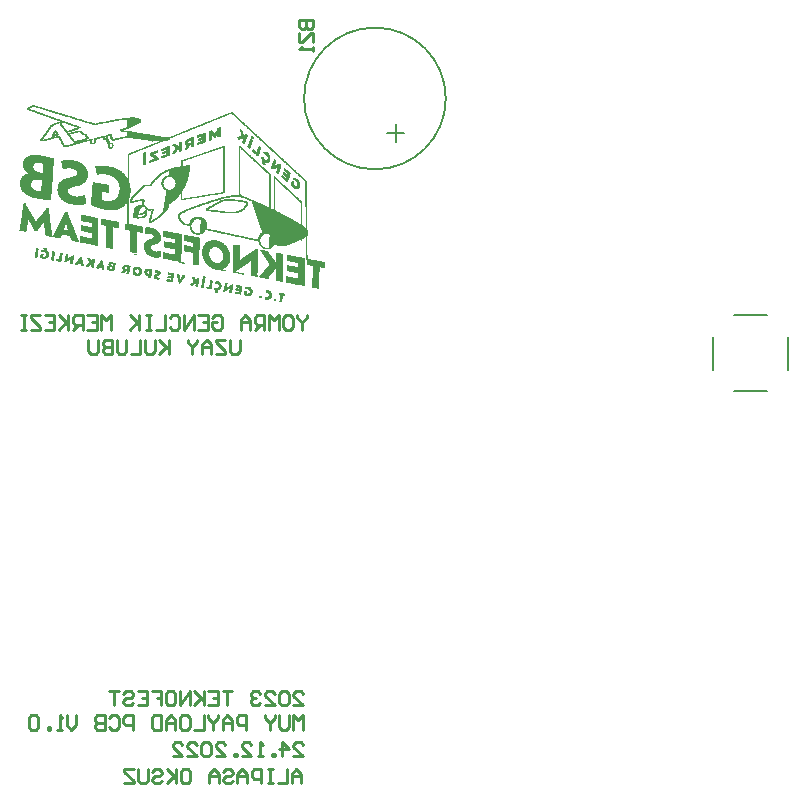
<source format=gbo>
G04*
G04 #@! TF.GenerationSoftware,Altium Limited,Altium Designer,21.9.2 (33)*
G04*
G04 Layer_Color=32896*
%FSLAX25Y25*%
%MOIN*%
G70*
G04*
G04 #@! TF.SameCoordinates,2BD51A12-542F-4E7F-AF7E-1702C203C590*
G04*
G04*
G04 #@! TF.FilePolarity,Positive*
G04*
G01*
G75*
%ADD10C,0.00787*%
%ADD17C,0.01000*%
%ADD130C,0.00100*%
D10*
X156428Y241700D02*
G03*
X156428Y241700I-23622J0D01*
G01*
X136743Y230283D02*
X142649D01*
X139788Y227326D02*
Y233231D01*
X270598Y151288D02*
Y162312D01*
X252488Y144202D02*
X263512D01*
X245402Y151288D02*
Y162312D01*
X252488Y169398D02*
X263512D01*
D17*
X105651Y22400D02*
X108800D01*
X105651Y25549D01*
Y26336D01*
X106439Y27123D01*
X108013D01*
X108800Y26336D01*
X101716Y22400D02*
Y27123D01*
X104077Y24761D01*
X100928D01*
X99354Y22400D02*
Y23187D01*
X98567D01*
Y22400D01*
X99354D01*
X95419D02*
X93844D01*
X94631D01*
Y27123D01*
X95419Y26336D01*
X88334Y22400D02*
X91483D01*
X88334Y25549D01*
Y26336D01*
X89121Y27123D01*
X90696D01*
X91483Y26336D01*
X86760Y22400D02*
Y23187D01*
X85973D01*
Y22400D01*
X86760D01*
X79676D02*
X82824D01*
X79676Y25549D01*
Y26336D01*
X80463Y27123D01*
X82037D01*
X82824Y26336D01*
X78101D02*
X77314Y27123D01*
X75740D01*
X74953Y26336D01*
Y23187D01*
X75740Y22400D01*
X77314D01*
X78101Y23187D01*
Y26336D01*
X70230Y22400D02*
X73378D01*
X70230Y25549D01*
Y26336D01*
X71017Y27123D01*
X72591D01*
X73378Y26336D01*
X65507Y22400D02*
X68656D01*
X65507Y25549D01*
Y26336D01*
X66294Y27123D01*
X67868D01*
X68656Y26336D01*
X108224Y13400D02*
Y16549D01*
X106649Y18123D01*
X105075Y16549D01*
Y13400D01*
Y15761D01*
X108224D01*
X103501Y18123D02*
Y13400D01*
X100352D01*
X98778Y18123D02*
X97204D01*
X97991D01*
Y13400D01*
X98778D01*
X97204D01*
X94842D02*
Y18123D01*
X92481D01*
X91694Y17336D01*
Y15761D01*
X92481Y14974D01*
X94842D01*
X90119Y13400D02*
Y16549D01*
X88545Y18123D01*
X86971Y16549D01*
Y13400D01*
Y15761D01*
X90119D01*
X82248Y17336D02*
X83035Y18123D01*
X84609D01*
X85396Y17336D01*
Y16549D01*
X84609Y15761D01*
X83035D01*
X82248Y14974D01*
Y14187D01*
X83035Y13400D01*
X84609D01*
X85396Y14187D01*
X80673Y13400D02*
Y16549D01*
X79099Y18123D01*
X77525Y16549D01*
Y13400D01*
Y15761D01*
X80673D01*
X68866Y18123D02*
X70441D01*
X71228Y17336D01*
Y14187D01*
X70441Y13400D01*
X68866D01*
X68079Y14187D01*
Y17336D01*
X68866Y18123D01*
X66505D02*
Y13400D01*
Y14974D01*
X63356Y18123D01*
X65718Y15761D01*
X63356Y13400D01*
X58633Y17336D02*
X59421Y18123D01*
X60995D01*
X61782Y17336D01*
Y16549D01*
X60995Y15761D01*
X59421D01*
X58633Y14974D01*
Y14187D01*
X59421Y13400D01*
X60995D01*
X61782Y14187D01*
X57059Y18123D02*
Y14187D01*
X56272Y13400D01*
X54698D01*
X53910Y14187D01*
Y18123D01*
X52336D02*
X49188D01*
Y17336D01*
X52336Y14187D01*
Y13400D01*
X49188D01*
X105651Y39367D02*
X108800D01*
X105651Y42516D01*
Y43303D01*
X106439Y44090D01*
X108013D01*
X108800Y43303D01*
X104077D02*
X103290Y44090D01*
X101716D01*
X100928Y43303D01*
Y40155D01*
X101716Y39367D01*
X103290D01*
X104077Y40155D01*
Y43303D01*
X96206Y39367D02*
X99354D01*
X96206Y42516D01*
Y43303D01*
X96993Y44090D01*
X98567D01*
X99354Y43303D01*
X94631D02*
X93844Y44090D01*
X92270D01*
X91483Y43303D01*
Y42516D01*
X92270Y41729D01*
X93057D01*
X92270D01*
X91483Y40942D01*
Y40155D01*
X92270Y39367D01*
X93844D01*
X94631Y40155D01*
X85186Y44090D02*
X82037D01*
X83611D01*
Y39367D01*
X77314Y44090D02*
X80463D01*
Y39367D01*
X77314D01*
X80463Y41729D02*
X78888D01*
X75740Y44090D02*
Y39367D01*
Y40942D01*
X72591Y44090D01*
X74953Y41729D01*
X72591Y39367D01*
X71017D02*
Y44090D01*
X67868Y39367D01*
Y44090D01*
X63933D02*
X65507D01*
X66294Y43303D01*
Y40155D01*
X65507Y39367D01*
X63933D01*
X63146Y40155D01*
Y43303D01*
X63933Y44090D01*
X58423D02*
X61571D01*
Y41729D01*
X59997D01*
X61571D01*
Y39367D01*
X53700Y44090D02*
X56848D01*
Y39367D01*
X53700D01*
X56848Y41729D02*
X55274D01*
X48977Y43303D02*
X49764Y44090D01*
X51338D01*
X52125Y43303D01*
Y42516D01*
X51338Y41729D01*
X49764D01*
X48977Y40942D01*
Y40155D01*
X49764Y39367D01*
X51338D01*
X52125Y40155D01*
X47403Y44090D02*
X44254D01*
X45828D01*
Y39367D01*
X108800Y31300D02*
Y36023D01*
X107226Y34449D01*
X105651Y36023D01*
Y31300D01*
X104077Y36023D02*
Y32087D01*
X103290Y31300D01*
X101716D01*
X100928Y32087D01*
Y36023D01*
X99354D02*
Y35236D01*
X97780Y33661D01*
X96206Y35236D01*
Y36023D01*
X97780Y33661D02*
Y31300D01*
X89908D02*
Y36023D01*
X87547D01*
X86760Y35236D01*
Y33661D01*
X87547Y32874D01*
X89908D01*
X85186Y31300D02*
Y34449D01*
X83611Y36023D01*
X82037Y34449D01*
Y31300D01*
Y33661D01*
X85186D01*
X80463Y36023D02*
Y35236D01*
X78888Y33661D01*
X77314Y35236D01*
Y36023D01*
X78888Y33661D02*
Y31300D01*
X75740Y36023D02*
Y31300D01*
X72591D01*
X68656Y36023D02*
X70230D01*
X71017Y35236D01*
Y32087D01*
X70230Y31300D01*
X68656D01*
X67868Y32087D01*
Y35236D01*
X68656Y36023D01*
X66294Y31300D02*
Y34449D01*
X64720Y36023D01*
X63146Y34449D01*
Y31300D01*
Y33661D01*
X66294D01*
X61571Y36023D02*
Y31300D01*
X59210D01*
X58423Y32087D01*
Y35236D01*
X59210Y36023D01*
X61571D01*
X52125Y31300D02*
Y36023D01*
X49764D01*
X48977Y35236D01*
Y33661D01*
X49764Y32874D01*
X52125D01*
X44254Y35236D02*
X45041Y36023D01*
X46615D01*
X47403Y35236D01*
Y32087D01*
X46615Y31300D01*
X45041D01*
X44254Y32087D01*
X42680Y36023D02*
Y31300D01*
X40318D01*
X39531Y32087D01*
Y32874D01*
X40318Y33661D01*
X42680D01*
X40318D01*
X39531Y34449D01*
Y35236D01*
X40318Y36023D01*
X42680D01*
X33234D02*
Y32874D01*
X31660Y31300D01*
X30085Y32874D01*
Y36023D01*
X28511Y31300D02*
X26937D01*
X27724D01*
Y36023D01*
X28511Y35236D01*
X24575Y31300D02*
Y32087D01*
X23788D01*
Y31300D01*
X24575D01*
X20640Y35236D02*
X19852Y36023D01*
X18278D01*
X17491Y35236D01*
Y32087D01*
X18278Y31300D01*
X19852D01*
X20640Y32087D01*
Y35236D01*
X110122Y169390D02*
Y168603D01*
X108548Y167029D01*
X106974Y168603D01*
Y169390D01*
X108548Y167029D02*
Y164667D01*
X103038Y169390D02*
X104612D01*
X105400Y168603D01*
Y165455D01*
X104612Y164667D01*
X103038D01*
X102251Y165455D01*
Y168603D01*
X103038Y169390D01*
X100677Y164667D02*
Y169390D01*
X99102Y167816D01*
X97528Y169390D01*
Y164667D01*
X95954D02*
Y169390D01*
X93592D01*
X92805Y168603D01*
Y167029D01*
X93592Y166242D01*
X95954D01*
X94379D02*
X92805Y164667D01*
X91231D02*
Y167816D01*
X89657Y169390D01*
X88082Y167816D01*
Y164667D01*
Y167029D01*
X91231D01*
X78636Y168603D02*
X79424Y169390D01*
X80998D01*
X81785Y168603D01*
Y165455D01*
X80998Y164667D01*
X79424D01*
X78636Y165455D01*
Y167029D01*
X80211D01*
X73914Y169390D02*
X77062D01*
Y164667D01*
X73914D01*
X77062Y167029D02*
X75488D01*
X72339Y164667D02*
Y169390D01*
X69191Y164667D01*
Y169390D01*
X64468Y168603D02*
X65255Y169390D01*
X66829D01*
X67616Y168603D01*
Y165455D01*
X66829Y164667D01*
X65255D01*
X64468Y165455D01*
X62894Y169390D02*
Y164667D01*
X59745D01*
X58171Y169390D02*
X56596D01*
X57384D01*
Y164667D01*
X58171D01*
X56596D01*
X54235Y169390D02*
Y164667D01*
Y166242D01*
X51086Y169390D01*
X53448Y167029D01*
X51086Y164667D01*
X44789D02*
Y169390D01*
X43215Y167816D01*
X41641Y169390D01*
Y164667D01*
X36918Y169390D02*
X40066D01*
Y164667D01*
X36918D01*
X40066Y167029D02*
X38492D01*
X35343Y164667D02*
Y169390D01*
X32982D01*
X32195Y168603D01*
Y167029D01*
X32982Y166242D01*
X35343D01*
X33769D02*
X32195Y164667D01*
X30621Y169390D02*
Y164667D01*
Y166242D01*
X27472Y169390D01*
X29833Y167029D01*
X27472Y164667D01*
X22749Y169390D02*
X25898D01*
Y164667D01*
X22749D01*
X25898Y167029D02*
X24323D01*
X21175Y169390D02*
X18026D01*
Y168603D01*
X21175Y165455D01*
Y164667D01*
X18026D01*
X16452Y169390D02*
X14878D01*
X15665D01*
Y164667D01*
X16452D01*
X14878D01*
X87689Y161323D02*
Y157387D01*
X86901Y156600D01*
X85327D01*
X84540Y157387D01*
Y161323D01*
X82966D02*
X79817D01*
Y160536D01*
X82966Y157387D01*
Y156600D01*
X79817D01*
X78243D02*
Y159749D01*
X76669Y161323D01*
X75094Y159749D01*
Y156600D01*
Y158961D01*
X78243D01*
X73520Y161323D02*
Y160536D01*
X71946Y158961D01*
X70372Y160536D01*
Y161323D01*
X71946Y158961D02*
Y156600D01*
X64074Y161323D02*
Y156600D01*
Y158174D01*
X60926Y161323D01*
X63287Y158961D01*
X60926Y156600D01*
X59351Y161323D02*
Y157387D01*
X58564Y156600D01*
X56990D01*
X56203Y157387D01*
Y161323D01*
X54628D02*
Y156600D01*
X51480D01*
X49906Y161323D02*
Y157387D01*
X49119Y156600D01*
X47544D01*
X46757Y157387D01*
Y161323D01*
X45183D02*
Y156600D01*
X42821D01*
X42034Y157387D01*
Y158174D01*
X42821Y158961D01*
X45183D01*
X42821D01*
X42034Y159749D01*
Y160536D01*
X42821Y161323D01*
X45183D01*
X40460D02*
Y157387D01*
X39673Y156600D01*
X38098D01*
X37311Y157387D01*
Y161323D01*
X107657Y267848D02*
X112155D01*
Y265599D01*
X111406Y264849D01*
X110656D01*
X109906Y265599D01*
Y267848D01*
Y265599D01*
X109157Y264849D01*
X108407D01*
X107657Y265599D01*
Y267848D01*
Y263350D02*
Y260351D01*
X108407D01*
X111406Y263350D01*
X112155D01*
Y260351D01*
Y258851D02*
Y257352D01*
Y258102D01*
X107657D01*
X108407Y258851D01*
D130*
X86100Y177100D02*
X87900D01*
X89200D02*
X89800D01*
X91000D02*
X91600D01*
X97100D02*
X97900D01*
X86100Y177200D02*
X87000D01*
X84400D02*
X84800D01*
X89300D02*
X89800D01*
X91100D02*
X91600D01*
X96900D02*
X97900D01*
X87400D02*
X87900D01*
X79600Y177300D02*
X80100D01*
X84200D02*
X84800D01*
X86100D02*
X86500D01*
X87400D02*
X87900D01*
X89300D02*
X89800D01*
X91100D02*
X91700D01*
X96400D02*
X97800D01*
X84300Y177400D02*
X84800D01*
X79500D02*
X80100D01*
X89300D02*
X89800D01*
X91100D02*
X91700D01*
X96400D02*
X97700D01*
X87400D02*
X88000D01*
X79400Y177500D02*
X80100D01*
X84300D02*
X84800D01*
X87400D02*
X88000D01*
X89300D02*
X89800D01*
X91100D02*
X91700D01*
X96400D02*
X97500D01*
X82300Y177600D02*
X82400D01*
X84300D02*
X84900D01*
X79400D02*
X79900D01*
X79400Y177700D02*
X79800D01*
X82300D02*
X82600D01*
X84300D02*
X84900D01*
X87500D02*
X88000D01*
X91100D02*
X91700D01*
X96500D02*
X97000D01*
X79400Y177800D02*
X79800D01*
X84300D02*
X84900D01*
X87500D02*
X88000D01*
X91100D02*
X91600D01*
X82400D02*
X82700D01*
X89300Y177600D02*
X89800D01*
X91100D02*
X91700D01*
X96500D02*
X97300D01*
X87400D02*
X88000D01*
X79500Y177900D02*
X79800D01*
X82400D02*
X82900D01*
X84400D02*
X84900D01*
X87200D02*
X88000D01*
X91000D02*
X91600D01*
X79600Y178000D02*
X80100D01*
X84400D02*
X84900D01*
X86600D02*
X88100D01*
X90900D02*
X91600D01*
X82400D02*
X83100D01*
X79400Y178100D02*
X80500D01*
X82400D02*
X83300D01*
X84400D02*
X85000D01*
X86300D02*
X88100D01*
X90900D02*
X91500D01*
X79200Y178200D02*
X80700D01*
X84400D02*
X85000D01*
X86400D02*
X88100D01*
X90800D02*
X91500D01*
X82400D02*
X83400D01*
X79200Y178300D02*
X80900D01*
X82500D02*
X83600D01*
X84400D02*
X85000D01*
X86400D02*
X87500D01*
X87600D02*
X88100D01*
X90600D02*
X91400D01*
X79300Y178400D02*
X81000D01*
X82500D02*
X83800D01*
X77800D02*
X78000D01*
X77200Y178500D02*
X78000D01*
X79300D02*
X81000D01*
X82500D02*
X84000D01*
X84500D02*
X85000D01*
X87600D02*
X88200D01*
X89500D02*
X91200D01*
X79300Y178600D02*
X79500D01*
X80300D02*
X81100D01*
X76700D02*
X78000D01*
X84500D02*
X85100D01*
X87600D02*
X88200D01*
X89500D02*
X91100D01*
X82500D02*
X84100D01*
X86400Y178400D02*
X86900D01*
X87600D02*
X88100D01*
X90300D02*
X91300D01*
X84500D02*
X85000D01*
X80400Y178700D02*
X81200D01*
X82500D02*
X83100D01*
X103300Y182000D02*
X105500D01*
X76600Y178700D02*
X78000D01*
X84500D02*
X85100D01*
X87700D02*
X88200D01*
X89500D02*
X91000D01*
X83300D02*
X84300D01*
X80500Y178800D02*
X81200D01*
X82500D02*
X83100D01*
X99900Y182000D02*
X101800D01*
X76600Y178800D02*
X78000D01*
X87700D02*
X88200D01*
X89500D02*
X90800D01*
X111900Y181800D02*
X113900D01*
X83500Y178800D02*
X85100D01*
X74800Y179000D02*
X75400D01*
X76700D02*
X77200D01*
X77500D02*
X78100D01*
X80700D02*
X81300D01*
X82600D02*
X83200D01*
X83800D02*
X85100D01*
X86900D02*
X88200D01*
X111900D02*
X113900D01*
X74800Y179100D02*
X75400D01*
X77500D02*
X78100D01*
X80700D02*
X81300D01*
X82600D02*
X83200D01*
X84000D02*
X85100D01*
X86500D02*
X88300D01*
X111900D02*
X113900D01*
X77600Y179200D02*
X78100D01*
X80800D02*
X81300D01*
X74900D02*
X75400D01*
X84200D02*
X85200D01*
X86500D02*
X88300D01*
X111900D02*
X113900D01*
X82600D02*
X83200D01*
X75100Y178900D02*
X75400D01*
X76700D02*
X78100D01*
X80600D02*
X81300D01*
X82600D02*
X83100D01*
X87500D02*
X88200D01*
X89600D02*
X90400D01*
X112000D02*
X113900D01*
X83600D02*
X85100D01*
X74900Y179300D02*
X75500D01*
X77600D02*
X78100D01*
X80800D02*
X81400D01*
X73100D02*
X73500D01*
X84300D02*
X85200D01*
X86500D02*
X87900D01*
X111900D02*
X113900D01*
X82600D02*
X83200D01*
X74900Y179400D02*
X75500D01*
X77600D02*
X78100D01*
X80800D02*
X81400D01*
X72900D02*
X73500D01*
X84500D02*
X85200D01*
X86500D02*
X87400D01*
X111900D02*
X113900D01*
X82700D02*
X83200D01*
X74900Y179500D02*
X75500D01*
X77600D02*
X78200D01*
X80800D02*
X81400D01*
X72900D02*
X73500D01*
X71500Y179600D02*
X71900D01*
X73000D02*
X73500D01*
X74900D02*
X75500D01*
X77600D02*
X78200D01*
X80800D02*
X81300D01*
X82700D02*
X83300D01*
X84900D02*
X85200D01*
X108400D02*
X109200D01*
X111900D02*
X113900D01*
X71200Y179700D02*
X72000D01*
X73000D02*
X73600D01*
X75000D02*
X75500D01*
X77700D02*
X78200D01*
X80700D02*
X81300D01*
X82700D02*
X83300D01*
X85000D02*
X85300D01*
X107900D02*
X109000D01*
X111900D02*
X113900D01*
X71300Y179800D02*
X72100D01*
X84700Y179500D02*
X85200D01*
X86500D02*
X86800D01*
X111900D02*
X113900D01*
X82700D02*
X83200D01*
X75000Y179800D02*
X75600D01*
X77700D02*
X78200D01*
X80700D02*
X81300D01*
X73000D02*
X73600D01*
X73000Y179900D02*
X73600D01*
X75000D02*
X75600D01*
X77700D02*
X78200D01*
X71400D02*
X72200D01*
X82700D02*
X83300D01*
X106900D02*
X109000D01*
X111900D02*
X113900D01*
X80600D02*
X81300D01*
X85200Y179800D02*
X85300D01*
X107400D02*
X109000D01*
X111900D02*
X113900D01*
X82700D02*
X83300D01*
X73000Y180000D02*
X73600D01*
X75000D02*
X75600D01*
X77700D02*
X78300D01*
X71500D02*
X72300D01*
X73100Y180100D02*
X73600D01*
X75000D02*
X75600D01*
X77700D02*
X78300D01*
X71600D02*
X72500D01*
X82800D02*
X83400D01*
X105800D02*
X109000D01*
X111900D02*
X113900D01*
X80400D02*
X81200D01*
X82800Y180000D02*
X83300D01*
X106300D02*
X109000D01*
X111900D02*
X113900D01*
X80600D02*
X81200D01*
X72000Y180400D02*
X72800D01*
X73100D02*
X73700D01*
X75100D02*
X75700D01*
X67400D02*
X67700D01*
X79600D02*
X80900D01*
X104300D02*
X109000D01*
X111900D02*
X113900D01*
X77800D02*
X78300D01*
X72100Y180500D02*
X72900D01*
X73100D02*
X73700D01*
X75100D02*
X75700D01*
X67400D02*
X67700D01*
X79600D02*
X80800D01*
X103800D02*
X109000D01*
X111900D02*
X113900D01*
X77800D02*
X78400D01*
X67400Y180600D02*
X67800D01*
X72200D02*
X73000D01*
X73100D02*
X73700D01*
X75100D02*
X75700D01*
X79700D02*
X80700D01*
X103200D02*
X109000D01*
X111900D02*
X113900D01*
X77800D02*
X78400D01*
X67400Y180700D02*
X67900D01*
X72300D02*
X73700D01*
X75100D02*
X75700D01*
X77800D02*
X78400D01*
X79700D02*
X80500D01*
X103200D02*
X109000D01*
X111900D02*
X113900D01*
X64700Y180800D02*
X65100D01*
X72400D02*
X73100D01*
X73200D02*
X73800D01*
X75200D02*
X75700D01*
X67300D02*
X67900D01*
X79700D02*
X80000D01*
X103200D02*
X109000D01*
X111900D02*
X113900D01*
X77900D02*
X78400D01*
X87100Y176700D02*
X87800D01*
X90600D02*
X91500D01*
X97500D02*
X98100D01*
X100700D02*
X102300D01*
X89200D02*
X89800D01*
X86600Y176800D02*
X87800D01*
X89200D02*
X89700D01*
X90800D02*
X91500D01*
X97500D02*
X98100D01*
X100800D02*
X101800D01*
X86100Y176900D02*
X87900D01*
X89200Y177000D02*
X89700D01*
X91000D02*
X91600D01*
X97300D02*
X98000D01*
X86100D02*
X87900D01*
X90900Y176900D02*
X91600D01*
X97400D02*
X98000D01*
X100800D02*
X101300D01*
X89200D02*
X89700D01*
X64200Y180900D02*
X65100D01*
X67300D02*
X68000D01*
X72500D02*
X73000D01*
X73200D02*
X73800D01*
X75200D02*
X75800D01*
X101700D02*
X101800D01*
X103200D02*
X109000D01*
X111900D02*
X113900D01*
X77900D02*
X78400D01*
X63600Y181000D02*
X65100D01*
X67300D02*
X68100D01*
X72500D02*
X73000D01*
X73200D02*
X73800D01*
X75200D02*
X75800D01*
X77900D02*
X78400D01*
X101200D02*
X101800D01*
X103200D02*
X109000D01*
X111900D02*
X113900D01*
X63300Y181100D02*
X65200D01*
X72400D02*
X72900D01*
X73200D02*
X73800D01*
X75200D02*
X75800D01*
X67300D02*
X68200D01*
X100600D02*
X101800D01*
X103200D02*
X109000D01*
X111900D02*
X113900D01*
X77900D02*
X78100D01*
X67200Y181200D02*
X68200D01*
X72300D02*
X72900D01*
X73300D02*
X73800D01*
X63300D02*
X65200D01*
X100000D02*
X101800D01*
X103200D02*
X109000D01*
X111900D02*
X113900D01*
X75200D02*
X75800D01*
X67200Y181300D02*
X68300D01*
X72300D02*
X72800D01*
X73300D02*
X73800D01*
X63400D02*
X65200D01*
X96000Y182000D02*
X96700D01*
X93900Y195300D02*
X94400D01*
X94300Y193200D02*
X94600D01*
X89400Y195300D02*
X90700D01*
X63400Y181400D02*
X64100D01*
X64700D02*
X65200D01*
X67200D02*
X67700D01*
X67800D02*
X68400D01*
X72200D02*
X72800D01*
X73300D02*
X73900D01*
X99900D02*
X101800D01*
X103200D02*
X109000D01*
X111900D02*
X113900D01*
X75300D02*
X75800D01*
X63400Y181500D02*
X63600D01*
X64700D02*
X65200D01*
X67200D02*
X67600D01*
X67800D02*
X68400D01*
X72200D02*
X72700D01*
X73300D02*
X73900D01*
X75300D02*
X75900D01*
X99900D02*
X101800D01*
X103200D02*
X109000D01*
X111900D02*
X113900D01*
X64700Y181600D02*
X65300D01*
X60000D02*
X60500D01*
X67900D02*
X68500D01*
X72100D02*
X72600D01*
X73300D02*
X73900D01*
X67100D02*
X67600D01*
X96800Y181800D02*
X97200D01*
X99900D02*
X101800D01*
X103300D02*
X106600D01*
X107100D02*
X109000D01*
X92200Y191000D02*
X93400D01*
X59200Y182100D02*
X60000D01*
X64200D02*
X65300D01*
X67000D02*
X67500D01*
X68200D02*
X68900D01*
X57500D02*
X57800D01*
X71800D02*
X72400D01*
X75500D02*
X75900D01*
X95400D02*
X96800D01*
X112000D02*
X113900D01*
X57200Y182200D02*
X57800D01*
X59200D02*
X59800D01*
X63700D02*
X65400D01*
X67000D02*
X67500D01*
X68300D02*
X69000D01*
X71800D02*
X72200D01*
X75400D02*
X76000D01*
X94900D02*
X96900D01*
X99900D02*
X101800D01*
X103200D02*
X104500D01*
X107100D02*
X109000D01*
X107100Y182300D02*
X109000D01*
X57200D02*
X57800D01*
X99900Y182100D02*
X101800D01*
X103300D02*
X105000D01*
X107100D02*
X109000D01*
X112000Y182200D02*
X113900D01*
X59100Y182400D02*
X59700D01*
X63700D02*
X65400D01*
X66900D02*
X67400D01*
X57300D02*
X57900D01*
X59100Y182300D02*
X59700D01*
X63600D02*
X65400D01*
X66900D02*
X67500D01*
X68400D02*
X69000D01*
X75500D02*
X75900D01*
X94400D02*
X97000D01*
X99900D02*
X101800D01*
X103200D02*
X104000D01*
X112000D02*
X113900D01*
X68400Y182400D02*
X69100D01*
X75500D02*
X75800D01*
X94300D02*
X97100D01*
X112000D02*
X113900D01*
X57300Y182500D02*
X57900D01*
X59100D02*
X59700D01*
X63700D02*
X64500D01*
X64900D02*
X65400D01*
X66900D02*
X67400D01*
X68500D02*
X69200D01*
X94400D02*
X97200D01*
X99900D02*
X101800D01*
X107100D02*
X109000D01*
X112000D02*
X113900D01*
X59100Y182600D02*
X59700D01*
X63700D02*
X64000D01*
X57300D02*
X57900D01*
X66900D02*
X67400D01*
X68600D02*
X69200D01*
X92900D02*
X93400D01*
X64900D02*
X65400D01*
X57300Y182700D02*
X57900D01*
X59200D02*
X59800D01*
X64900D02*
X65500D01*
X66800D02*
X67400D01*
X68600D02*
X69300D01*
X92400D02*
X93400D01*
X94500D02*
X97300D01*
X99900D02*
X101800D01*
X107100D02*
X109000D01*
X112000D02*
X113900D01*
X57300Y182800D02*
X57900D01*
X64900D02*
X65500D01*
X66800D02*
X67400D01*
X91800D02*
X93400D01*
X59200D02*
X59900D01*
X94400Y182600D02*
X97200D01*
X99900D02*
X101800D01*
X107100D02*
X109000D01*
X112000Y182800D02*
X113900D01*
X94600D02*
X97400D01*
X99900D02*
X101800D01*
X107100D02*
X109000D01*
X112000Y182900D02*
X113900D01*
X99900Y182400D02*
X101800D01*
X103200D02*
X103500D01*
X107100D02*
X109000D01*
X112000Y182600D02*
X113900D01*
X52900Y182900D02*
X53900D01*
X56900D02*
X58000D01*
X65000D02*
X65500D01*
X66800D02*
X67300D01*
X91400D02*
X93300D01*
X59200D02*
X60200D01*
X52700Y183000D02*
X54100D01*
X56600D02*
X58000D01*
X59300D02*
X60500D01*
X64900D02*
X65500D01*
X66800D02*
X67300D01*
X91400D02*
X93300D01*
X94800D02*
X97600D01*
X99900D02*
X101800D01*
X107100D02*
X109000D01*
X112000D02*
X113900D01*
X56400Y183100D02*
X58000D01*
X52500D02*
X54300D01*
X64500D02*
X65500D01*
X66700D02*
X67100D01*
X91400D02*
X93300D01*
X59500D02*
X60700D01*
X94700Y182900D02*
X97500D01*
X99900D02*
X101800D01*
X107100D02*
X109000D01*
X112000Y183100D02*
X113900D01*
X52400Y183200D02*
X54400D01*
X56300D02*
X58000D01*
X59700D02*
X60800D01*
X64000D02*
X65500D01*
X91400D02*
X93300D01*
X94900D02*
X97700D01*
X99900D02*
X101800D01*
X107100D02*
X109000D01*
X112000D02*
X113900D01*
X56200Y183300D02*
X58000D01*
X52300D02*
X54500D01*
X63800D02*
X65600D01*
X88600D02*
X88700D01*
X91400D02*
X93300D01*
X60000D02*
X60900D01*
X94900Y183100D02*
X97700D01*
X99900D02*
X101800D01*
X107100D02*
X109000D01*
X112000Y183300D02*
X113900D01*
X50400Y183400D02*
X50500D01*
X52200D02*
X53100D01*
X53700D02*
X54500D01*
X56100D02*
X56900D01*
X57500D02*
X58000D01*
X60200D02*
X60900D01*
X63800D02*
X65600D01*
X88100D02*
X88700D01*
X91400D02*
X93300D01*
X95100D02*
X97900D01*
X99900D02*
X101800D01*
X107100D02*
X109000D01*
X112000D02*
X113900D01*
X49900Y183500D02*
X50500D01*
X52200D02*
X52900D01*
X53900D02*
X54600D01*
X56000D02*
X56700D01*
X57500D02*
X58100D01*
X60300D02*
X61000D01*
X63800D02*
X65000D01*
X87500D02*
X88300D01*
X91400D02*
X93300D01*
X95200D02*
X98000D01*
X99900D02*
X101800D01*
X107100D02*
X109000D01*
X112000D02*
X113900D01*
X50000Y183600D02*
X50600D01*
X95000Y183300D02*
X97800D01*
X99900D02*
X101900D01*
X107100D02*
X109000D01*
X112000Y183600D02*
X113900D01*
X54000D02*
X54700D01*
X56000D02*
X56600D01*
X57500D02*
X58100D01*
X52100D02*
X52800D01*
X63800D02*
X64500D01*
X87000D02*
X87800D01*
X91400D02*
X93300D01*
X60400D02*
X61000D01*
X48700Y183700D02*
X48900D01*
X50000D02*
X50600D01*
X52100D02*
X52700D01*
X54100D02*
X54700D01*
X56000D02*
X56600D01*
X57500D02*
X58100D01*
X60400D02*
X61000D01*
X63800D02*
X63900D01*
X86400D02*
X87200D01*
X91400D02*
X93300D01*
X95400D02*
X98200D01*
X99900D02*
X101900D01*
X107100D02*
X109000D01*
X112000D02*
X113900D01*
X48300Y183800D02*
X49000D01*
X50000D02*
X50600D01*
X52000D02*
X52600D01*
X54100D02*
X54700D01*
X55900D02*
X56500D01*
X57500D02*
X58100D01*
X60300D02*
X60900D01*
X85900D02*
X86700D01*
X91400D02*
X93400D01*
X95400D02*
X98200D01*
X99900D02*
X101900D01*
X106700D02*
X109000D01*
X112000D02*
X113900D01*
X48400Y183900D02*
X49100D01*
X52000D02*
X52600D01*
X54200D02*
X54800D01*
X55900D02*
X56500D01*
X50000D02*
X50600D01*
X60200D02*
X60900D01*
X85700D02*
X86100D01*
X91400D02*
X93400D01*
X57500D02*
X58100D01*
X95300Y183600D02*
X98100D01*
X99900D02*
X101800D01*
X107100D02*
X109000D01*
X112000Y183900D02*
X113900D01*
X95500D02*
X98300D01*
X99900D02*
X101900D01*
X106200D02*
X109000D01*
X112000Y184000D02*
X113900D01*
X48500D02*
X49200D01*
X50000D02*
X50600D01*
X52000D02*
X52500D01*
X54200D02*
X54800D01*
X55900D02*
X56500D01*
X59500D02*
X60900D01*
X85500D02*
X85800D01*
X91400D02*
X93400D01*
X57600D02*
X58200D01*
X48600Y184100D02*
X49300D01*
X50100D02*
X50600D01*
X52000D02*
X52500D01*
X54200D02*
X54800D01*
X55900D02*
X56600D01*
X57600D02*
X58200D01*
X59500D02*
X60800D01*
X85500D02*
X85900D01*
X91400D02*
X93400D01*
X95700D02*
X98500D01*
X99900D02*
X101900D01*
X105100D02*
X109000D01*
X112000D02*
X113900D01*
X48600Y184200D02*
X49300D01*
X52000D02*
X52500D01*
X54200D02*
X54800D01*
X56000D02*
X56600D01*
X50100D02*
X50700D01*
X59600D02*
X60700D01*
X85500D02*
X86100D01*
X91400D02*
X93400D01*
X57600D02*
X58200D01*
X95600Y184000D02*
X98400D01*
X99900D02*
X101900D01*
X105700D02*
X109000D01*
X112000Y184200D02*
X114000D01*
X48700Y184300D02*
X49400D01*
X50000D02*
X50700D01*
X52000D02*
X52500D01*
X54200D02*
X54800D01*
X56000D02*
X56700D01*
X57600D02*
X58200D01*
X59600D02*
X60500D01*
X85500D02*
X86200D01*
X91400D02*
X93400D01*
X95900D02*
X98700D01*
X99900D02*
X101900D01*
X104100D02*
X109000D01*
X112000D02*
X114000D01*
X48800Y184400D02*
X50700D01*
X44600D02*
X45600D01*
X54200D02*
X54800D01*
X56000D02*
X56800D01*
X57300D02*
X58200D01*
X52000D02*
X52500D01*
X82600D02*
X82800D01*
X85500D02*
X86300D01*
X91400D02*
X93400D01*
X59600D02*
X60200D01*
X95800Y184200D02*
X98600D01*
X99900D02*
X101900D01*
X104600D02*
X109000D01*
X112000Y184400D02*
X114000D01*
X95900D02*
X98700D01*
X99900D02*
X101900D01*
X103600D02*
X109000D01*
X112000Y184500D02*
X114000D01*
X44200D02*
X45600D01*
X48900D02*
X50700D01*
X52000D02*
X52600D01*
X54200D02*
X54800D01*
X56100D02*
X58200D01*
X48900Y184600D02*
X50700D01*
X52000D02*
X52600D01*
X54200D02*
X54700D01*
X44000D02*
X45600D01*
X81500D02*
X82400D01*
X85500D02*
X86600D01*
X91400D02*
X93400D01*
X56200D02*
X58300D01*
X82100Y184500D02*
X82800D01*
X85500D02*
X86500D01*
X91400D02*
X93400D01*
X96000D02*
X98800D01*
X99900D02*
X101900D01*
X103600D02*
X109000D01*
X112000Y184600D02*
X114000D01*
X48900Y184700D02*
X50800D01*
X52000D02*
X52700D01*
X54100D02*
X54700D01*
X43800D02*
X45600D01*
X81400D02*
X81900D01*
X85500D02*
X86800D01*
X91400D02*
X93400D01*
X56300D02*
X58300D01*
X96100Y184600D02*
X98900D01*
X99900D02*
X101900D01*
X103600D02*
X109000D01*
X112000Y184700D02*
X114000D01*
X48800Y184800D02*
X49600D01*
X50200D02*
X50800D01*
X52100D02*
X52700D01*
X43700D02*
X45700D01*
X56400D02*
X57900D01*
X85500D02*
X86900D01*
X91400D02*
X93400D01*
X54100D02*
X54700D01*
X96200Y184700D02*
X99000D01*
X99900D02*
X101900D01*
X103600D02*
X109000D01*
X112000Y184800D02*
X114000D01*
X96300D02*
X99100D01*
X99900D02*
X101900D01*
X103600D02*
X109000D01*
X112000Y184900D02*
X114000D01*
X42200D02*
X42300D01*
X43600D02*
X44500D01*
X45100D02*
X45700D01*
X48700D02*
X49400D01*
X50200D02*
X50800D01*
X52100D02*
X52800D01*
X54000D02*
X54600D01*
X80100D02*
X80900D01*
X85500D02*
X87100D01*
X91400D02*
X93400D01*
X56600D02*
X57300D01*
X41800Y185000D02*
X42300D01*
X43600D02*
X44200D01*
X45200D02*
X45700D01*
X48700D02*
X49300D01*
X50200D02*
X50800D01*
X52200D02*
X53000D01*
X53800D02*
X54600D01*
X79500D02*
X81500D01*
X85500D02*
X87200D01*
X91400D02*
X93400D01*
X96500D02*
X99200D01*
X99900D02*
X101900D01*
X103600D02*
X109000D01*
X112000D02*
X114000D01*
X43500Y185100D02*
X44100D01*
X41700D02*
X42300D01*
X48700D02*
X49200D01*
X50200D02*
X50800D01*
X52300D02*
X53200D01*
X45200D02*
X45700D01*
X79200D02*
X81800D01*
X85500D02*
X87300D01*
X91400D02*
X93400D01*
X53500D02*
X54500D01*
X96400Y184900D02*
X99200D01*
X99900D02*
X101900D01*
X103600D02*
X109000D01*
X112000Y185100D02*
X114000D01*
X41700Y185200D02*
X42300D01*
X43500D02*
X44100D01*
X45200D02*
X45700D01*
X48600D02*
X49200D01*
X50300D02*
X50800D01*
X52300D02*
X54400D01*
X78900D02*
X82100D01*
X85500D02*
X87500D01*
X91400D02*
X93400D01*
X96600D02*
X99400D01*
X99900D02*
X101900D01*
X103600D02*
X109000D01*
X96800Y185400D02*
X99600D01*
X40000Y185300D02*
X40400D01*
X43500D02*
X44000D01*
X45200D02*
X45800D01*
X48600D02*
X49200D01*
X41700D02*
X42200D01*
X52400D02*
X54300D01*
X78600D02*
X82300D01*
X85500D02*
X87600D01*
X50300D02*
X50900D01*
X91400D02*
X93400D01*
X96700D02*
X99500D01*
X99900D02*
X101900D01*
X112000D02*
X114000D01*
X96500Y185100D02*
X99300D01*
X99900D02*
X101800D01*
X103600Y185300D02*
X109000D01*
X112000Y185200D02*
X114000D01*
X36700Y185900D02*
X37100D01*
X38200D02*
X38700D01*
X40200D02*
X41300D01*
X41600D02*
X42100D01*
X43700D02*
X45900D01*
X48800D02*
X51000D01*
X77600D02*
X83100D01*
X85500D02*
X88500D01*
X91400D02*
X93400D01*
X97200D02*
X101900D01*
X103500D02*
X104800D01*
X107200D02*
X109000D01*
X112000D02*
X115800D01*
X36400Y186000D02*
X37200D01*
X38200D02*
X38700D01*
X40200D02*
X40900D01*
X41600D02*
X42000D01*
X43900D02*
X45200D01*
X45300D02*
X45900D01*
X48900D02*
X51000D01*
X77500D02*
X83200D01*
X85500D02*
X88600D01*
X91400D02*
X93400D01*
X97300D02*
X101900D01*
X103500D02*
X104300D01*
X107200D02*
X109000D01*
X91400Y186100D02*
X93400D01*
X36500D02*
X37300D01*
X38100Y185800D02*
X38700D01*
X40100D02*
X42100D01*
X43600D02*
X45800D01*
X48700D02*
X51000D01*
X40300Y186100D02*
X40900D01*
X41500D02*
X42000D01*
X44100D02*
X44700D01*
X38200D02*
X38800D01*
X49000D02*
X50600D01*
X77300D02*
X83300D01*
X85500D02*
X88800D01*
X45400D02*
X45900D01*
X77700Y185800D02*
X83000D01*
X85500D02*
X88300D01*
X91400D02*
X93400D01*
X97100D02*
X101900D01*
X103500D02*
X105300D01*
X97400Y186100D02*
X101900D01*
X112000Y186000D02*
X115800D01*
X35000Y186200D02*
X35400D01*
X36600D02*
X37400D01*
X38200D02*
X38800D01*
X40400D02*
X40900D01*
X41500D02*
X42000D01*
X44100D02*
X44500D01*
X45400D02*
X45900D01*
X49200D02*
X50100D01*
X77200D02*
X83400D01*
X85500D02*
X88900D01*
X91400D02*
X93400D01*
X97400D02*
X101900D01*
X107200D02*
X109000D01*
X97500Y186300D02*
X101900D01*
X34800D02*
X35400D01*
X38300D02*
X38800D01*
X40500D02*
X41000D01*
X41500D02*
X42000D01*
X36700D02*
X37500D01*
X45400D02*
X45900D01*
X77100D02*
X83400D01*
X85500D02*
X89100D01*
X44000D02*
X44500D01*
X91400D02*
X93400D01*
X107200D02*
X109000D01*
X97700Y186500D02*
X99700D01*
X111200Y186300D02*
X115900D01*
X103600Y186100D02*
X103700D01*
X107200D02*
X109000D01*
X97600Y186400D02*
X99800D01*
X111700Y186200D02*
X115900D01*
X112000Y186100D02*
X115800D01*
X34800Y186400D02*
X35400D01*
X36800D02*
X37600D01*
X38300D02*
X38800D01*
X41500D02*
X41900D01*
X44000D02*
X44500D01*
X45400D02*
X46000D01*
X40500D02*
X41100D01*
X77000D02*
X83500D01*
X85500D02*
X89200D01*
X91400D02*
X93400D01*
X73400D02*
X73900D01*
X34800Y186500D02*
X35300D01*
X36900D02*
X37700D01*
X38300D02*
X38800D01*
X33400D02*
X33500D01*
X41500D02*
X41900D01*
X43900D02*
X44500D01*
X45400D02*
X46000D01*
X40600D02*
X41100D01*
X76900D02*
X83600D01*
X85500D02*
X89300D01*
X91400D02*
X93400D01*
X72800D02*
X73900D01*
X99900Y186400D02*
X101900D01*
X107200D02*
X109000D01*
X99900Y186500D02*
X101900D01*
X110600Y186400D02*
X115900D01*
X34800Y186600D02*
X35300D01*
X37000D02*
X37800D01*
X38300D02*
X38900D01*
X40700D02*
X41200D01*
X41400D02*
X41900D01*
X43900D02*
X44500D01*
X45400D02*
X46000D01*
X32900Y186700D02*
X33600D01*
X32900Y186600D02*
X33500D01*
X72300D02*
X73900D01*
X76800D02*
X83600D01*
X85500D02*
X89500D01*
X91400D02*
X93400D01*
X97700D02*
X99700D01*
X99900D02*
X101900D01*
X107200D02*
X109000D01*
X110100D02*
X115900D01*
X34700Y186700D02*
X35300D01*
X37100D02*
X37900D01*
X38300D02*
X38900D01*
X40700D02*
X41300D01*
X41400D02*
X41900D01*
X44000D02*
X44700D01*
X44900D02*
X46000D01*
X72000D02*
X73900D01*
X76700D02*
X83700D01*
X85500D02*
X89600D01*
X91400D02*
X93400D01*
X97600D02*
X99600D01*
X99900D02*
X101900D01*
X107200D02*
X109000D01*
X88400Y188300D02*
X93400D01*
X33000Y186800D02*
X33700D01*
X107200Y186500D02*
X109000D01*
X107200Y186800D02*
X109000D01*
X110100Y186700D02*
X115900D01*
X110200Y186500D02*
X115900D01*
X73100Y180200D02*
X73600D01*
X75000D02*
X75600D01*
X77700D02*
X78300D01*
X71700D02*
X72600D01*
X71900Y180300D02*
X72700D01*
X73100D02*
X73700D01*
X75100D02*
X75600D01*
X67500D02*
X67600D01*
X79600D02*
X81000D01*
X104900D02*
X109000D01*
X111900D02*
X113900D01*
X77800D02*
X78300D01*
X82800Y180200D02*
X83100D01*
X105300D02*
X109000D01*
X111900D02*
X113900D01*
X80300D02*
X81100D01*
X37200Y186800D02*
X38100D01*
X38300D02*
X38900D01*
X40800D02*
X41800D01*
X34200D02*
X35300D01*
X72000D02*
X73900D01*
X76600D02*
X83700D01*
X85500D02*
X89800D01*
X44000D02*
X46000D01*
X33100Y186900D02*
X35200D01*
X37400D02*
X38200D01*
X91400D02*
X93400D01*
X31300D02*
X31700D01*
X40900D02*
X41800D01*
X44000D02*
X46000D01*
X69000D02*
X69300D01*
X38300D02*
X38900D01*
X72000D02*
X73900D01*
X76500D02*
X80000D01*
X80400D02*
X83800D01*
X85500D02*
X89900D01*
X72000Y187000D02*
X73900D01*
X91400Y186800D02*
X93400D01*
X97600D02*
X99500D01*
X99900D02*
X101900D01*
X110100D02*
X115900D01*
X97500Y186900D02*
X99500D01*
X99900D02*
X101900D01*
X107200D02*
X109000D01*
X110100D02*
X115900D01*
X31200Y187000D02*
X31700D01*
X33200D02*
X35200D01*
X37500D02*
X38900D01*
X41000D02*
X41800D01*
X44100D02*
X45700D01*
X68500D02*
X69300D01*
X76500D02*
X79500D01*
X80900D02*
X83800D01*
X85500D02*
X90100D01*
X107200D02*
X109000D01*
X33200Y187100D02*
X35200D01*
X37600D02*
X38900D01*
X91500Y187500D02*
X93400D01*
X31200Y187100D02*
X31800D01*
X44300D02*
X45200D01*
X67900D02*
X68800D01*
X72000D02*
X73900D01*
X41000D02*
X41700D01*
X81100D02*
X83900D01*
X85500D02*
X90200D01*
X91500D02*
X93400D01*
X76400D02*
X79200D01*
X91400Y187000D02*
X93400D01*
X97400D02*
X99400D01*
X99900D02*
X101900D01*
X110100D02*
X115900D01*
X33300Y187200D02*
X34100D01*
X34700D02*
X35100D01*
X37700D02*
X38300D01*
X31200D02*
X31800D01*
X41100D02*
X41700D01*
X67600D02*
X68200D01*
X72000D02*
X73900D01*
X38400D02*
X39000D01*
X81300D02*
X83900D01*
X85500D02*
X90300D01*
X91500D02*
X93400D01*
X76300D02*
X79000D01*
X97300D02*
X99300D01*
X99900D02*
X101900D01*
X106600D02*
X109000D01*
X110100D02*
X115800D01*
X97400Y187100D02*
X99400D01*
X99900D02*
X101900D01*
X107100D02*
X109000D01*
X110100D02*
X115900D01*
X72000Y187300D02*
X73900D01*
X81400D02*
X84000D01*
X85500D02*
X90500D01*
X91500D02*
X93400D01*
X76300D02*
X78800D01*
X31300D02*
X31800D01*
X33400D02*
X34000D01*
X34600D02*
X35100D01*
X37600D02*
X38200D01*
X38400D02*
X39000D01*
X41200D02*
X41700D01*
X31300Y187400D02*
X31800D01*
X33400D02*
X34000D01*
X34600D02*
X35100D01*
X29300D02*
X29500D01*
X38500D02*
X39000D01*
X41200D02*
X41700D01*
X72000D02*
X73900D01*
X37600D02*
X38100D01*
X81500D02*
X84000D01*
X85500D02*
X90600D01*
X91500D02*
X93400D01*
X76200D02*
X78600D01*
X97200Y187300D02*
X99200D01*
X99900D02*
X101900D01*
X106000D02*
X109000D01*
X110100D02*
X115400D01*
X31300Y187500D02*
X31800D01*
X33500D02*
X34100D01*
X34600D02*
X35100D01*
X29300D02*
X29600D01*
X38500D02*
X39000D01*
X41300D02*
X41600D01*
X72000D02*
X73900D01*
X37500D02*
X38100D01*
X76100D02*
X78500D01*
X81600D02*
X84000D01*
X85500D02*
X90800D01*
X76100Y187600D02*
X78400D01*
X97100Y187500D02*
X99100D01*
X99900D02*
X101900D01*
X105000D02*
X109000D01*
X110100D02*
X114300D01*
X97200Y187400D02*
X99200D01*
X99900D02*
X101900D01*
X105500D02*
X109000D01*
X110100D02*
X114900D01*
X27300Y187600D02*
X27900D01*
X29300D02*
X29800D01*
X31300D02*
X31800D01*
X26800Y187700D02*
X28000D01*
X26600Y187800D02*
X28000D01*
X67300Y187600D02*
X67900D01*
X72000D02*
X73900D01*
X81700D02*
X84000D01*
X85500D02*
X90900D01*
X91500D02*
X93400D01*
X110100D02*
X113800D01*
X33600D02*
X34200D01*
X34600D02*
X35000D01*
X37500D02*
X38000D01*
X38500D02*
X39000D01*
X41400D02*
X41600D01*
X29400Y187700D02*
X30000D01*
X31300D02*
X31900D01*
X33700D02*
X34200D01*
X34600D02*
X35000D01*
X37400D02*
X38000D01*
X38500D02*
X39100D01*
X37400Y187800D02*
X37900D01*
X41500Y187700D02*
X41600D01*
X66800D02*
X67900D01*
X72000D02*
X73900D01*
X76000D02*
X78300D01*
X81800D02*
X84100D01*
X85500D02*
X91000D01*
X91500D02*
X93400D01*
X97000D02*
X99000D01*
X99900D02*
X101900D01*
X103900D02*
X109000D01*
X31300Y187800D02*
X31900D01*
X33700D02*
X34300D01*
X34500D02*
X35000D01*
X29400D02*
X30200D01*
X66300D02*
X67900D01*
X72000D02*
X73900D01*
X76000D02*
X78200D01*
X81800D02*
X84100D01*
X38500D02*
X39100D01*
X85500D02*
X87500D01*
X87600D02*
X91200D01*
X91500D02*
X93400D01*
X110100D02*
X112800D01*
X26600Y187900D02*
X28000D01*
X29400D02*
X30400D01*
X31400D02*
X31900D01*
X33800D02*
X34300D01*
X34500D02*
X35000D01*
X37300D02*
X37900D01*
X38500D02*
X39100D01*
X34500Y188000D02*
X34900D01*
X25100D02*
X25400D01*
X65800Y187900D02*
X67900D01*
X72000D02*
X73900D01*
X75900D02*
X78100D01*
X81900D02*
X84100D01*
X85500D02*
X87500D01*
X87800D02*
X91300D01*
X91500D02*
X93400D01*
X96800D02*
X98800D01*
X99900D02*
X101900D01*
X103400D02*
X109000D01*
X96900Y187800D02*
X98900D01*
X99900D02*
X101900D01*
X103500D02*
X109000D01*
X110100Y187900D02*
X112300D01*
X97000Y187600D02*
X99000D01*
X99900D02*
X101900D01*
X104400D02*
X109000D01*
X110100Y187700D02*
X113300D01*
X29400Y188000D02*
X30500D01*
X31400D02*
X31900D01*
X33900D02*
X34400D01*
X26600D02*
X28000D01*
X38600D02*
X39100D01*
X65300D02*
X67900D01*
X72000D02*
X73900D01*
X75800D02*
X78000D01*
X37200D02*
X37800D01*
X82000D02*
X84100D01*
X85500D02*
X87500D01*
X87900D02*
X93400D01*
X110100D02*
X111800D01*
X24800Y188100D02*
X25400D01*
X26600D02*
X27100D01*
X27400D02*
X28000D01*
X29400D02*
X30700D01*
X31400D02*
X31900D01*
X24800Y188200D02*
X25400D01*
X33900Y188100D02*
X34900D01*
X37200D02*
X37800D01*
X38600D02*
X39100D01*
X64700D02*
X67900D01*
X72000D02*
X73900D01*
X75800D02*
X77900D01*
X82000D02*
X84100D01*
X85500D02*
X87500D01*
X88100D02*
X93400D01*
X96700D02*
X98700D01*
X99900D02*
X101900D01*
X103400D02*
X109000D01*
X110100D02*
X111300D01*
X27500Y188200D02*
X28100D01*
X29500D02*
X30900D01*
X31400D02*
X32000D01*
X34000D02*
X34900D01*
X37100D02*
X37700D01*
X38600D02*
X39100D01*
X37100Y188300D02*
X37600D01*
X24900D02*
X25400D01*
X64200Y188200D02*
X67900D01*
X72000D02*
X73900D01*
X75800D02*
X77800D01*
X82000D02*
X84200D01*
X85500D02*
X87500D01*
X88200D02*
X93400D01*
X96600D02*
X98600D01*
X99900D02*
X101900D01*
X103400D02*
X109000D01*
X109800D02*
X109900D01*
X96800Y188000D02*
X98800D01*
X99900D02*
X101900D01*
X103400D02*
X109000D01*
X110100Y188200D02*
X110700D01*
X29500Y188300D02*
X31100D01*
X31400D02*
X32000D01*
X34100D02*
X34800D01*
X27500D02*
X28100D01*
X63700D02*
X67900D01*
X72000D02*
X73900D01*
X75700D02*
X77800D01*
X82100D02*
X84200D01*
X38600D02*
X38700D01*
X85500D02*
X87500D01*
X94700Y191000D02*
X96400D01*
X94700Y192500D02*
X95100D01*
X96600Y188300D02*
X98600D01*
X27500Y188400D02*
X28100D01*
X29500D02*
X30000D01*
X30300D02*
X31200D01*
X24900D02*
X25400D01*
X34200D02*
X34800D01*
X37000D02*
X37600D01*
X63200D02*
X67900D01*
X31500D02*
X32000D01*
X72000D02*
X73900D01*
X75700D02*
X77700D01*
X82100D02*
X84200D01*
X85500D02*
X87500D01*
X72000Y188500D02*
X73900D01*
X96500Y188400D02*
X98500D01*
X99900D02*
X101900D01*
X103400D02*
X109000D01*
X109800D02*
X110000D01*
X99900Y188300D02*
X101900D01*
X103400D02*
X109000D01*
X109800D02*
X110000D01*
X110100D02*
X110200D01*
X62700Y188500D02*
X67900D01*
X75600D02*
X77700D01*
X82100D02*
X84200D01*
X85500D02*
X87500D01*
X103400D02*
X109000D01*
X24900D02*
X25500D01*
X27500D02*
X28100D01*
X29500D02*
X30000D01*
X30500D02*
X32000D01*
X34200D02*
X34800D01*
X37000D02*
X37500D01*
X24900Y188600D02*
X25500D01*
X27500D02*
X28100D01*
X29500D02*
X30100D01*
X21800D02*
X22900D01*
X34300D02*
X34800D01*
X36900D02*
X37100D01*
X62200D02*
X67900D01*
X72000D02*
X73900D01*
X30600D02*
X32000D01*
X88600Y188500D02*
X93400D01*
X96400D02*
X98400D01*
X99900D02*
X101900D01*
X109800D02*
X110000D01*
X75600Y188600D02*
X77600D01*
X82200D02*
X84200D01*
X85500D02*
X87500D01*
X103400D02*
X108700D01*
X24900Y188700D02*
X25500D01*
X27600D02*
X28100D01*
X29500D02*
X30100D01*
X21500D02*
X23100D01*
X34400D02*
X34700D01*
X62200D02*
X67900D01*
X72000D02*
X73900D01*
X75600D02*
X77600D01*
X30800D02*
X32000D01*
X88800Y188600D02*
X93400D01*
X96400D02*
X98400D01*
X99900D02*
X101900D01*
X109800D02*
X110000D01*
X82200Y188700D02*
X84200D01*
X85500D02*
X87500D01*
X88900D02*
X93400D01*
X109800D02*
X110000D01*
X96300D02*
X98300D01*
X99900D02*
X101900D01*
X103400D02*
X108200D01*
X109800Y188800D02*
X110000D01*
X24900D02*
X25500D01*
X27600D02*
X28200D01*
X29600D02*
X30100D01*
X21400D02*
X23300D01*
X34400D02*
X34700D01*
X62200D02*
X67900D01*
X72000D02*
X73900D01*
X31000D02*
X32100D01*
X82200D02*
X84200D01*
X85500D02*
X87500D01*
X85500Y189900D02*
X87500D01*
X75500Y188800D02*
X77500D01*
X21300Y188900D02*
X23400D01*
X25000D02*
X25500D01*
X27600D02*
X28200D01*
X29600D02*
X30100D01*
X31200D02*
X32100D01*
X34500D02*
X34700D01*
X19600Y189000D02*
X19900D01*
X62200Y188900D02*
X67900D01*
X72000D02*
X73900D01*
X75500D02*
X77500D01*
X82200D02*
X84200D01*
X85500D02*
X87500D01*
X89200D02*
X93400D01*
X96200D02*
X98200D01*
X99900D02*
X101900D01*
X85500Y189000D02*
X87500D01*
X103400Y188900D02*
X107200D01*
X25000Y189000D02*
X25600D01*
X27600D02*
X28200D01*
X29600D02*
X30100D01*
X21300D02*
X23500D01*
X59000D02*
X60600D01*
X62200D02*
X67900D01*
X72000D02*
X73900D01*
X31300D02*
X32100D01*
X75500D02*
X77400D01*
X82200D02*
X84200D01*
X82200Y189900D02*
X84100D01*
X75400Y189100D02*
X77400D01*
X96100Y189000D02*
X98100D01*
X99900D02*
X101900D01*
X103400D02*
X106700D01*
X109800D02*
X110000D01*
X96200Y188800D02*
X98200D01*
X99900D02*
X101900D01*
X103400D02*
X107700D01*
X109800Y188900D02*
X110000D01*
X82200Y189100D02*
X84200D01*
X85500D02*
X87500D01*
X94800Y190900D02*
X96800D01*
X109800Y189100D02*
X110000D01*
X19400D02*
X19900D01*
X21300D02*
X21900D01*
X22800D02*
X23600D01*
X25000D02*
X25600D01*
X27600D02*
X28200D01*
X29600D02*
X30100D01*
X31500D02*
X32100D01*
X19400Y189200D02*
X20000D01*
X21300D02*
X21800D01*
X22900D02*
X23600D01*
X25000D02*
X25600D01*
X27700D02*
X28200D01*
X29600D02*
X30200D01*
X31700D02*
X32100D01*
X29700Y189300D02*
X30200D01*
X19400D02*
X20000D01*
X58600Y189100D02*
X60900D01*
X62200D02*
X67900D01*
X72000D02*
X73900D01*
X58300Y189200D02*
X61000D01*
X62200D02*
X67900D01*
X72000D02*
X73900D01*
X75400D02*
X77400D01*
X82200D02*
X84200D01*
X85500D02*
X87500D01*
X89700D02*
X93400D01*
X96000D02*
X97900D01*
X99900D02*
X101900D01*
X103400D02*
X105700D01*
X23000Y189300D02*
X23700D01*
X25000D02*
X25600D01*
X27700D02*
X28300D01*
X21300D02*
X21800D01*
X58000D02*
X61000D01*
X62200D02*
X67900D01*
X72000D02*
X73900D01*
X75400Y189500D02*
X77300D01*
X31900Y189300D02*
X32200D01*
X75400D02*
X77400D01*
X82200D02*
X84200D01*
X85500D02*
X87500D01*
X109800D02*
X110000D01*
X19400Y189400D02*
X20000D01*
X21300D02*
X21800D01*
X23100D02*
X23700D01*
X25100D02*
X25600D01*
X27700D02*
X28300D01*
X29700D02*
X30200D01*
X32000D02*
X32200D01*
X19400Y189500D02*
X20000D01*
X57800Y189400D02*
X61000D01*
X62200D02*
X67900D01*
X72000D02*
X73900D01*
X75400D02*
X77300D01*
X82200D02*
X84200D01*
X85500D02*
X87500D01*
X89900D02*
X93400D01*
X95800D02*
X97800D01*
X99900D02*
X101900D01*
X103400D02*
X104600D01*
X109800D02*
X110000D01*
X95900Y189300D02*
X97900D01*
X99900D02*
X101900D01*
X103400D02*
X105100D01*
X109800Y189500D02*
X110000D01*
X96000Y189100D02*
X98000D01*
X99900D02*
X101900D01*
X103400D02*
X106200D01*
X109800Y189200D02*
X110000D01*
X23100Y189500D02*
X23700D01*
X25100D02*
X25600D01*
X27700D02*
X28300D01*
X21400D02*
X21900D01*
X57600D02*
X61000D01*
X62200D02*
X67900D01*
X72000D02*
X73900D01*
X29700D02*
X30200D01*
X82200D02*
X84200D01*
X85500D02*
X87500D01*
X90100D02*
X93400D01*
X109800Y189700D02*
X109900D01*
X19500Y189600D02*
X20000D01*
X21400D02*
X21900D01*
X23200D02*
X23800D01*
X25100D02*
X25700D01*
X27700D02*
X28300D01*
X29700D02*
X30200D01*
X21400Y189700D02*
X21900D01*
X19500D02*
X20000D01*
X57500Y189600D02*
X61000D01*
X62200D02*
X67900D01*
X72000D02*
X73900D01*
X75300D02*
X77300D01*
X82200D02*
X84200D01*
X85500D02*
X87500D01*
X90200D02*
X93400D01*
X95700D02*
X97700D01*
X99900D02*
X101900D01*
X103400D02*
X103600D01*
X109800D02*
X110000D01*
X25100Y189700D02*
X25700D01*
X27800D02*
X28300D01*
X29700D02*
X30300D01*
X23200D02*
X23800D01*
X57300D02*
X61000D01*
X62200D02*
X65900D01*
X66100D02*
X67900D01*
X72000D02*
X73900D01*
X75300D02*
X77300D01*
X82200D02*
X84100D01*
X85500D02*
X87500D01*
X90400D02*
X93400D01*
X95600D02*
X97600D01*
X99900D02*
X101900D01*
X29800Y189900D02*
X29900D01*
X19500Y189800D02*
X20100D01*
X21400D02*
X21900D01*
X23200D02*
X23800D01*
X25100D02*
X25700D01*
X27800D02*
X28300D01*
X29700D02*
X30300D01*
X19500Y189900D02*
X20100D01*
X57200Y189800D02*
X61000D01*
X62200D02*
X65400D01*
X66100D02*
X67900D01*
X72000D02*
X73900D01*
X75300D02*
X77300D01*
X82200D02*
X84100D01*
X85500D02*
X87500D01*
X90500D02*
X93400D01*
X95600D02*
X97500D01*
X99900D02*
X101900D01*
X109800D02*
X109900D01*
X95800Y189500D02*
X97700D01*
X99900D02*
X101900D01*
X103400D02*
X104100D01*
X109800Y189900D02*
X109900D01*
X23200D02*
X23800D01*
X25100D02*
X25700D01*
X27800D02*
X28400D01*
X21400D02*
X22000D01*
X57000D02*
X61000D01*
X62200D02*
X64900D01*
X66100D02*
X67900D01*
X72000D02*
X73900D01*
X52600D02*
X53200D01*
X75300D02*
X77300D01*
X97400Y192500D02*
X98500D01*
X97400Y192800D02*
X98700D01*
X109800Y190100D02*
X109900D01*
X19500Y190000D02*
X20100D01*
X21500D02*
X21900D01*
X23200D02*
X23800D01*
X25200D02*
X25700D01*
X27800D02*
X28400D01*
X23200Y190100D02*
X23800D01*
X25200D02*
X25800D01*
X19500D02*
X20100D01*
X52800Y190000D02*
X53000D01*
X56900D02*
X61000D01*
X62200D02*
X64400D01*
X66100D02*
X67900D01*
X72000D02*
X73900D01*
X75300D02*
X77300D01*
X82100D02*
X84100D01*
X85500D02*
X87500D01*
X90800D02*
X93400D01*
X95400D02*
X97400D01*
X99900D02*
X101500D01*
X109800D02*
X109900D01*
X90700Y189900D02*
X93400D01*
X95500D02*
X97500D01*
X99900D02*
X101900D01*
X109800Y190700D02*
X109900D01*
X56800Y190100D02*
X61000D01*
X62200D02*
X63800D01*
X66100D02*
X67900D01*
X27800D02*
X28400D01*
X75300D02*
X77200D01*
X82100D02*
X84100D01*
X85500D02*
X87500D01*
X72000D02*
X73900D01*
X22800Y190600D02*
X23600D01*
X25300D02*
X25800D01*
X51700D02*
X53300D01*
X56400D02*
X61100D01*
X66100D02*
X68000D01*
X71600D02*
X73900D01*
X75300D02*
X77300D01*
X81900D02*
X83900D01*
X85500D02*
X87500D01*
X91700D02*
X93400D01*
X95000D02*
X97000D01*
X109800D02*
X109900D01*
X22700Y190700D02*
X23500D01*
X19700D02*
X20200D01*
X51300D02*
X53300D01*
X56300D02*
X59500D01*
X60100D02*
X61100D01*
X25300D02*
X25500D01*
X71000D02*
X73900D01*
X75300D02*
X77300D01*
X81900D02*
X83900D01*
X66100D02*
X68000D01*
X19700Y190800D02*
X20200D01*
X21600D02*
X21700D01*
X22300D02*
X23400D01*
X51300D02*
X53300D01*
X56300D02*
X59100D01*
X60600D02*
X61100D01*
X66100D02*
X68000D01*
X70500D02*
X73900D01*
X75300D02*
X77300D01*
X81900D02*
X83900D01*
X85500D02*
X87500D01*
X91900D02*
X93400D01*
X94900D02*
X96900D01*
X109800D02*
X109900D01*
X19700Y190900D02*
X20300D01*
X51300D02*
X53300D01*
X56200D02*
X58800D01*
X60800D02*
X61100D01*
X21600D02*
X23300D01*
X70000D02*
X73900D01*
X75300D02*
X77300D01*
X81800D02*
X83800D01*
X66100D02*
X68000D01*
X90900Y190100D02*
X93400D01*
X95300D02*
X97300D01*
X99900D02*
X101000D01*
X109800Y190900D02*
X109900D01*
X41500Y185500D02*
X42200D01*
X43500D02*
X44100D01*
X78200D02*
X82600D01*
X39900D02*
X40500D01*
X39800Y185400D02*
X40400D01*
X41700D02*
X42200D01*
X43500D02*
X44100D01*
X45200D02*
X45800D01*
X48600D02*
X49200D01*
X50300D02*
X50900D01*
X52600D02*
X54100D01*
X48600Y185500D02*
X49300D01*
X50300D02*
X50900D01*
X52700D02*
X53900D01*
X45200D02*
X45800D01*
X78400Y185400D02*
X82500D01*
X85500D02*
X87800D01*
X91400D02*
X93400D01*
X99900D02*
X101900D01*
X103600D02*
X109000D01*
X112000D02*
X114000D01*
X99900Y185500D02*
X101900D01*
X115700Y185400D02*
X115800D01*
X85500Y185500D02*
X87900D01*
X91400D02*
X93400D01*
X96900D02*
X99600D01*
X103500D02*
X106800D01*
X38400Y185600D02*
X38700D01*
X40000D02*
X40600D01*
X40900D02*
X42200D01*
X43500D02*
X44200D01*
X45100D02*
X45800D01*
X48700D02*
X49300D01*
X50300D02*
X50900D01*
X53100D02*
X53600D01*
X40000Y185700D02*
X42100D01*
X43600D02*
X44300D01*
X38100D02*
X38700D01*
X78000Y185600D02*
X82800D01*
X85500D02*
X88000D01*
X91400D02*
X93400D01*
X97000D02*
X99700D01*
X99900D02*
X101900D01*
X103500D02*
X106300D01*
X107200D02*
X109000D01*
X112000D02*
X114000D01*
X48700Y185700D02*
X49400D01*
X50200D02*
X50900D01*
X77900D02*
X82900D01*
X85500D02*
X88200D01*
X44600D02*
X45800D01*
X91400D02*
X93400D01*
X97000D02*
X99800D01*
X99900D02*
X101900D01*
X112000Y185800D02*
X115800D01*
X103500Y185700D02*
X105800D01*
X107200D02*
X109000D01*
X112000D02*
X114000D01*
X114200D02*
X115800D01*
X107200Y185500D02*
X109000D01*
X112000D02*
X114000D01*
X107200Y185800D02*
X109000D01*
X114700Y185600D02*
X115800D01*
X115200Y185500D02*
X115800D01*
X19600Y190400D02*
X20200D01*
X23100D02*
X23700D01*
X25200D02*
X25800D01*
X52800D02*
X53300D01*
X56500D02*
X61000D01*
X62200D02*
X62400D01*
X72000D02*
X73900D01*
X75300D02*
X77300D01*
X82000D02*
X84000D01*
X66100D02*
X68000D01*
X91400D02*
X93400D01*
X95100D02*
X97100D01*
X109800D02*
X109900D01*
X85500D02*
X87500D01*
X19600Y190500D02*
X20200D01*
X23000D02*
X23600D01*
X25300D02*
X25800D01*
X52300D02*
X53300D01*
X56500D02*
X61100D01*
X66100D02*
X68000D01*
X72000D02*
X73900D01*
X75300D02*
X77300D01*
X82000D02*
X84000D01*
X85500D02*
X87500D01*
X91500D02*
X93400D01*
X95100D02*
X97100D01*
X109800D02*
X109900D01*
X19600Y190600D02*
X20200D01*
X85500Y190700D02*
X87500D01*
X91800D02*
X93400D01*
X94900D02*
X96900D01*
X85500Y190900D02*
X87500D01*
X21600Y191000D02*
X23200D01*
X51300D02*
X53300D01*
X56200D02*
X58600D01*
X19700D02*
X20300D01*
X69500D02*
X73900D01*
X75300D02*
X77400D01*
X81700D02*
X83800D01*
X66100D02*
X68000D01*
X19700Y191100D02*
X20300D01*
X21600D02*
X23000D01*
X51300D02*
X53300D01*
X56100D02*
X58400D01*
X66100D02*
X68000D01*
X69300D02*
X73900D01*
X75300D02*
X77400D01*
X81700D02*
X83700D01*
X85500D02*
X87500D01*
X92400D02*
X93400D01*
X94700D02*
X95900D01*
X109800D02*
X109900D01*
X19700Y191200D02*
X20300D01*
X85500Y191000D02*
X87500D01*
X109800Y191200D02*
X109900D01*
X109800Y191400D02*
X109900D01*
X109800Y191000D02*
X109900D01*
X21700Y191200D02*
X22800D01*
X51300D02*
X53300D01*
X56100D02*
X58300D01*
X66100D02*
X68000D01*
X69300D02*
X73900D01*
X75300D02*
X77400D01*
X81600D02*
X83700D01*
X85600D02*
X87500D01*
X92500D02*
X93400D01*
X94600D02*
X95400D01*
X51300Y191400D02*
X53300D01*
X19800Y191300D02*
X20300D01*
X21800D02*
X22500D01*
X51300D02*
X53300D01*
X56000D02*
X58200D01*
X66100D02*
X68000D01*
X69300D02*
X73900D01*
X75300D02*
X77500D01*
X81500D02*
X83600D01*
X85600D02*
X87500D01*
X92700D02*
X93400D01*
X94500D02*
X94900D01*
X109800D02*
X109900D01*
X19800Y191400D02*
X20400D01*
X66100D02*
X68000D01*
X69300D02*
X73900D01*
X75300D02*
X77500D01*
X81400Y191500D02*
X83500D01*
X56000Y191400D02*
X58100D01*
X81500D02*
X83600D01*
X85600D02*
X87500D01*
X92800D02*
X93400D01*
X109800Y191800D02*
X109900D01*
X19800Y191500D02*
X20400D01*
X51300D02*
X53300D01*
X19800Y191600D02*
X20400D01*
X22600D02*
X23100D01*
X19800Y191700D02*
X20000D01*
X56000Y191500D02*
X58000D01*
X66100D02*
X68000D01*
X69300D02*
X73900D01*
X75400D02*
X77600D01*
X51300Y191600D02*
X53300D01*
X55900D02*
X57900D01*
X66100D02*
X68000D01*
X69300D02*
X74000D01*
X75400D02*
X77600D01*
X81300D02*
X83500D01*
X85600D02*
X87500D01*
X93100D02*
X93400D01*
X109800D02*
X109900D01*
X22300Y191700D02*
X23200D01*
X51300D02*
X53300D01*
X55900D02*
X57900D01*
X66000D02*
X68000D01*
X69300D02*
X74000D01*
X75400D02*
X77700D01*
X81200D02*
X83400D01*
X85600D02*
X87500D01*
X96200D02*
X97100D01*
X109800D02*
X109900D01*
X22900Y191800D02*
X23300D01*
X51300D02*
X53300D01*
X22200D02*
X22800D01*
X55900D02*
X57900D01*
X65500D02*
X68000D01*
X69300D02*
X74000D01*
X75400D02*
X77800D01*
X81100D02*
X83400D01*
X85600D02*
X87500D01*
X95800D02*
X97500D01*
X55800Y192100D02*
X57800D01*
X85600Y191500D02*
X87500D01*
X92900D02*
X93400D01*
X109800D02*
X109900D01*
X109800Y192300D02*
X109900D01*
X22200Y191900D02*
X22600D01*
X23000D02*
X23300D01*
X45000D02*
X45100D01*
X51300D02*
X53300D01*
X55900D02*
X57800D01*
X65000D02*
X68000D01*
X69300D02*
X74000D01*
X75500D02*
X77900D01*
X81000D02*
X83300D01*
X85600D02*
X87500D01*
X95600D02*
X97700D01*
X109800D02*
X109900D01*
X22200Y192000D02*
X22500D01*
X44500D02*
X45200D01*
X51300D02*
X53300D01*
X55800D02*
X57800D01*
X64500D02*
X68000D01*
X69300D02*
X74000D01*
X75500D02*
X78000D01*
X80800D02*
X83300D01*
X85600D02*
X87500D01*
X95400D02*
X96100D01*
X97100D02*
X97900D01*
X109800D02*
X109900D01*
X51300Y192100D02*
X53300D01*
X44000D02*
X45200D01*
X69300D02*
X74000D01*
X75500D02*
X78100D01*
X80700D02*
X83200D01*
X85600D02*
X87500D01*
X64000D02*
X68000D01*
X95200D02*
X95800D01*
X97400D02*
X98000D01*
X109800D02*
X109900D01*
X109800Y192500D02*
X109900D01*
X43500Y192200D02*
X45200D01*
X51300D02*
X53300D01*
X55800D02*
X57800D01*
X63400D02*
X68000D01*
X69300D02*
X74000D01*
X75600D02*
X78200D01*
X80500D02*
X83100D01*
X85600D02*
X87500D01*
X95100D02*
X95600D01*
X97400D02*
X98200D01*
X109800D02*
X109900D01*
X51300Y192300D02*
X53300D01*
X43200D02*
X45200D01*
X55800D02*
X57800D01*
X62900D02*
X68000D01*
X69300D02*
X71800D01*
X72000D02*
X74000D01*
X75600D02*
X78400D01*
X80200D02*
X83000D01*
X85600D02*
X87500D01*
X95000D02*
X95400D01*
X97400D02*
X98300D01*
X55800Y192500D02*
X57900D01*
X43200Y192400D02*
X45200D01*
X51300D02*
X53300D01*
X55800D02*
X57800D01*
X62500D02*
X68000D01*
X69300D02*
X71300D01*
X72000D02*
X74000D01*
X75600D02*
X78700D01*
X79900D02*
X83000D01*
X85600D02*
X87500D01*
X94800D02*
X95300D01*
X97400D02*
X98400D01*
X109800D02*
X109900D01*
X51300Y192500D02*
X53300D01*
X43200D02*
X45200D01*
X69300D02*
X70800D01*
X72000D02*
X74000D01*
X75700D02*
X82900D01*
X85600D02*
X87500D01*
X62500D02*
X68000D01*
X43200Y192600D02*
X45200D01*
X51300D02*
X53300D01*
X55800D02*
X57900D01*
X62500D02*
X68000D01*
X69300D02*
X70300D01*
X72000D02*
X74000D01*
X75700D02*
X82800D01*
X85600D02*
X87500D01*
X94700D02*
X95000D01*
X97400D02*
X98600D01*
X51300Y192700D02*
X53300D01*
X55800D02*
X58000D01*
X43200D02*
X45200D01*
X69300D02*
X69800D01*
X72000D02*
X74000D01*
X75800D02*
X82700D01*
X85600Y192900D02*
X86600D01*
X62500Y192700D02*
X68000D01*
X85600D02*
X87500D01*
X94600D02*
X94900D01*
X97400D02*
X98700D01*
X109800D02*
X109900D01*
X97500Y193000D02*
X98900D01*
X97500Y193200D02*
X98900D01*
X97500Y193400D02*
X99000D01*
X109800Y192600D02*
X109900D01*
X43200Y192800D02*
X45200D01*
X51300D02*
X53300D01*
X55800D02*
X58000D01*
X43200Y192900D02*
X45200D01*
X51300D02*
X53300D01*
X55800D02*
X58200D01*
X40000D02*
X40200D01*
X62500Y192800D02*
X68000D01*
X72000D02*
X74000D01*
X75800D02*
X82600D01*
X85600D02*
X87100D01*
X72000Y192900D02*
X74000D01*
X75900D02*
X82500D01*
X85600Y193000D02*
X86100D01*
X62500Y192900D02*
X68000D01*
X94400D02*
X94800D01*
X97500D02*
X98800D01*
X100500D02*
X102800D01*
X109800D02*
X109900D01*
X94500Y192800D02*
X94800D01*
X101000D02*
X102400D01*
X97600Y195300D02*
X99000D01*
X109800Y192800D02*
X109900D01*
X43200Y193100D02*
X45200D01*
X51300D02*
X53300D01*
X76000D02*
X82300D01*
X39000D02*
X40200D01*
X39500Y193000D02*
X40200D01*
X43200D02*
X45200D01*
X51300D02*
X53300D01*
X55800D02*
X58300D01*
X62500D02*
X68000D01*
X72000D02*
X74000D01*
X76000D02*
X82400D01*
X62500Y193100D02*
X68000D01*
X72000D02*
X74000D01*
X76100Y193200D02*
X82200D01*
X55900Y193100D02*
X58500D01*
X94300D02*
X94600D01*
X97500D02*
X98900D01*
X99500D02*
X103500D01*
X109800D02*
X109900D01*
X94400Y193000D02*
X94700D01*
X100000D02*
X103200D01*
X99000Y195900D02*
X109600D01*
X109800Y193000D02*
X109900D01*
X43200Y193300D02*
X45200D01*
X51300D02*
X53300D01*
X94200Y193400D02*
X94500D01*
X38000Y193300D02*
X40200D01*
X38500Y193200D02*
X40200D01*
X43200D02*
X45200D01*
X51300D02*
X53300D01*
X55900D02*
X58800D01*
X62500D02*
X68000D01*
X72000D02*
X74000D01*
X62500Y193300D02*
X68000D01*
X72000D02*
X74000D01*
X76200D02*
X82100D01*
X55900D02*
X59100D01*
X94200D02*
X94500D01*
X97500D02*
X99000D01*
X99200D02*
X104100D01*
X109800D02*
X109900D01*
X99200Y193200D02*
X103800D01*
X99200Y193400D02*
X104400D01*
X99200Y195300D02*
X108700D01*
X109800Y193200D02*
X109900D01*
X43200Y193700D02*
X45200D01*
X51300D02*
X53300D01*
X56100D02*
X60100D01*
X35900D02*
X40200D01*
X36400Y193600D02*
X40200D01*
X43200D02*
X45200D01*
X51300D02*
X53300D01*
X56000D02*
X60000D01*
X62500D02*
X65100D01*
X66100D02*
X68000D01*
X72000D02*
X74000D01*
X76500D02*
X81700D01*
X66100Y193700D02*
X68000D01*
X72000D02*
X74000D01*
X76600D02*
X81500D01*
X62500D02*
X64700D01*
X94100Y193600D02*
X94400D01*
X97500D02*
X99100D01*
X99300D02*
X104900D01*
X109800Y193900D02*
X109900D01*
X94100Y193700D02*
X94400D01*
X97500D02*
X99100D01*
X99300D02*
X105200D01*
X109800Y194000D02*
X109900D01*
X43200Y193500D02*
X45200D01*
X51300D02*
X53300D01*
X56000D02*
X59700D01*
X36900D02*
X40200D01*
X37500Y193400D02*
X40200D01*
X43200D02*
X45200D01*
X51300D02*
X53300D01*
X55900D02*
X59400D01*
X62500D02*
X68000D01*
X72000D02*
X74000D01*
X76300D02*
X82000D01*
X66100Y193500D02*
X68000D01*
X72000D02*
X74000D01*
X76400D02*
X81800D01*
X62500D02*
X65600D01*
X94100D02*
X94400D01*
X97500D02*
X99100D01*
X99200D02*
X104600D01*
X109800Y193800D02*
X109900D01*
X109800Y193500D02*
X109900D01*
X109800Y193600D02*
X109900D01*
X109800Y193700D02*
X109900D01*
X109800Y193400D02*
X109900D01*
X19600Y190200D02*
X20100D01*
X23200D02*
X23800D01*
X25200D02*
X25800D01*
X27800D02*
X28000D01*
X56700D02*
X61000D01*
X62200D02*
X63300D01*
X66100D02*
X68000D01*
X72000D02*
X73900D01*
X75300D02*
X77200D01*
X82100D02*
X84000D01*
X85500D02*
X87500D01*
X91100D02*
X93400D01*
X95300D02*
X97300D01*
X99900D02*
X100500D01*
X109800D02*
X109900D01*
X19600Y190300D02*
X20200D01*
X25200D02*
X25800D01*
X56600D02*
X61000D01*
X62200D02*
X62800D01*
X23100D02*
X23700D01*
X72000D02*
X73900D01*
X75300D02*
X77300D01*
X82100D02*
X84000D01*
X66100D02*
X68000D01*
X91200D02*
X93400D01*
X95200D02*
X97200D01*
X109800D02*
X109900D01*
X85500D02*
X87500D01*
X99800Y181300D02*
X101800D01*
X103200D02*
X109000D01*
X111900D02*
X113900D01*
X75200D02*
X75800D01*
X99900Y181600D02*
X101800D01*
X103200D02*
X109000D01*
X111900D02*
X113900D01*
X75300D02*
X75400D01*
X59600Y181700D02*
X60600D01*
X64700D02*
X65300D01*
X67100D02*
X67600D01*
X68000D02*
X68600D01*
X72100D02*
X72600D01*
X73400D02*
X73900D01*
X99900D02*
X101800D01*
X103300D02*
X107000D01*
X107100D02*
X109000D01*
X111900D02*
X113900D01*
X64700Y181800D02*
X65300D01*
X59500D02*
X60700D01*
X59400Y181900D02*
X60700D01*
X64800D02*
X65300D01*
X67000D02*
X67600D01*
X68100D02*
X68700D01*
X71900D02*
X72500D01*
X73400D02*
X73800D01*
X96500D02*
X97000D01*
X99900D02*
X101800D01*
X103300D02*
X106100D01*
X107100D02*
X109000D01*
X112000D02*
X113900D01*
X64700Y182000D02*
X65300D01*
X59300D02*
X60700D01*
X68200D02*
X68800D01*
X71900D02*
X72400D01*
X75500D02*
X75900D01*
X67000D02*
X67500D01*
X68000Y181800D02*
X68700D01*
X72000D02*
X72500D01*
X73400D02*
X73900D01*
X67100D02*
X67600D01*
X39500Y205900D02*
X48600D01*
X50300D02*
X50500D01*
X53200D02*
X54100D01*
X54600D02*
X55100D01*
X55700D02*
X56000D01*
X15700Y206600D02*
X16000D01*
X26900Y211500D02*
X30300D01*
X38600D02*
X43800D01*
X47700D02*
X51000D01*
X54200D02*
X54600D01*
X22900Y208200D02*
X24500D01*
X28400D02*
X36000D01*
X28300Y208300D02*
X36000D01*
X22100D02*
X24500D01*
X14800Y215100D02*
X25000D01*
X14700Y214900D02*
X19500D01*
X14700Y214800D02*
X19000D01*
X14700Y214700D02*
X18700D01*
X14600Y214600D02*
X18500D01*
X14600Y214500D02*
X18400D01*
X14600Y214400D02*
X18300D01*
X14500Y214300D02*
X18200D01*
X14500Y214200D02*
X18100D01*
X14500Y214100D02*
X18000D01*
X14500Y213800D02*
X17900D01*
X14500Y213500D02*
X17800D01*
X15700Y206700D02*
X16000D01*
X14800Y200800D02*
X16800D01*
X17700D02*
X19500D01*
X19900D02*
X22200D01*
X14800Y200900D02*
X16800D01*
X17800Y200600D02*
X19600D01*
X19700D02*
X22100D01*
X17700Y200700D02*
X19600D01*
X19800D02*
X22100D01*
X14800D02*
X16800D01*
X100900Y174300D02*
X101500D01*
X101000Y174400D02*
X101500D01*
X99100Y174500D02*
X99400D01*
X101000Y174600D02*
X101600D01*
X99000Y174700D02*
X99500D01*
X101000D02*
X101600D01*
X99000Y174800D02*
X99500D01*
X101000D02*
X101600D01*
X99000Y174900D02*
X99500D01*
X101000D02*
X101600D01*
X101000Y174500D02*
X101600D01*
X96000Y175300D02*
X97700D01*
X101000Y174200D02*
X101500D01*
X112400Y178800D02*
X113900D01*
X112900Y178700D02*
X113900D01*
X113400Y178600D02*
X113900D01*
X96000Y175100D02*
X97400D01*
X101100D02*
X101700D01*
X96000Y175200D02*
X97600D01*
X101100D02*
X101700D01*
X88500Y188400D02*
X93400D01*
X99000Y174600D02*
X99500D01*
X107100Y182000D02*
X109000D01*
X112000D02*
X113900D01*
X103600Y185100D02*
X109000D01*
X94300Y175400D02*
X94600D01*
X96100D02*
X97800D01*
X101100D02*
X101700D01*
X89100Y188800D02*
X93400D01*
X94200Y175500D02*
X94700D01*
X96100D02*
X96400D01*
X97000D02*
X97900D01*
X94200Y175600D02*
X94800D01*
X97200D02*
X98000D01*
X89400Y189000D02*
X93400D01*
X94200Y175700D02*
X94800D01*
X97300D02*
X98000D01*
X101200D02*
X101800D01*
X89500Y189100D02*
X93400D01*
X94300Y175800D02*
X94700D01*
X97400D02*
X98000D01*
X97500Y175900D02*
X98100D01*
X101200D02*
X101800D01*
X89800Y189300D02*
X93400D01*
X89700Y176200D02*
X90800D01*
X97600D02*
X98100D01*
X101300D02*
X101900D01*
X102400D02*
X102500D01*
X97600Y176300D02*
X98100D01*
X101300D02*
X102500D01*
X89500D02*
X91000D01*
X89300Y176400D02*
X91200D01*
X97600D02*
X98100D01*
X101300D02*
X102500D01*
X97600Y176500D02*
X98100D01*
X100800D02*
X102500D01*
X89200D02*
X91300D01*
X89100Y176600D02*
X91400D01*
X97500D02*
X98100D01*
X100700D02*
X102600D01*
X87700D02*
X87800D01*
X97500Y176000D02*
X98100D01*
X97600Y176100D02*
X98100D01*
X101300D02*
X101800D01*
X92100Y190900D02*
X93400D01*
X101100Y175000D02*
X101600D01*
X101200Y176000D02*
X101800D01*
X101200Y175800D02*
X101800D01*
X101200Y175600D02*
X101800D01*
X101200Y175500D02*
X101700D01*
X101100Y175300D02*
X101700D01*
X96300Y175000D02*
X97200D01*
X50300Y205300D02*
X50500D01*
X52700D02*
X53800D01*
X54000D02*
X54400D01*
X56300D02*
X56600D01*
X62400D02*
X63600D01*
X71300D02*
X72100D01*
X76900D02*
X77500D01*
X89000D02*
X89300D01*
X92500D02*
X97500D01*
X97600D02*
X97800D01*
X99200D02*
X99300D01*
X108000D02*
X108100D01*
X109700D02*
X109800D01*
X50300Y205400D02*
X50500D01*
X52700D02*
X53800D01*
X54100D02*
X54600D01*
X56200D02*
X56500D01*
X62400D02*
X63600D01*
X71600D02*
X72400D01*
X77100D02*
X77700D01*
X89000D02*
X89400D01*
X92400D02*
X97300D01*
X97600D02*
X97800D01*
X99200D02*
X99300D01*
X108000D02*
X108100D01*
X50300Y206600D02*
X50500D01*
X15500Y205500D02*
X16700D01*
X40600D02*
X48000D01*
X50300D02*
X50500D01*
X52800D02*
X53900D01*
X54200D02*
X54700D01*
X56000D02*
X56400D01*
X62400D02*
X63600D01*
X71900D02*
X72600D01*
X77300D02*
X77800D01*
X89100D02*
X89500D01*
X92400D02*
X97100D01*
X97600D02*
X97800D01*
X99200D02*
X99300D01*
X108000D02*
X108100D01*
X109700D02*
X109800D01*
X15500Y205600D02*
X16600D01*
X40300D02*
X48100D01*
X50300D02*
X50500D01*
X52900D02*
X53900D01*
X54400D02*
X54900D01*
X56000D02*
X56300D01*
X62400D02*
X63700D01*
X72100D02*
X72900D01*
X77400D02*
X78000D01*
X89200D02*
X89600D01*
X92400D02*
X96900D01*
X97600D02*
X97800D01*
X99200D02*
X99300D01*
X108000D02*
X108100D01*
X38200Y206600D02*
X49300D01*
X15500Y205700D02*
X16600D01*
X40000D02*
X48300D01*
X50300D02*
X50500D01*
X53000D02*
X53900D01*
X54500D02*
X55200D01*
X55900D02*
X56200D01*
X62400D02*
X63700D01*
X72400D02*
X73200D01*
X77600D02*
X78200D01*
X89300D02*
X89600D01*
X92300D02*
X96600D01*
X97600D02*
X97800D01*
X99200D02*
X99300D01*
X108000D02*
X108100D01*
X62500Y206200D02*
X63700D01*
X15500Y205800D02*
X16500D01*
X39800D02*
X48500D01*
X50300D02*
X50500D01*
X53100D02*
X53900D01*
X54700D02*
X55200D01*
X55800D02*
X56100D01*
X62500D02*
X63700D01*
X72700D02*
X73500D01*
X77800D02*
X78400D01*
X89300D02*
X89700D01*
X92300D02*
X96400D01*
X97600D02*
X97800D01*
X99200D02*
X99300D01*
X108000D02*
X108100D01*
X62500Y205900D02*
X63700D01*
X15600D02*
X16400D01*
X92100Y206200D02*
X95600D01*
X92000Y206600D02*
X94700D01*
X92200Y205900D02*
X96200D01*
X89800Y206600D02*
X90100D01*
X43200Y193900D02*
X45200D01*
X51300D02*
X53300D01*
X56200D02*
X60400D01*
X34900D02*
X40200D01*
X35400Y193800D02*
X40200D01*
X43200D02*
X45200D01*
X51300D02*
X53300D01*
X56200D02*
X60300D01*
X62500D02*
X64100D01*
X66100D02*
X68000D01*
X72000D02*
X74000D01*
X76800D02*
X81400D01*
X66100Y193900D02*
X68000D01*
X72000D02*
X74000D01*
X76900D02*
X81200D01*
X62500D02*
X63600D01*
X94000D02*
X94300D01*
X97500D02*
X99200D01*
X99300D02*
X105700D01*
X109800Y194200D02*
X109900D01*
X94100Y193800D02*
X94300D01*
X97500D02*
X99100D01*
X99300D02*
X105400D01*
X109800Y194100D02*
X109900D01*
X43200D02*
X45200D01*
X51300D02*
X53300D01*
X56400D02*
X60600D01*
X34500D02*
X40200D01*
X34500Y194000D02*
X40200D01*
X43200D02*
X45200D01*
X51300D02*
X53300D01*
X56300D02*
X60500D01*
X62500D02*
X63100D01*
X66100D02*
X68000D01*
X71500D02*
X74000D01*
X77100D02*
X81000D01*
X66100Y194100D02*
X68000D01*
X71000D02*
X74000D01*
X77200D02*
X80700D01*
X62500D02*
X62600D01*
X94000Y194000D02*
X94300D01*
X97500D02*
X99200D01*
X99400D02*
X105900D01*
X109800Y194300D02*
X109900D01*
X94000Y194100D02*
X94300D01*
X97500D02*
X99200D01*
X99400D02*
X106200D01*
X109800Y194400D02*
X109900D01*
X34500Y194300D02*
X40200D01*
X43200D02*
X45200D01*
X51300D02*
X53300D01*
X32700D02*
X33800D01*
X33300Y194200D02*
X33800D01*
X34500D02*
X40200D01*
X43200D02*
X45200D01*
X51300D02*
X53300D01*
X56500D02*
X60700D01*
X66100D02*
X68000D01*
X70500D02*
X74000D01*
X77500D02*
X80500D01*
X66100Y194300D02*
X68000D01*
X70000D02*
X74000D01*
X77800D02*
X80100D01*
X56700D02*
X60800D01*
X93900D02*
X94200D01*
X97600D02*
X99200D01*
X99400D02*
X106600D01*
X109800Y194700D02*
X109900D01*
X94000Y194200D02*
X94300D01*
X97600D02*
X99200D01*
X99400D02*
X106400D01*
X109800Y194500D02*
X109900D01*
X34500D02*
X40200D01*
X43200D02*
X45200D01*
X51300D02*
X53300D01*
X31800D02*
X33700D01*
X32200Y194400D02*
X33700D01*
X34500D02*
X40200D01*
X43200D02*
X45200D01*
X51300D02*
X53300D01*
X56800D02*
X60900D01*
X66100D02*
X68000D01*
X69500D02*
X74000D01*
X78200D02*
X79700D01*
X66100Y194500D02*
X68000D01*
X69200D02*
X74000D01*
X93100D02*
X94200D01*
X57000D02*
X60900D01*
X93500Y194400D02*
X94200D01*
X97600D02*
X99200D01*
X99400D02*
X106800D01*
X109800Y194800D02*
X109900D01*
X97600Y194500D02*
X99200D01*
X99400D02*
X107100D01*
X108100D02*
X108200D01*
X109800Y195000D02*
X109900D01*
X31700Y194600D02*
X33600D01*
X34500D02*
X40200D01*
X43200D02*
X45200D01*
X51300D02*
X53300D01*
X57200D02*
X61000D01*
X66100D02*
X68000D01*
X69200D02*
X74000D01*
X92600D02*
X94200D01*
X97600D02*
X99200D01*
X99400D02*
X107300D01*
X108000D02*
X108200D01*
X109800D02*
X109900D01*
X31600Y194700D02*
X33600D01*
X43200D02*
X45200D01*
X51300D02*
X53300D01*
X57500D02*
X61000D01*
X34500D02*
X40200D01*
X69200D02*
X74000D01*
X92200D02*
X93500D01*
X93800D02*
X94200D01*
X66100D02*
X68000D01*
X97600D02*
X99200D01*
X99400D02*
X107500D01*
X107900D02*
X108200D01*
X109800Y195100D02*
X109900D01*
X31600Y194900D02*
X33500D01*
X34500D02*
X40200D01*
X43200D02*
X45200D01*
X51300D02*
X53300D01*
X58100D02*
X61100D01*
X66100D02*
X68000D01*
X69200D02*
X74000D01*
X91200D02*
X92600D01*
X93800D02*
X94300D01*
X97600D02*
X99100D01*
X99300D02*
X107900D01*
X108100D02*
X108200D01*
X109800D02*
X109900D01*
X34500Y195000D02*
X40200D01*
X31500D02*
X33500D01*
X31600Y194800D02*
X33600D01*
X34500D02*
X40200D01*
X43200D02*
X45200D01*
X51300D02*
X53300D01*
X57800D02*
X61000D01*
X66100D02*
X68000D01*
X69200D02*
X74000D01*
X51300Y195000D02*
X53300D01*
X58400D02*
X61100D01*
X66100D02*
X68000D01*
X43200D02*
X45200D01*
X69200D02*
X74000D01*
X90800D02*
X92100D01*
X93800D02*
X94300D01*
X97600D02*
X99100D01*
X99300D02*
X108200D01*
X69200Y195300D02*
X74000D01*
X91700Y194800D02*
X93000D01*
X93800D02*
X94300D01*
X97600D02*
X99200D01*
X99400D02*
X108200D01*
X109800Y195300D02*
X109900D01*
X31500Y195100D02*
X33500D01*
X34500D02*
X38100D01*
X38400D02*
X40200D01*
X43200D02*
X45200D01*
X51300D02*
X53300D01*
X58600D02*
X61100D01*
X65900D02*
X68000D01*
X69200D02*
X74000D01*
X90300D02*
X91700D01*
X93800D02*
X94300D01*
X97600D02*
X99100D01*
X99300D02*
X108300D01*
X64800Y195300D02*
X68000D01*
X31500Y195200D02*
X33400D01*
X34500D02*
X37600D01*
X38400D02*
X40200D01*
X43200D02*
X45200D01*
X51300D02*
X53300D01*
X58800D02*
X61100D01*
X65300D02*
X68000D01*
X69200D02*
X74000D01*
X89900D02*
X91200D01*
X93900D02*
X94300D01*
X97600D02*
X99100D01*
X99300D02*
X108500D01*
X109800D02*
X109900D01*
X34500Y195300D02*
X37100D01*
X31400D02*
X33300D01*
X43200D02*
X45200D01*
X51300D02*
X53300D01*
X58900D02*
X61100D01*
X38400D02*
X40200D01*
X109700Y195700D02*
X109900D01*
X109700Y195900D02*
X109900D01*
X109700Y204600D02*
X109800D01*
X109700Y204800D02*
X109800D01*
X109700Y204900D02*
X109800D01*
X109700Y205200D02*
X109800D01*
Y195400D02*
X109900D01*
X27100D02*
X27600D01*
X31400D02*
X33300D01*
X34500D02*
X36600D01*
X38400D02*
X40200D01*
X43200D02*
X45200D01*
X51300D02*
X53300D01*
X58900D02*
X61100D01*
X64300D02*
X68000D01*
X69200D02*
X73800D01*
X88900D02*
X90300D01*
X93900D02*
X94400D01*
X97600D02*
X99000D01*
X99200D02*
X108900D01*
X31300Y195500D02*
X33300D01*
X109700D02*
X109900D01*
X26600D02*
X27700D01*
X38400D02*
X40200D01*
X43200D02*
X45200D01*
X51300D02*
X53300D01*
X34500D02*
X36100D01*
X63800D02*
X68000D01*
X69200D02*
X73300D01*
X88500D02*
X89800D01*
X59000D02*
X61100D01*
X93900D02*
X94400D01*
X97700D02*
X99000D01*
X99200D02*
X109000D01*
X109700Y205400D02*
X109800D01*
X26000Y195600D02*
X27700D01*
X31300D02*
X33200D01*
X34500D02*
X35600D01*
X38400D02*
X40200D01*
X43200D02*
X45200D01*
X51300D02*
X53300D01*
X59000D02*
X61100D01*
X63300D02*
X68000D01*
X69200D02*
X72800D01*
X88000D02*
X89300D01*
X94000D02*
X94500D01*
X97700D02*
X98900D01*
X99100D02*
X109200D01*
X109700D02*
X109900D01*
X31300Y195700D02*
X33200D01*
X25600D02*
X27800D01*
X38400D02*
X40200D01*
X43200D02*
X45200D01*
X51300D02*
X53300D01*
X34500D02*
X35100D01*
X62800D02*
X68000D01*
X69200D02*
X72300D01*
X87600D02*
X88900D01*
X59000D02*
X61100D01*
X94000D02*
X94500D01*
X97700D02*
X98900D01*
X99100D02*
X109300D01*
X109700Y205600D02*
X109800D01*
X25500Y195800D02*
X27800D01*
X31200D02*
X33200D01*
X34500D02*
X34600D01*
X38400D02*
X40200D01*
X43200D02*
X45200D01*
X51300D02*
X53300D01*
X59000D02*
X61100D01*
X62300D02*
X68000D01*
X69200D02*
X71700D01*
X87100D02*
X88400D01*
X94000D02*
X94600D01*
X97700D02*
X98800D01*
X99000D02*
X109500D01*
X109700D02*
X109900D01*
X25500Y195900D02*
X27800D01*
X24500D02*
X25000D01*
X38400D02*
X40200D01*
X43200D02*
X45200D01*
X51300D02*
X53300D01*
X31200D02*
X33100D01*
X62300D02*
X68000D01*
X69200D02*
X71200D01*
X86600D02*
X87900D01*
X59000D02*
X61100D01*
X94100D02*
X94700D01*
X97700D02*
X98800D01*
X109600Y205800D02*
X109800D01*
X109700Y205700D02*
X109800D01*
X25700Y196300D02*
X28000D01*
X30000D02*
X33000D01*
X38400D02*
X40200D01*
X23000D02*
X24900D01*
X51300D02*
X53300D01*
X58800D02*
X61000D01*
X62300D02*
X68000D01*
X43200D02*
X45200D01*
X94300D02*
X95000D01*
X97700D02*
X98500D01*
X98700D02*
X110000D01*
X84800D02*
X86100D01*
X23100Y196200D02*
X24900D01*
X25700D02*
X28000D01*
X30500D02*
X33000D01*
X38400D02*
X40200D01*
X43200D02*
X45200D01*
X51300D02*
X53300D01*
X58900D02*
X61000D01*
X62300D02*
X68000D01*
X69200D02*
X69700D01*
X94200D02*
X94900D01*
X97700D02*
X98500D01*
X98800D02*
X109900D01*
X85300D02*
X86500D01*
X24000Y196000D02*
X25000D01*
X25600D02*
X27900D01*
X31200D02*
X33100D01*
X38400D02*
X40200D01*
X43200D02*
X45200D01*
X51300D02*
X53300D01*
X59000D02*
X61000D01*
X62300D02*
X68000D01*
X69200D02*
X70700D01*
X86200D02*
X87500D01*
X94100D02*
X94700D01*
X97700D02*
X98700D01*
X98900D02*
X109900D01*
X23400Y196100D02*
X24900D01*
X31000D02*
X33000D01*
X38400D02*
X40200D01*
X43200D02*
X45200D01*
X25600D02*
X27900D01*
X58900D02*
X61000D01*
X62300D02*
X68000D01*
X69200D02*
X70200D01*
X51300D02*
X53300D01*
X94200D02*
X94800D01*
X97700D02*
X98600D01*
X98900D02*
X109900D01*
X85700D02*
X87000D01*
X25800Y196500D02*
X28100D01*
X29000D02*
X32900D01*
X38400D02*
X40200D01*
X22900D02*
X24900D01*
X51300D02*
X53300D01*
X58600D02*
X60900D01*
X62300D02*
X68000D01*
X43200D02*
X45200D01*
X94400D02*
X95200D01*
X97700D02*
X98300D01*
X98500D02*
X110100D01*
X83900D02*
X85200D01*
X23000Y196400D02*
X24900D01*
X25800D02*
X28000D01*
X29500D02*
X32900D01*
X38400D02*
X40200D01*
X43200D02*
X45200D01*
X51300D02*
X53300D01*
X58700D02*
X60900D01*
X62300D02*
X68000D01*
X94400D02*
X95100D01*
X97700D02*
X98400D01*
X98600D02*
X110000D01*
X84400D02*
X85600D01*
X25900Y196700D02*
X32800D01*
X38400D02*
X40200D01*
X43200D02*
X45200D01*
X22900D02*
X24900D01*
X58300D02*
X60800D01*
X62300D02*
X67100D01*
X72800D02*
X74600D01*
X51300D02*
X53300D01*
X94600D02*
X95600D01*
X97400D02*
X98000D01*
X98300D02*
X110200D01*
X82900D02*
X84200D01*
X22900Y196600D02*
X24900D01*
X25900D02*
X28100D01*
X28500D02*
X32800D01*
X38400D02*
X40200D01*
X43200D02*
X45200D01*
X51300D02*
X53300D01*
X58500D02*
X60800D01*
X62300D02*
X67600D01*
X73100D02*
X74200D01*
X94500D02*
X95400D01*
X97600D02*
X98100D01*
X98400D02*
X110200D01*
X83400D02*
X84700D01*
X22900Y196800D02*
X24800D01*
X26000D02*
X32800D01*
X38400D02*
X40200D01*
X43200D02*
X45200D01*
X51300D02*
X53300D01*
X58100D02*
X60700D01*
X62300D02*
X66600D01*
X72600D02*
X74800D01*
X82500D02*
X83800D01*
X94700D02*
X95800D01*
X97200D02*
X97900D01*
X98200D02*
X110200D01*
X26000Y196900D02*
X32700D01*
X22900D02*
X24800D01*
X43200D02*
X45200D01*
X51300D02*
X53300D01*
X56200D02*
X56600D01*
X38400D02*
X40200D01*
X62300D02*
X66100D01*
X72400D02*
X73100D01*
X74200D02*
X75000D01*
X57700D02*
X60700D01*
X94800D02*
X96300D01*
X96800D02*
X97700D01*
X98000D02*
X110200D01*
X82000D02*
X83300D01*
X22900Y197000D02*
X24800D01*
X26100D02*
X32700D01*
X38400D02*
X40200D01*
X43200D02*
X45200D01*
X51300D02*
X53300D01*
X56200D02*
X60600D01*
X62300D02*
X65600D01*
X72200D02*
X72800D01*
X74400D02*
X75100D01*
X81500D02*
X82900D01*
X94900D02*
X97500D01*
X97800D02*
X110200D01*
X22900Y197100D02*
X24800D01*
X38200D02*
X40200D01*
X43200D02*
X45200D01*
X51300D02*
X53300D01*
X26100D02*
X32600D01*
X62300D02*
X65100D01*
X72100D02*
X72600D01*
X74400D02*
X75200D01*
X56200D02*
X60500D01*
X95100D02*
X95700D01*
X95900D02*
X97200D01*
X97600D02*
X110300D01*
X81100D02*
X82400D01*
X26200Y197300D02*
X32600D01*
X37200D02*
X40300D01*
X43200D02*
X45200D01*
X22800D02*
X24800D01*
X54600D02*
X55200D01*
X56200D02*
X60400D01*
X62300D02*
X64000D01*
X51300D02*
X53300D01*
X74500D02*
X75500D01*
X80200D02*
X81500D01*
X95200D02*
X110200D01*
X71900D02*
X72300D01*
X22900Y197200D02*
X24800D01*
X26200D02*
X32600D01*
X37700D02*
X40300D01*
X43200D02*
X45200D01*
X51300D02*
X53300D01*
X55100D02*
X55200D01*
X56200D02*
X60400D01*
X62300D02*
X64500D01*
X72000D02*
X72400D01*
X80600D02*
X81900D01*
X95200D02*
X96000D01*
X97300D02*
X110200D01*
X74400D02*
X75400D01*
X26300Y197500D02*
X32500D01*
X36200D02*
X40300D01*
X43200D02*
X45200D01*
X22800D02*
X24800D01*
X53500D02*
X55200D01*
X56200D02*
X60200D01*
X62300D02*
X63000D01*
X51300D02*
X53300D01*
X74500D02*
X75600D01*
X79300D02*
X80600D01*
X95100D02*
X110200D01*
X71700D02*
X72100D01*
X22800Y197400D02*
X24800D01*
X26300D02*
X32500D01*
X36600D02*
X40300D01*
X43200D02*
X45200D01*
X51300D02*
X53300D01*
X54000D02*
X55200D01*
X56200D02*
X60300D01*
X62300D02*
X63500D01*
X74500D02*
X75600D01*
X79700D02*
X81000D01*
X95200D02*
X110200D01*
X71800D02*
X72200D01*
X15700Y197600D02*
X16300D01*
X22800D02*
X24700D01*
X26400D02*
X32400D01*
X35700D02*
X40300D01*
X43200D02*
X45200D01*
X51300D02*
X55200D01*
X56300D02*
X60100D01*
X62400D02*
X62500D01*
X71600D02*
X72000D01*
X74500D02*
X75700D01*
X78800D02*
X80100D01*
X95100D02*
X110200D01*
X15200Y197700D02*
X16300D01*
X22800D02*
X24700D01*
X26400D02*
X30400D01*
X30600D02*
X32400D01*
X19600D02*
X19800D01*
X43200D02*
X45200D01*
X51300D02*
X55200D01*
X56300D02*
X59900D01*
X35200D02*
X40300D01*
X74500D02*
X75800D01*
X78400D02*
X79700D01*
X95100D02*
X110100D01*
X71600D02*
X71900D01*
X14700Y197800D02*
X16400D01*
X22800D02*
X24700D01*
X26500D02*
X29900D01*
X30600D02*
X32400D01*
X19400D02*
X19900D01*
X43200D02*
X45200D01*
X51300D02*
X55200D01*
X56300D02*
X59800D01*
X34800D02*
X40300D01*
X14300Y197900D02*
X16400D01*
X19400D02*
X20000D01*
X22800D02*
X24700D01*
X26500D02*
X29400D01*
X30500D02*
X32300D01*
X34800D02*
X40300D01*
X43200D02*
X45200D01*
X51300D02*
X55200D01*
X56300D02*
X59700D01*
X71400D02*
X71800D01*
X74500D02*
X75900D01*
X77500D02*
X78700D01*
X95000D02*
X110000D01*
X14300Y198000D02*
X16400D01*
X74500Y197800D02*
X75800D01*
X77900D02*
X79200D01*
X95000D02*
X110100D01*
X71500D02*
X71800D01*
X19300Y198000D02*
X20000D01*
X22800D02*
X24700D01*
X26600D02*
X28900D01*
X30500D02*
X32300D01*
X34800D02*
X40300D01*
X43200D02*
X45200D01*
X50900D02*
X55200D01*
X56300D02*
X59500D01*
X71400D02*
X71700D01*
X74500D02*
X75900D01*
X77000D02*
X78300D01*
X95000D02*
X109900D01*
X14400Y198100D02*
X16400D01*
X22700D02*
X24600D01*
X26600D02*
X28700D01*
X30500D02*
X32200D01*
X19200D02*
X20100D01*
X43300D02*
X45200D01*
X50400D02*
X55200D01*
X56300D02*
X59400D01*
X34800D02*
X40300D01*
X74500D02*
X76000D01*
X76500D02*
X77800D01*
X94900D02*
X109900D01*
X71300D02*
X71600D01*
X14400Y198200D02*
X16400D01*
X19200D02*
X20200D01*
X22700D02*
X24600D01*
X26700D02*
X28800D01*
X30400D02*
X32200D01*
X34800D02*
X40300D01*
X43300D02*
X45200D01*
X49900D02*
X55200D01*
X56300D02*
X59200D01*
X71300D02*
X71600D01*
X74500D02*
X76000D01*
X76200D02*
X77400D01*
X94900D02*
X109900D01*
X14400Y198300D02*
X16400D01*
X22700D02*
X24600D01*
X26700D02*
X28800D01*
X30400D02*
X32100D01*
X19100D02*
X20300D01*
X43300D02*
X45200D01*
X49500D02*
X55200D01*
X56300D02*
X58900D01*
X34800D02*
X40300D01*
X74500D02*
X76100D01*
X76200D02*
X76900D01*
X94800D02*
X109900D01*
X71200D02*
X71500D01*
X14400Y198400D02*
X16400D01*
X19100D02*
X20400D01*
X22700D02*
X24600D01*
X26800D02*
X28800D01*
X30400D02*
X32100D01*
X34800D02*
X40300D01*
X43300D02*
X45200D01*
X49400D02*
X55200D01*
X56300D02*
X58700D01*
X71200D02*
X71500D01*
X74500D02*
X76100D01*
X76200D02*
X76500D01*
X94800D02*
X109600D01*
X109700D02*
X109900D01*
X19000Y198500D02*
X20400D01*
X14400D02*
X16500D01*
X26800D02*
X28900D01*
X30300D02*
X32100D01*
X34800D02*
X40300D01*
X22700D02*
X24600D01*
X49400D02*
X55200D01*
X56300D02*
X58400D01*
X71200D02*
X71500D01*
X43300D02*
X45200D01*
X76300D02*
X76600D01*
X94800D02*
X109500D01*
X109700D02*
X109900D01*
X74500D02*
X76100D01*
X14500Y198800D02*
X16500D01*
X18800Y198900D02*
X20700D01*
X22600D02*
X24500D01*
X14500D02*
X16500D01*
X18800Y198800D02*
X20700D01*
X22700D02*
X24600D01*
X27000D02*
X29000D01*
X30200D02*
X31900D01*
X34800D02*
X40300D01*
X43300D02*
X45200D01*
X46700D02*
X47100D01*
X49500D02*
X55200D01*
X71100D02*
X71400D01*
X74600D02*
X76200D01*
X76300D02*
X76600D01*
X94700D02*
X109200D01*
X109700D02*
X109900D01*
X30200Y198900D02*
X31900D01*
X34800D02*
X37800D01*
X38400D02*
X40300D01*
X27000D02*
X29100D01*
X46200D02*
X47100D01*
X49500D02*
X55200D01*
X71100D02*
X71400D01*
X43300D02*
X45200D01*
X76300D02*
X76600D01*
X94600D02*
X109100D01*
X109700D02*
X109900D01*
X74600D02*
X76200D01*
X14400Y198600D02*
X16500D01*
X18900D02*
X20500D01*
X22700D02*
X24600D01*
X26900D02*
X28900D01*
X30300D02*
X32000D01*
X34800D02*
X40300D01*
X43300D02*
X45200D01*
X49400D02*
X55200D01*
X56300D02*
X58000D01*
X71200D02*
X71400D01*
X74600D02*
X76100D01*
X76300D02*
X76600D01*
X94700D02*
X109400D01*
X109700D02*
X109900D01*
X18900Y198700D02*
X20600D01*
X14400D02*
X16500D01*
X26900D02*
X29000D01*
X30300D02*
X32000D01*
X34800D02*
X40300D01*
X22700D02*
X24600D01*
X49500D02*
X55200D01*
X56600D02*
X57400D01*
X71100D02*
X71400D01*
X43300D02*
X45200D01*
X76300D02*
X76600D01*
X94700D02*
X109300D01*
X109700D02*
X109900D01*
X74600D02*
X76200D01*
X14500Y199000D02*
X16500D01*
X18700D02*
X20800D01*
X18700Y199100D02*
X20900D01*
X22600D02*
X24500D01*
X14500D02*
X16500D01*
X22600Y199000D02*
X24500D01*
X27100D02*
X29100D01*
X30200D02*
X31900D01*
X34800D02*
X37400D01*
X38400D02*
X40300D01*
X43300D02*
X45200D01*
X45700D02*
X47100D01*
X49500D02*
X55200D01*
X71100D02*
X71400D01*
X74600D02*
X76200D01*
X76300D02*
X76600D01*
X94600D02*
X109000D01*
X109700D02*
X109900D01*
X30100Y199100D02*
X31800D01*
X34800D02*
X36900D01*
X38400D02*
X40300D01*
X27100D02*
X29100D01*
X45400D02*
X47100D01*
X49500D02*
X54800D01*
X71100D02*
X71300D01*
X43300D02*
X45300D01*
X76300D02*
X76600D01*
X94600D02*
X108800D01*
X109700D02*
X109900D01*
X74600D02*
X76200D01*
X14500Y199200D02*
X16600D01*
X18600D02*
X21000D01*
X22600D02*
X24500D01*
X27200D02*
X29200D01*
X30100D02*
X31800D01*
X34800D02*
X36300D01*
X38400D02*
X40300D01*
X43300D02*
X47100D01*
X49500D02*
X54300D01*
X71100D02*
X71300D01*
X74600D02*
X76200D01*
X76300D02*
X76600D01*
X94500D02*
X108700D01*
X109700D02*
X109900D01*
X18500Y199300D02*
X21100D01*
X14500D02*
X16600D01*
X27200D02*
X29200D01*
X30100D02*
X31700D01*
X34800D02*
X35800D01*
X22600D02*
X24500D01*
X43300D02*
X47100D01*
X49500D02*
X53700D01*
X71100D02*
X71300D01*
X38400D02*
X40300D01*
X76300D02*
X76600D01*
X94500D02*
X108500D01*
X109700D02*
X109900D01*
X74600D02*
X76200D01*
X14600Y199400D02*
X16600D01*
X18500D02*
X21100D01*
X22600D02*
X24500D01*
X27300D02*
X29300D01*
X30000D02*
X31700D01*
X34800D02*
X35300D01*
X38400D02*
X40300D01*
X43300D02*
X47100D01*
X49500D02*
X53200D01*
X70800D02*
X71300D01*
X74600D02*
X76200D01*
X76300D02*
X76600D01*
X94500D02*
X108400D01*
X109700D02*
X109900D01*
X14600Y199500D02*
X16600D01*
X22600D02*
X24500D01*
X27300D02*
X29300D01*
X30000D02*
X31600D01*
X18400D02*
X21200D01*
X43100D02*
X47100D01*
X49500D02*
X52700D01*
X70400D02*
X71300D01*
X38400D02*
X40300D01*
X76300D02*
X76600D01*
X94400D02*
X108200D01*
X109700D02*
X109900D01*
X74600D02*
X76200D01*
X14600Y199600D02*
X16600D01*
X18400D02*
X21300D01*
X22600D02*
X24400D01*
X27400D02*
X29300D01*
X30000D02*
X31600D01*
X38400D02*
X40300D01*
X42600D02*
X47100D01*
X49500D02*
X52200D01*
X70000D02*
X71300D01*
X74600D02*
X76200D01*
X76300D02*
X76600D01*
X94400D02*
X108200D01*
X109700D02*
X109900D01*
X18300Y199700D02*
X21400D01*
X14600D02*
X16600D01*
X27400D02*
X29400D01*
X29900D02*
X31600D01*
X38400D02*
X40300D01*
X22500D02*
X24400D01*
X49500D02*
X51700D01*
X69500D02*
X71400D01*
X74600D02*
X76200D01*
X42100D02*
X47100D01*
X94400D02*
X107900D01*
X108000D02*
X108200D01*
X109700D02*
X109900D01*
X76300D02*
X76600D01*
X14600Y199800D02*
X16700D01*
X18300D02*
X21400D01*
X18200Y199900D02*
X21500D01*
X22500D02*
X24400D01*
X14600D02*
X16700D01*
X22500Y199800D02*
X24400D01*
X27500D02*
X29400D01*
X29900D02*
X31500D01*
X38400D02*
X40300D01*
X41600D02*
X47100D01*
X49500D02*
X51200D01*
X69100D02*
X70300D01*
X70800D02*
X71400D01*
X74700D02*
X76100D01*
X76300D02*
X76600D01*
X94300D02*
X107800D01*
X108000D02*
X108200D01*
X109700D02*
X109900D01*
X29900Y199900D02*
X31500D01*
X38400D02*
X40300D01*
X41400D02*
X47100D01*
X27500D02*
X29500D01*
X68900D02*
X69900D01*
X70800D02*
X71400D01*
X74700D02*
X76100D01*
X49500D02*
X50700D01*
X94300D02*
X107600D01*
X108000D02*
X108200D01*
X109700D02*
X109900D01*
X76200D02*
X76500D01*
X14700Y200000D02*
X16700D01*
X18200D02*
X21600D01*
X22500D02*
X24400D01*
X18100Y200100D02*
X21700D01*
X22500D02*
X24400D01*
X14700D02*
X16700D01*
X27500Y200000D02*
X29500D01*
X29800D02*
X31400D01*
X38400D02*
X40300D01*
X41400D02*
X47100D01*
X49500D02*
X50000D01*
X50300D02*
X50500D01*
X68800D02*
X69400D01*
X70900D02*
X71400D01*
X74700D02*
X76100D01*
X76200D02*
X76500D01*
X94300D02*
X107400D01*
X108000D02*
X108200D01*
X109700D02*
X109800D01*
X29800Y200100D02*
X31400D01*
X38400D02*
X40300D01*
X41400D02*
X47100D01*
X27600D02*
X29500D01*
X68700D02*
X69100D01*
X70900D02*
X71500D01*
X74700D02*
X76100D01*
X50300D02*
X50500D01*
X94200D02*
X107200D01*
X108000D02*
X108200D01*
X109700D02*
X109800D01*
X76200D02*
X76500D01*
X14700Y200200D02*
X16700D01*
X18000D02*
X21700D01*
X18000Y200300D02*
X21800D01*
X22500D02*
X24400D01*
X14700D02*
X16700D01*
X22500Y200200D02*
X24400D01*
X27600D02*
X29600D01*
X29800D02*
X31400D01*
X38400D02*
X40300D01*
X41400D02*
X47100D01*
X50300D02*
X50500D01*
X68600D02*
X69000D01*
X70900D02*
X71500D01*
X74700D02*
X76000D01*
X76200D02*
X76400D01*
X94200D02*
X107100D01*
X108000D02*
X108200D01*
X109700D02*
X109800D01*
X29700Y200300D02*
X31300D01*
X38400D02*
X40300D01*
X41400D02*
X47100D01*
X27700D02*
X29600D01*
X68500D02*
X68900D01*
X70900D02*
X71500D01*
X74700D02*
X76000D01*
X50300D02*
X50500D01*
X94200D02*
X106900D01*
X108000D02*
X108200D01*
X109700D02*
X109800D01*
X76100D02*
X76400D01*
X14700Y200500D02*
X16800D01*
X17900D02*
X22000D01*
X22400D02*
X24300D01*
X27800D02*
X31200D01*
X38000D02*
X40300D01*
X41400D02*
X47100D01*
X50300D02*
X50500D01*
X57600D02*
X57800D01*
X68300D02*
X68700D01*
X71000D02*
X71600D01*
X74700D02*
X75900D01*
X76000D02*
X76300D01*
X94100D02*
X106600D01*
X108000D02*
X108200D01*
X109700D02*
X109800D01*
X14700Y200600D02*
X16800D01*
X22400D02*
X24300D01*
X27800D02*
X31200D01*
X37500D02*
X40300D01*
X41400D02*
X47000D01*
X50300D02*
X50500D01*
X57500D02*
X58100D01*
X68200D02*
X68600D01*
X71100D02*
X71700D01*
X74700D02*
X75900D01*
X76000D02*
X76300D01*
X94100D02*
X106400D01*
X108000D02*
X108200D01*
X109700D02*
X109800D01*
X15500Y205300D02*
X16800D01*
X41300D02*
X47600D01*
X40900Y205400D02*
X47800D01*
X15500D02*
X16700D01*
X14700Y200400D02*
X16700D01*
X17900D02*
X21900D01*
X22500D02*
X24300D01*
X27700D02*
X31300D01*
X38400D02*
X40300D01*
X41400D02*
X47100D01*
X50300D02*
X50500D01*
X68400D02*
X68800D01*
X71000D02*
X71600D01*
X74700D02*
X76000D01*
X94100D02*
X106700D01*
X108000D02*
X108200D01*
X109700D02*
X109800D01*
X76100D02*
X76400D01*
X22400Y200700D02*
X24300D01*
X27900D02*
X31200D01*
X37000D02*
X40300D01*
X41400D02*
X46400D01*
X50300D02*
X50500D01*
X68100D02*
X68500D01*
X71100D02*
X71700D01*
X74700D02*
X75800D01*
X57500D02*
X58300D01*
X22400Y200800D02*
X24300D01*
X27900D02*
X31100D01*
X36500D02*
X40300D01*
X41400D02*
X45900D01*
X50300D02*
X50500D01*
X57500D02*
X58500D01*
X68000D02*
X68400D01*
X71200D02*
X71800D01*
X74700D02*
X75700D01*
X75800D02*
X76200D01*
X94000D02*
X106000D01*
X108000D02*
X108200D01*
X109700D02*
X109800D01*
X56400Y205200D02*
X56800D01*
X62400D02*
X63500D01*
X71100D02*
X71800D01*
X76700D02*
X77300D01*
X88900D02*
X89300D01*
X92500D02*
X97800D01*
X99200D02*
X99300D01*
X108000D02*
X108100D01*
X55200Y206600D02*
X55500D01*
X94000Y200700D02*
X106200D01*
X108000D02*
X108200D01*
X109700D02*
X109800D01*
X75900D02*
X76200D01*
X19900Y200900D02*
X22300D01*
X22400D02*
X24300D01*
X28000D02*
X31100D01*
X17600D02*
X19400D01*
X41400D02*
X45400D01*
X50300D02*
X50500D01*
X57500D02*
X57700D01*
X36000D02*
X40300D01*
X67900D02*
X68300D01*
X71200D02*
X71900D01*
X74700D02*
X75700D01*
X58000D02*
X58700D01*
X94000D02*
X105900D01*
X108000D02*
X108200D01*
X109700D02*
X109800D01*
X75800D02*
X76100D01*
X17600Y201000D02*
X19400D01*
X20000D02*
X24300D01*
X28000D02*
X31000D01*
X14800D02*
X16800D01*
X41400D02*
X44900D01*
X50300D02*
X50500D01*
X57500D02*
X57700D01*
X35500D02*
X40300D01*
X67800D02*
X68200D01*
X71300D02*
X72000D01*
X74700D02*
X75600D01*
X58200D02*
X58800D01*
X93900D02*
X105700D01*
X108000D02*
X108200D01*
X109700D02*
X109800D01*
X75700D02*
X76000D01*
X17500Y201200D02*
X19300D01*
X20200D02*
X24200D01*
X28100D02*
X31000D01*
X14800D02*
X16900D01*
X41400D02*
X43900D01*
X50300D02*
X50500D01*
X57500D02*
X57800D01*
X34700D02*
X40300D01*
X67700D02*
X68000D01*
X71400D02*
X72200D01*
X74800D02*
X75400D01*
X58600D02*
X59200D01*
X93900D02*
X105300D01*
X108000D02*
X108200D01*
X109700D02*
X109800D01*
X75500D02*
X75900D01*
X17500Y201100D02*
X19300D01*
X20100D02*
X24200D01*
X28100D02*
X31000D01*
X14800D02*
X16800D01*
X41400D02*
X44400D01*
X50300D02*
X50500D01*
X57500D02*
X57800D01*
X35000D02*
X40300D01*
X67800D02*
X68100D01*
X71300D02*
X72100D01*
X74800D02*
X75500D01*
X58400D02*
X59000D01*
X93900D02*
X105500D01*
X108000D02*
X108200D01*
X109700D02*
X109800D01*
X75600D02*
X76000D01*
X17400Y201300D02*
X19200D01*
X20300D02*
X24200D01*
X28200D02*
X30900D01*
X14800D02*
X16900D01*
X41400D02*
X43400D01*
X50300D02*
X50500D01*
X57500D02*
X57800D01*
X34700D02*
X40300D01*
X67600D02*
X68000D01*
X71500D02*
X72300D01*
X74800D02*
X75300D01*
X58800D02*
X59300D01*
X93800D02*
X105200D01*
X108000D02*
X108200D01*
X109700D02*
X109800D01*
X75400D02*
X75800D01*
X17300Y201400D02*
X19100D01*
X20300D02*
X24200D01*
X28200D02*
X30900D01*
X14900D02*
X16900D01*
X41400D02*
X42800D01*
X50300D02*
X50500D01*
X57500D02*
X57800D01*
X34700D02*
X40300D01*
X67600D02*
X67900D01*
X71600D02*
X72500D01*
X74700D02*
X75200D01*
X58900D02*
X59500D01*
X93800D02*
X105000D01*
X108000D02*
X108200D01*
X109700D02*
X109800D01*
X75300D02*
X75700D01*
X17300Y201500D02*
X19100D01*
X20400D02*
X24200D01*
X28300D02*
X30800D01*
X14900D02*
X16900D01*
X41400D02*
X42300D01*
X50300D02*
X50500D01*
X57600D02*
X57800D01*
X34700D02*
X40300D01*
X67500D02*
X67800D01*
X71700D02*
X72600D01*
X74500D02*
X75100D01*
X59100D02*
X59600D01*
X93800D02*
X104800D01*
X108000D02*
X108200D01*
X109700D02*
X109800D01*
X75200D02*
X75600D01*
X17200Y201600D02*
X19000D01*
X20500D02*
X24200D01*
X28300D02*
X30800D01*
X14900D02*
X16900D01*
X41400D02*
X41800D01*
X50300D02*
X50500D01*
X57600D02*
X57900D01*
X34700D02*
X40300D01*
X67400D02*
X67800D01*
X71800D02*
X72900D01*
X74200D02*
X74900D01*
X59300D02*
X59800D01*
X93700D02*
X104600D01*
X108000D02*
X108200D01*
X109700D02*
X109800D01*
X75000D02*
X75500D01*
X14900Y201700D02*
X16900D01*
X17200D02*
X18900D01*
X20600D02*
X24200D01*
X34700D02*
X40300D01*
X50300D02*
X50500D01*
X57600D02*
X57900D01*
X28400D02*
X30800D01*
X67400D02*
X67700D01*
X71900D02*
X73300D01*
X73800D02*
X74700D01*
X59400D02*
X59900D01*
X14900Y201800D02*
X16900D01*
X17100D02*
X18900D01*
X20700D02*
X24200D01*
X28400D02*
X30700D01*
X34700D02*
X40300D01*
X50300D02*
X50500D01*
X57600D02*
X57900D01*
X59500D02*
X60000D01*
X67300D02*
X67600D01*
X72000D02*
X74500D01*
X74700D02*
X75200D01*
X93700D02*
X104200D01*
X108000D02*
X108200D01*
X109700D02*
X109800D01*
X14900Y201900D02*
X17000D01*
X93700Y201700D02*
X104400D01*
X108000D02*
X108200D01*
X109700D02*
X109800D01*
X74900D02*
X75400D01*
X17100Y201900D02*
X18800D01*
X20800D02*
X24100D01*
X28500D02*
X30700D01*
X34700D02*
X40300D01*
X50300D02*
X50500D01*
X57600D02*
X57900D01*
X59700D02*
X60200D01*
X67300D02*
X67600D01*
X72200D02*
X74200D01*
X74400D02*
X75100D01*
X93600D02*
X104000D01*
X108000D02*
X108200D01*
X109700D02*
X109800D01*
X20800Y202000D02*
X24100D01*
X15000D02*
X18800D01*
X34700D02*
X39700D01*
X50300D02*
X50500D01*
X53500D02*
X53700D01*
X28500D02*
X30600D01*
X59800D02*
X60300D01*
X67200D02*
X67500D01*
X72400D02*
X73700D01*
X57700D02*
X58000D01*
X93600D02*
X103900D01*
X108000D02*
X108200D01*
X109700D02*
X109800D01*
X74000D02*
X74900D01*
X15000Y202100D02*
X18700D01*
X20900D02*
X24100D01*
X28600D02*
X30600D01*
X34700D02*
X39200D01*
X50300D02*
X50500D01*
X52400D02*
X55200D01*
X57700D02*
X58000D01*
X60000D02*
X60400D01*
X67200D02*
X67500D01*
X72600D02*
X74700D01*
X93500D02*
X103700D01*
X108000D02*
X108100D01*
X109700D02*
X109800D01*
X15000Y202200D02*
X18600D01*
X28600D02*
X30600D01*
X34700D02*
X38700D01*
X50300D02*
X50500D01*
X21000D02*
X24100D01*
X57700D02*
X58000D01*
X60100D02*
X60600D01*
X67200D02*
X67400D01*
X52300D02*
X55500D01*
X93500D02*
X103500D01*
X108000D02*
X108100D01*
X109700D02*
X109800D01*
X72900D02*
X74400D01*
X15000Y202300D02*
X18600D01*
X21100D02*
X24100D01*
X34700D02*
X38200D01*
X50300D02*
X50500D01*
X52300D02*
X53500D01*
X28700D02*
X30500D01*
X57800D02*
X58000D01*
X60200D02*
X60700D01*
X67100D02*
X67400D01*
X54700D02*
X55700D01*
X15000Y202400D02*
X18500D01*
X21200D02*
X24100D01*
X28700D02*
X30500D01*
X34700D02*
X37700D01*
X50300D02*
X50500D01*
X52300D02*
X53400D01*
X55300D02*
X55800D01*
X57800D02*
X58100D01*
X60400D02*
X60800D01*
X67100D02*
X67400D01*
X93400D02*
X103100D01*
X108000D02*
X108100D01*
X109700D02*
X109800D01*
X15000Y202500D02*
X18500D01*
X93500Y202300D02*
X103300D01*
X108000D02*
X108100D01*
X109700D02*
X109800D01*
X73500D02*
X73800D01*
X21200Y202500D02*
X24100D01*
X28800D02*
X30400D01*
X34700D02*
X37200D01*
X50300D02*
X50500D01*
X52300D02*
X53400D01*
X55500D02*
X56000D01*
X57800D02*
X58100D01*
X60500D02*
X60900D01*
X67100D02*
X67400D01*
X93400D02*
X102900D01*
X108000D02*
X108100D01*
X109700D02*
X109800D01*
X15100Y202600D02*
X18400D01*
X28800D02*
X30400D01*
X34700D02*
X36700D01*
X50300D02*
X50500D01*
X21300D02*
X24000D01*
X55600D02*
X56100D01*
X57800D02*
X58100D01*
X60600D02*
X61100D01*
X52300D02*
X53400D01*
X93400D02*
X102700D01*
X108000D02*
X108100D01*
X109700D02*
X109800D01*
X67100D02*
X67300D01*
X15100Y202700D02*
X18300D01*
X21400D02*
X24000D01*
X28900D02*
X30400D01*
X34700D02*
X36100D01*
X50300D02*
X50500D01*
X52300D02*
X53400D01*
X55800D02*
X56200D01*
X57900D02*
X58200D01*
X60700D02*
X61200D01*
X67100D02*
X67300D01*
X93300D02*
X102500D01*
X108000D02*
X108100D01*
X109700D02*
X109800D01*
X15100Y202800D02*
X18300D01*
X28900D02*
X30300D01*
X34700D02*
X35600D01*
X50300D02*
X50500D01*
X21500D02*
X24000D01*
X55900D02*
X56300D01*
X57900D02*
X58200D01*
X60800D02*
X61300D01*
X52300D02*
X53500D01*
X93300D02*
X102400D01*
X108000D02*
X108100D01*
X109700D02*
X109800D01*
X67100D02*
X67300D01*
X15100Y202900D02*
X18200D01*
X21600D02*
X24000D01*
X29000D02*
X30300D01*
X34700D02*
X35100D01*
X50300D02*
X50500D01*
X52300D02*
X53500D01*
X56000D02*
X56400D01*
X57900D02*
X58200D01*
X61000D02*
X61400D01*
X93300D02*
X102200D01*
X108000D02*
X108100D01*
X109700D02*
X109800D01*
X67100D02*
X67300D01*
X21600Y203000D02*
X24000D01*
X29000D02*
X30200D01*
X50300D02*
X50500D01*
X15100D02*
X18200D01*
X56100D02*
X56400D01*
X58000D02*
X58300D01*
X61100D02*
X61500D01*
X52300D02*
X53500D01*
X93200D02*
X102000D01*
X108000D02*
X108100D01*
X109700D02*
X109800D01*
X67100D02*
X67400D01*
X15200Y203300D02*
X18000D01*
X21900D02*
X24000D01*
X29200D02*
X30100D01*
X50300D02*
X50500D01*
X52300D02*
X55200D01*
X56300D02*
X56500D01*
X58100D02*
X58300D01*
X61400D02*
X61900D01*
X67300D02*
X67700D01*
X93100D02*
X101400D01*
X108000D02*
X108100D01*
X109700D02*
X109800D01*
X15200Y203400D02*
X17900D01*
X29200D02*
X30100D01*
X50300D02*
X50500D01*
X52300D02*
X53800D01*
X22000D02*
X23900D01*
X56300D02*
X56600D01*
X58100D02*
X58400D01*
X61500D02*
X62000D01*
X54500D02*
X55400D01*
X93100D02*
X101200D01*
X108000D02*
X108100D01*
X109700D02*
X109800D01*
X67400D02*
X67900D01*
X15100Y203100D02*
X18100D01*
X21700D02*
X24000D01*
X29100D02*
X30200D01*
X50300D02*
X50500D01*
X52300D02*
X54000D01*
X56200D02*
X56500D01*
X58000D02*
X58300D01*
X61200D02*
X61700D01*
X93200D02*
X101800D01*
X108000D02*
X108100D01*
X109700D02*
X109800D01*
X67100D02*
X67500D01*
X21800Y203200D02*
X24000D01*
X29100D02*
X30200D01*
X50300D02*
X50500D01*
X15100D02*
X18000D01*
X56200D02*
X56500D01*
X58000D02*
X58300D01*
X61300D02*
X61800D01*
X52300D02*
X54900D01*
X93200D02*
X101600D01*
X108000D02*
X108100D01*
X109700D02*
X109800D01*
X67200D02*
X67600D01*
X15200Y203500D02*
X17900D01*
X22000D02*
X23900D01*
X29300D02*
X30000D01*
X50300D02*
X50500D01*
X52400D02*
X53700D01*
X55000D02*
X55600D01*
X56300D02*
X56600D01*
X58100D02*
X58400D01*
X61600D02*
X62100D01*
X67500D02*
X68000D01*
X93100D02*
X101000D01*
X108000D02*
X108100D01*
X109700D02*
X109800D01*
X15200Y203600D02*
X17800D01*
X29300D02*
X30000D01*
X50300D02*
X50500D01*
X52400D02*
X53700D01*
X22100D02*
X23900D01*
X56300D02*
X56600D01*
X58100D02*
X58400D01*
X61700D02*
X62200D01*
X55200D02*
X55700D01*
X93000D02*
X100900D01*
X108000D02*
X108100D01*
X109700D02*
X109800D01*
X67700D02*
X68200D01*
X15200Y203700D02*
X17700D01*
X22200D02*
X23900D01*
X29400D02*
X30000D01*
X50300D02*
X50500D01*
X52400D02*
X53700D01*
X55400D02*
X55900D01*
X56300D02*
X56600D01*
X58200D02*
X58500D01*
X61800D02*
X62300D01*
X67800D02*
X68400D01*
X83800D02*
X85900D01*
X93000D02*
X100700D01*
X108000D02*
X108100D01*
X109700D02*
X109800D01*
X22300Y203800D02*
X23900D01*
X15200D02*
X17700D01*
X50300D02*
X50500D01*
X52400D02*
X53700D01*
X55500D02*
X56000D01*
X29400D02*
X29900D01*
X58200D02*
X58500D01*
X61900D02*
X62400D01*
X68000D02*
X68600D01*
X56300D02*
X56600D01*
X93000D02*
X100500D01*
X108000D02*
X108100D01*
X109700D02*
X109800D01*
X82800D02*
X86500D01*
X15300Y203900D02*
X17600D01*
X22400D02*
X23900D01*
X29500D02*
X29900D01*
X22400Y204000D02*
X23900D01*
X29500D02*
X29800D01*
X15300D02*
X17600D01*
X50300Y203900D02*
X50500D01*
X52400D02*
X53700D01*
X55700D02*
X56100D01*
X56300D02*
X56600D01*
X58200D02*
X58500D01*
X62000D02*
X62500D01*
X68200D02*
X68800D01*
X81900D02*
X86900D01*
X92900D02*
X100300D01*
X108000D02*
X108100D01*
X109700D02*
X109800D01*
X52400Y204000D02*
X53800D01*
X55800D02*
X56200D01*
X56300D02*
X56600D01*
X50300D02*
X50500D01*
X62100D02*
X62600D01*
X68400D02*
X69000D01*
X81000D02*
X83500D01*
X58300D02*
X58600D01*
X92900D02*
X100100D01*
X108000D02*
X108100D01*
X109700D02*
X109800D01*
X86100D02*
X87200D01*
X15300Y204100D02*
X17500D01*
X22500D02*
X23800D01*
X50300D02*
X50500D01*
X52400D02*
X53800D01*
X55900D02*
X56200D01*
X56300D02*
X56600D01*
X58300D02*
X58600D01*
X62200D02*
X62700D01*
X68600D02*
X69200D01*
X80100D02*
X82600D01*
X86500D02*
X87600D01*
X92900D02*
X99900D01*
X108000D02*
X108100D01*
X109700D02*
X109800D01*
X15300Y204200D02*
X17500D01*
X50300D02*
X50500D01*
X52400D02*
X53800D01*
X56000D02*
X56600D01*
X22600D02*
X23800D01*
X62200D02*
X62800D01*
X68800D02*
X69400D01*
X79200D02*
X81800D01*
X58300D02*
X58600D01*
X92800D02*
X99700D01*
X108000D02*
X108100D01*
X109700D02*
X109800D01*
X86900D02*
X87900D01*
X15300Y204300D02*
X17400D01*
X50300D02*
X50500D01*
X52400D02*
X53800D01*
X56000D02*
X56500D01*
X22700D02*
X23800D01*
X62200D02*
X62800D01*
X69000D02*
X69600D01*
X78300D02*
X80900D01*
X58300D02*
X58600D01*
X15300Y204400D02*
X17300D01*
X22800D02*
X23800D01*
X50300D02*
X50500D01*
X52400D02*
X53900D01*
X56100D02*
X56500D01*
X58400D02*
X58700D01*
X62200D02*
X62900D01*
X69200D02*
X69900D01*
X77400D02*
X80000D01*
X87600D02*
X88300D01*
X92800D02*
X99400D01*
X108000D02*
X108100D01*
X109700D02*
X109800D01*
X15300Y204500D02*
X17300D01*
X92800Y204300D02*
X99500D01*
X108000D02*
X108100D01*
X109700D02*
X109800D01*
X87300D02*
X88100D01*
X22800Y204500D02*
X23800D01*
X50300D02*
X50500D01*
X52400D02*
X53900D01*
X56100D02*
X56500D01*
X57200D02*
X57600D01*
X58400D02*
X58700D01*
X62300D02*
X63000D01*
X69400D02*
X70100D01*
X76700D02*
X79000D01*
X87900D02*
X88500D01*
X92700D02*
X99300D01*
X108000D02*
X108100D01*
X109700D02*
X109800D01*
X22900Y204600D02*
X23800D01*
X15400D02*
X17200D01*
X52500D02*
X54000D01*
X56100D02*
X56400D01*
X57000D02*
X57900D01*
X50300D02*
X50500D01*
X62300D02*
X63100D01*
X69600D02*
X70300D01*
X76600D02*
X78100D01*
X58400D02*
X58700D01*
X88100D02*
X88600D01*
X92700D02*
X98900D01*
X99200D02*
X99300D01*
X108000D02*
X108100D01*
X79300Y206600D02*
X79900D01*
X15400Y204700D02*
X17200D01*
X23000D02*
X23800D01*
X50300D02*
X50500D01*
X52500D02*
X54000D01*
X56900D02*
X58200D01*
X58500D02*
X58700D01*
X62300D02*
X63200D01*
X69900D02*
X70600D01*
X76500D02*
X77200D01*
X88300D02*
X88800D01*
X92700D02*
X98700D01*
X99200D02*
X99300D01*
X108000D02*
X108100D01*
X109700D02*
X109800D01*
X15400Y204800D02*
X17100D01*
X44200D02*
X45300D01*
X50300D02*
X50500D01*
X52500D02*
X54100D01*
X23100D02*
X23800D01*
X57600D02*
X58700D01*
X62300D02*
X63200D01*
X70100D02*
X70800D01*
X56800D02*
X57200D01*
X76500D02*
X76800D01*
X88400D02*
X88900D01*
X92600D02*
X98500D01*
X99200D02*
X99300D01*
X108000D02*
X108100D01*
X74900Y206600D02*
X75800D01*
X23200Y204900D02*
X23700D01*
X43200D02*
X46200D01*
X50300D02*
X50500D01*
X15400D02*
X17000D01*
X56700D02*
X57100D01*
X58000D02*
X58700D01*
X62300D02*
X63300D01*
X52500D02*
X54100D01*
X15400Y205000D02*
X17000D01*
X23200D02*
X23700D01*
X42500D02*
X46700D01*
X50300D02*
X50500D01*
X52500D02*
X54200D01*
X56600D02*
X57000D01*
X58300D02*
X58600D01*
X62300D02*
X63400D01*
X70600D02*
X71300D01*
X76500D02*
X76900D01*
X88700D02*
X89100D01*
X92600D02*
X98100D01*
X99200D02*
X99300D01*
X108000D02*
X108100D01*
X109700D02*
X109800D01*
X15400Y205100D02*
X16900D01*
X70300Y204900D02*
X71100D01*
X76500D02*
X76800D01*
X88600D02*
X89000D01*
X92600D02*
X98300D01*
X99200D02*
X99300D01*
X108000D02*
X108100D01*
X62600Y206600D02*
X63600D01*
X23300Y205100D02*
X23700D01*
X42000D02*
X47000D01*
X50300D02*
X50500D01*
X52600D02*
X53800D01*
X53900D02*
X54300D01*
X56500D02*
X56900D01*
X62300D02*
X63400D01*
X70800D02*
X71600D01*
X76600D02*
X77100D01*
X88800D02*
X89200D01*
X92500D02*
X97900D01*
X99200D02*
X99300D01*
X108000D02*
X108100D01*
X109700D02*
X109800D01*
X23400Y205200D02*
X23700D01*
X15500D02*
X16900D01*
X50300D02*
X50500D01*
X52600D02*
X53800D01*
X54000D02*
X54300D01*
X41600D02*
X47300D01*
X72900Y205900D02*
X73700D01*
X78000D02*
X78600D01*
X89400D02*
X89700D01*
X97600Y206600D02*
X97800D01*
X97600Y205900D02*
X97800D01*
X99200D02*
X99300D01*
X108000D02*
X108100D01*
X109600D02*
X109800D01*
X15600Y206000D02*
X16400D01*
X39300D02*
X48700D01*
X50300D02*
X50500D01*
X53400D02*
X55000D01*
X55600D02*
X55900D01*
X62500D02*
X63700D01*
X73200D02*
X74000D01*
X78200D02*
X78800D01*
X89500D02*
X89800D01*
X92200D02*
X96000D01*
X97600D02*
X97800D01*
X99200D02*
X99300D01*
X108000D02*
X108100D01*
X109600D02*
X109800D01*
X15600Y206100D02*
X16300D01*
X39000D02*
X48800D01*
X50300D02*
X50500D01*
X53700D02*
X54900D01*
X55500D02*
X55900D01*
X62500D02*
X63700D01*
X73500D02*
X74300D01*
X78400D02*
X78900D01*
X89500D02*
X89900D01*
X92200D02*
X95800D01*
X97600D02*
X97800D01*
X99200D02*
X99300D01*
X108000D02*
X108100D01*
X15600Y206200D02*
X16300D01*
X38800D02*
X48900D01*
X109600Y206100D02*
X109800D01*
X50300Y206200D02*
X50500D01*
X54100D02*
X54600D01*
X55400D02*
X55800D01*
X99200Y206600D02*
X99300D01*
X73800Y206200D02*
X74600D01*
X78500D02*
X79100D01*
X89600D02*
X89900D01*
X108000Y206600D02*
X108100D01*
X15600Y206300D02*
X16200D01*
X38600D02*
X49000D01*
X50300D02*
X50500D01*
X55300D02*
X55700D01*
X62500D02*
X63700D01*
X74000D02*
X74900D01*
X78700D02*
X79300D01*
X89600D02*
X90000D01*
X92100D02*
X95400D01*
X97600D02*
X97800D01*
X99200D02*
X99300D01*
X108000D02*
X108100D01*
X15600Y206400D02*
X16100D01*
X109600Y206300D02*
X109800D01*
X38400Y206400D02*
X49100D01*
X50300D02*
X50500D01*
X55300D02*
X55600D01*
X62500D02*
X63700D01*
X74300D02*
X75200D01*
X78900D02*
X79500D01*
X89700D02*
X90000D01*
X92100D02*
X95100D01*
X97600D02*
X97800D01*
X99200D02*
X99300D01*
X108000D02*
X108100D01*
X15700Y206500D02*
X16100D01*
X109600Y206400D02*
X109800D01*
X32700Y206500D02*
X35000D01*
X38200D02*
X49200D01*
X50300D02*
X50500D01*
X55200D02*
X55500D01*
X62600D02*
X63600D01*
X74600D02*
X75500D01*
X79100D02*
X79700D01*
X89700D02*
X90100D01*
X92000D02*
X94900D01*
X97600D02*
X97800D01*
X99200D02*
X99300D01*
X108000D02*
X108100D01*
X109600D02*
X109800D01*
X32000Y206600D02*
X35600D01*
X109600D02*
X109800D01*
X38300Y208200D02*
X41400D01*
X46200D02*
X50500D01*
X51300D02*
X51700D01*
X54800D02*
X55500D01*
X62800D02*
X66000D01*
X68000D02*
X69000D01*
X79800D02*
X80800D01*
X83500D02*
X84600D01*
X90300D02*
X91100D01*
X97600D02*
X97800D01*
X99200D02*
X99300D01*
X107000D02*
X107200D01*
X109600D02*
X109800D01*
X38300Y208300D02*
X41400D01*
X46300D02*
X50500D01*
X51400D02*
X51700D01*
X62800D02*
X66100D01*
X68000D02*
X68100D01*
X68600D02*
X69600D01*
X80100D02*
X81100D01*
X90100D02*
X90800D01*
X15100Y211400D02*
X18800D01*
X21600D02*
X24700D01*
X26900D02*
X30200D01*
X38500D02*
X43800D01*
X47700D02*
X51000D01*
X54100D02*
X54500D01*
X62800D02*
X63600D01*
X64700D02*
X68400D01*
X82200D02*
X82400D01*
X87500D02*
X87600D01*
X97600D02*
X97700D01*
X99100D02*
X99300D01*
X103500D02*
X103800D01*
X15000Y211500D02*
X18700D01*
X21600D02*
X24700D01*
X109600Y211400D02*
X109700D01*
X62700Y211500D02*
X63300D01*
X65000D02*
X68500D01*
X82200D02*
X82400D01*
X87500D02*
X87600D01*
X97600Y206200D02*
X97800D01*
X99200D02*
X99300D01*
X108000D02*
X108100D01*
X109600D02*
X109800D01*
X31500Y206700D02*
X36000D01*
X38200D02*
X49400D01*
X50300D02*
X50500D01*
X55200D02*
X55400D01*
X62600D02*
X63700D01*
X75200D02*
X76100D01*
X79500D02*
X80000D01*
X89800D02*
X90100D01*
X92000D02*
X94500D01*
X97600D02*
X97800D01*
X99200D02*
X99300D01*
X108000D02*
X108100D01*
X109600D02*
X109800D01*
X31200Y206800D02*
X36200D01*
X38200D02*
X49500D01*
X50300D02*
X50500D01*
X55200D02*
X55400D01*
X62600D02*
X64000D01*
X75500D02*
X76400D01*
X79600D02*
X80200D01*
X89800D02*
X90100D01*
X91900D02*
X94300D01*
X97600D02*
X97800D01*
X99200D02*
X99300D01*
X108000D02*
X108100D01*
X30800Y206900D02*
X36200D01*
X109600Y206800D02*
X109800D01*
X38200Y206900D02*
X49600D01*
X50300D02*
X50500D01*
X55200D02*
X55400D01*
X62600D02*
X64200D01*
X75800D02*
X76700D01*
X79800D02*
X80400D01*
X89800D02*
X90100D01*
X91900D02*
X94000D01*
X97600D02*
X97800D01*
X99200D02*
X99300D01*
X108000D02*
X108100D01*
X109600D02*
X109800D01*
X30500Y207000D02*
X36200D01*
X38200D02*
X49700D01*
X50300D02*
X50500D01*
X55200D02*
X55500D01*
X62600D02*
X64400D01*
X76100D02*
X77000D01*
X80000D02*
X80600D01*
X89800D02*
X90100D01*
X91900D02*
X93800D01*
X97600D02*
X97800D01*
X99200D02*
X99300D01*
X108000D02*
X108100D01*
X30300Y207100D02*
X36200D01*
X109600Y207000D02*
X109800D01*
X38200Y207100D02*
X49700D01*
X50300D02*
X50500D01*
X55200D02*
X55500D01*
X62600D02*
X64500D01*
X76400D02*
X77300D01*
X80200D02*
X80800D01*
X89700D02*
X90100D01*
X91800D02*
X93600D01*
X97600D02*
X97800D01*
X99200D02*
X99300D01*
X108000D02*
X108100D01*
X109600D02*
X109800D01*
X77900Y207600D02*
X78800D01*
X81100D02*
X81700D01*
X87300D02*
X89000D01*
X91700D02*
X92500D01*
X97600D02*
X97800D01*
X99200D02*
X99300D01*
X107600D02*
X107800D01*
X109600D02*
X109800D01*
X29100Y207700D02*
X36100D01*
X38300D02*
X42000D01*
X45300D02*
X50100D01*
X50300D02*
X50500D01*
X29300Y207600D02*
X36100D01*
X38300D02*
X42300D01*
X45100D02*
X50100D01*
X50300D02*
X50500D01*
X51100D02*
X51400D01*
X52200D02*
X53600D01*
X55400D02*
X55700D01*
X62700D02*
X65300D01*
X51200Y207700D02*
X51400D01*
X52700D02*
X54000D01*
X55400D02*
X55700D01*
X62700D02*
X65400D01*
X78200D02*
X79100D01*
X81300D02*
X82100D01*
X86600D02*
X88400D01*
X91500D02*
X92200D01*
X97600D02*
X97800D01*
X99200D02*
X99300D01*
X107500D02*
X107700D01*
X109600D02*
X109800D01*
X28900Y207800D02*
X36100D01*
X38300D02*
X41700D01*
X45500D02*
X50200D01*
X50300D02*
X50500D01*
X51200D02*
X51500D01*
X53200D02*
X54400D01*
X55500D02*
X55700D01*
X62700D02*
X65600D01*
X78500D02*
X79500D01*
X81500D02*
X82500D01*
X85900D02*
X87900D01*
X91300D02*
X92000D01*
X97600D02*
X97800D01*
X99200D02*
X99300D01*
X107400D02*
X107600D01*
X109600D02*
X109800D01*
X30000Y207200D02*
X36200D01*
X38200D02*
X49800D01*
X50300D02*
X50500D01*
X55200D02*
X55500D01*
X62700D02*
X64700D01*
X76700D02*
X77600D01*
X80400D02*
X81000D01*
X89500D02*
X90000D01*
X91800D02*
X93400D01*
X97600D02*
X97800D01*
X99200D02*
X99300D01*
X108000D02*
X108100D01*
X109600D02*
X109800D01*
X29800Y207300D02*
X36200D01*
X38200D02*
X49900D01*
X50300D02*
X50500D01*
X51200D02*
X52100D01*
X55300D02*
X55600D01*
X62700D02*
X64900D01*
X77000D02*
X77900D01*
X80500D02*
X81100D01*
X89000D02*
X89900D01*
X91800D02*
X93100D01*
X97600D02*
X97800D01*
X99200D02*
X99300D01*
X107900D02*
X108100D01*
X29600Y207400D02*
X36100D01*
X38200D02*
X49900D01*
X109600Y207300D02*
X109800D01*
X50300Y207400D02*
X50500D01*
X51100D02*
X52600D01*
X55300D02*
X55600D01*
X62700D02*
X65000D01*
X77300D02*
X78200D01*
X80700D02*
X81300D01*
X88500D02*
X89800D01*
X91700D02*
X92900D01*
X97600D02*
X97800D01*
X99200D02*
X99300D01*
X107800D02*
X108100D01*
X109600D02*
X109800D01*
X29400Y207500D02*
X36100D01*
X38200D02*
X42900D01*
X44700D02*
X50000D01*
X50300D02*
X50500D01*
X51100D02*
X51400D01*
X51700D02*
X53100D01*
X55300D02*
X55600D01*
X62700D02*
X65200D01*
X77600D02*
X78500D01*
X80900D02*
X81500D01*
X87900D02*
X89500D01*
X91700D02*
X92700D01*
X97600D02*
X97800D01*
X99200D02*
X99300D01*
X107700D02*
X108000D01*
X109600D02*
X109800D01*
X28800Y207900D02*
X36100D01*
X38300D02*
X41400D01*
X45700D02*
X50200D01*
X50300D02*
X50500D01*
X51200D02*
X51500D01*
X53600D02*
X54800D01*
X55400D02*
X55700D01*
X62800D02*
X65700D01*
X78900D02*
X79800D01*
X81700D02*
X83200D01*
X85000D02*
X87200D01*
X91000D02*
X91800D01*
X97600D02*
X97800D01*
X99200D02*
X99300D01*
X107300D02*
X107500D01*
X109600D02*
X109800D01*
X28700Y208000D02*
X36000D01*
X38300D02*
X41400D01*
X45900D02*
X50500D01*
X51300D02*
X51600D01*
X54100D02*
X55100D01*
X55300D02*
X55700D01*
X62800D02*
X65800D01*
X79200D02*
X80100D01*
X82100D02*
X86500D01*
X90800D02*
X91600D01*
X97600D02*
X97800D01*
X99200D02*
X99300D01*
X107200D02*
X107400D01*
X28600Y208100D02*
X36000D01*
X38300D02*
X41400D01*
X109600Y208000D02*
X109800D01*
X46000Y208100D02*
X50500D01*
X51300D02*
X51600D01*
X54500D02*
X55600D01*
X62800D02*
X65900D01*
X68000D02*
X68400D01*
X79500D02*
X80400D01*
X82600D02*
X85800D01*
X90600D02*
X91300D01*
X97600D02*
X97800D01*
X99200D02*
X99300D01*
X107100D02*
X107300D01*
X109600D02*
X109800D01*
X97600Y208300D02*
X97800D01*
X99200D02*
X99300D01*
X106900D02*
X107100D01*
X109600D02*
X109800D01*
X21400Y208400D02*
X24500D01*
X28200D02*
X36000D01*
X38300D02*
X41400D01*
X46400D02*
X50500D01*
X51400D02*
X51800D01*
X62800D02*
X66200D01*
X68000D02*
X68100D01*
X69200D02*
X70200D01*
X80400D02*
X81500D01*
X89800D02*
X90600D01*
X97600D02*
X97800D01*
X99200D02*
X99300D01*
X106800D02*
X107000D01*
X20800Y208500D02*
X24500D01*
X28100D02*
X36000D01*
X109600Y208400D02*
X109800D01*
X38300Y208500D02*
X41400D01*
X46500D02*
X50500D01*
X51500D02*
X51800D01*
X62900D02*
X66300D01*
X68000D02*
X68100D01*
X69900D02*
X70800D01*
X80800D02*
X81800D01*
X89600D02*
X90400D01*
X97600D02*
X97800D01*
X99200D02*
X99300D01*
X106700D02*
X106900D01*
X109600D02*
X109800D01*
X20200Y208600D02*
X24500D01*
X28000D02*
X35900D01*
X38300D02*
X41400D01*
X46600D02*
X50500D01*
X51600D02*
X51900D01*
X62900D02*
X66400D01*
X68000D02*
X68100D01*
X70500D02*
X71400D01*
X81100D02*
X82200D01*
X89400D02*
X90100D01*
X97600D02*
X97800D01*
X99200D02*
X99300D01*
X106600D02*
X106800D01*
X19700Y208700D02*
X24500D01*
X28000D02*
X35900D01*
X109600Y208600D02*
X109800D01*
X38300Y208700D02*
X41400D01*
X46700D02*
X50600D01*
X51600D02*
X52000D01*
X62900D02*
X66500D01*
X68000D02*
X68100D01*
X71100D02*
X72000D01*
X81500D02*
X82600D01*
X89100D02*
X89900D01*
X97600D02*
X97800D01*
X99200D02*
X99300D01*
X106400D02*
X106700D01*
X109600D02*
X109800D01*
X19300Y208800D02*
X24500D01*
X27900D02*
X35900D01*
X38300D02*
X41400D01*
X46800D02*
X50600D01*
X51700D02*
X52000D01*
X62900D02*
X66600D01*
X68000D02*
X68100D01*
X71700D02*
X72600D01*
X81900D02*
X83000D01*
X88800D02*
X89600D01*
X97600D02*
X97800D01*
X99200D02*
X99300D01*
X106300D02*
X106600D01*
X18900Y208900D02*
X24500D01*
X27800D02*
X35900D01*
X109600Y208800D02*
X109800D01*
X38400Y208900D02*
X41400D01*
X46800D02*
X50600D01*
X51800D02*
X52100D01*
X62900D02*
X66700D01*
X68000D02*
X68100D01*
X72300D02*
X73200D01*
X82200D02*
X83500D01*
X88600D02*
X89400D01*
X97600D02*
X97800D01*
X99200D02*
X99300D01*
X106200D02*
X106500D01*
X109600D02*
X109800D01*
X97600Y211500D02*
X97700D01*
X99100D02*
X99300D01*
X103400D02*
X103700D01*
X109600D02*
X109700D01*
X18600Y209000D02*
X24600D01*
X27700D02*
X35900D01*
X38400D02*
X41400D01*
X46900D02*
X50700D01*
X51800D02*
X52200D01*
X62900D02*
X66800D01*
X68000D02*
X68100D01*
X72900D02*
X73800D01*
X82700D02*
X84000D01*
X88300D02*
X89100D01*
X97600D02*
X97700D01*
X99200D02*
X99300D01*
X106100D02*
X106300D01*
X109600D02*
X109800D01*
X33900Y209100D02*
X35900D01*
X38400D02*
X41500D01*
X47000D02*
X50700D01*
X51900D02*
X52300D01*
X62900D02*
X66900D01*
X68000D02*
X68100D01*
X73500D02*
X74400D01*
X83100D02*
X84600D01*
X88000D02*
X88800D01*
X97600D02*
X97700D01*
X99200D02*
X99300D01*
X106000D02*
X106200D01*
X109600D02*
X109800D01*
X38400Y209200D02*
X41500D01*
X47000D02*
X50700D01*
X52000D02*
X52300D01*
X63000D02*
X67000D01*
X68000D02*
X68100D01*
X74100D02*
X75000D01*
X83600D02*
X85300D01*
X87600D02*
X88600D01*
X97600D02*
X97700D01*
X99200D02*
X99300D01*
X105900D02*
X106100D01*
X109600D02*
X109800D01*
X18300Y209100D02*
X24600D01*
X27700D02*
X32900D01*
X27600Y209200D02*
X32100D01*
X34700D02*
X35800D01*
X18000D02*
X24600D01*
X63000Y209300D02*
X67000D01*
X68000D02*
X68100D01*
X74700D02*
X75700D01*
X84100D02*
X88400D01*
X97600D02*
X97700D01*
X99200D02*
X99300D01*
X105800D02*
X106000D01*
X109600D02*
X109800D01*
X17500Y209400D02*
X24600D01*
X27500D02*
X31400D01*
X35600D02*
X35800D01*
X38400D02*
X41500D01*
X47100D02*
X50800D01*
X52100D02*
X52500D01*
X63000D02*
X67100D01*
X68000D02*
X68100D01*
X75300D02*
X76300D01*
X84700D02*
X88300D01*
X97600D02*
X97700D01*
X99200D02*
X99300D01*
X105700D02*
X105900D01*
X17300Y209500D02*
X24600D01*
X27400D02*
X31200D01*
X109600Y209400D02*
X109800D01*
X38400Y209500D02*
X41500D01*
X47200D02*
X50800D01*
X52200D02*
X52600D01*
X63000D02*
X67200D01*
X68000D02*
X68100D01*
X75900D02*
X76900D01*
X85500D02*
X87500D01*
X87900D02*
X88100D01*
X97600D02*
X97700D01*
X99200D02*
X99300D01*
X105600D02*
X105800D01*
X109600D02*
X109800D01*
X17700Y209300D02*
X24600D01*
X27500D02*
X31700D01*
X35200D02*
X35800D01*
X38400D02*
X41500D01*
X47100D02*
X50700D01*
X52100D02*
X52400D01*
X63000Y209600D02*
X67300D01*
X68000D02*
X68100D01*
X76500D02*
X77500D01*
X87800D02*
X88000D01*
X97600D02*
X97700D01*
X99200D02*
X99300D01*
X105500D02*
X105700D01*
X109600D02*
X109800D01*
X16900Y209700D02*
X24600D01*
X27300D02*
X30800D01*
X38400D02*
X41500D01*
X47300D02*
X50800D01*
X52400D02*
X52800D01*
X63000D02*
X67400D01*
X68000D02*
X68100D01*
X77100D02*
X78100D01*
X87600D02*
X87900D01*
X97600D02*
X97700D01*
X99200D02*
X99300D01*
X105400D02*
X105600D01*
X16700Y209800D02*
X24600D01*
X109600Y209700D02*
X109800D01*
X27300Y209800D02*
X30700D01*
X38400D02*
X41500D01*
X47300D02*
X50900D01*
X52500D02*
X52900D01*
X63000D02*
X67400D01*
X68000D02*
X68100D01*
X77700D02*
X78700D01*
X87500D02*
X87800D01*
X97600D02*
X97700D01*
X99200D02*
X99300D01*
X105300D02*
X105500D01*
X109600D02*
X109800D01*
X17100Y209600D02*
X24600D01*
X27400D02*
X31000D01*
X38400D02*
X41500D01*
X47200D02*
X50800D01*
X52300D02*
X52700D01*
X63100Y209900D02*
X67500D01*
X68000D02*
X68200D01*
X78400D02*
X79300D01*
X87500D02*
X87600D01*
X97600D02*
X97700D01*
X99200D02*
X99300D01*
X105200D02*
X105400D01*
X109600D02*
X109800D01*
X16400Y210000D02*
X24600D01*
X27200D02*
X30500D01*
X38400D02*
X41500D01*
X47400D02*
X50900D01*
X52700D02*
X53100D01*
X63100D02*
X67600D01*
X68000D02*
X68200D01*
X79000D02*
X80000D01*
X87500D02*
X87600D01*
X97600D02*
X97700D01*
X99200D02*
X99300D01*
X105000D02*
X105300D01*
X16300Y210100D02*
X24600D01*
X109600Y210000D02*
X109800D01*
X27200Y210100D02*
X30400D01*
X38400D02*
X41600D01*
X47400D02*
X50900D01*
X52800D02*
X53200D01*
X63100D02*
X67600D01*
X68000D02*
X68200D01*
X79600D02*
X80600D01*
X87500D02*
X87600D01*
X97600D02*
X97700D01*
X99200D02*
X99300D01*
X104900D02*
X105200D01*
X109600D02*
X109800D01*
X16600Y209900D02*
X24600D01*
X27200D02*
X30600D01*
X38400D02*
X41500D01*
X47400D02*
X50900D01*
X52600D02*
X53000D01*
X63100Y210200D02*
X67700D01*
X68000D02*
X68200D01*
X80200D02*
X81200D01*
X87500D02*
X87600D01*
X97600D02*
X97700D01*
X99200D02*
X99300D01*
X104800D02*
X105100D01*
X109600D02*
X109800D01*
X16000Y210300D02*
X24700D01*
X27100D02*
X30300D01*
X38500D02*
X41600D01*
X47500D02*
X50900D01*
X53000D02*
X53400D01*
X63100D02*
X67800D01*
X68000D02*
X68200D01*
X80800D02*
X81800D01*
X87500D02*
X87600D01*
X97600D02*
X97700D01*
X99200D02*
X99300D01*
X104700D02*
X105000D01*
X15900Y210400D02*
X24700D01*
X109600Y210300D02*
X109700D01*
X27100Y210400D02*
X30200D01*
X38500D02*
X41600D01*
X47500D02*
X50900D01*
X53100D02*
X53500D01*
X63100D02*
X67800D01*
X68000D02*
X68200D01*
X81400D02*
X82300D01*
X87500D02*
X87600D01*
X97600D02*
X97700D01*
X99200D02*
X99300D01*
X104600D02*
X104800D01*
X109600D02*
X109700D01*
X16100Y210200D02*
X24600D01*
X27100D02*
X30300D01*
X38500D02*
X41600D01*
X47500D02*
X50900D01*
X52900D02*
X53300D01*
X15800Y210500D02*
X24700D01*
X27100D02*
X30200D01*
X38500D02*
X41600D01*
X47500D02*
X50900D01*
X53200D02*
X53600D01*
X63100D02*
X67900D01*
X68000D02*
X68200D01*
X82000D02*
X82400D01*
X87500D02*
X87600D01*
X97600D02*
X97700D01*
X99200D02*
X99300D01*
X104500D02*
X104700D01*
X109600D02*
X109700D01*
X15700Y210600D02*
X24700D01*
X27000D02*
X30200D01*
X38500D02*
X41600D01*
X43300D02*
X43800D01*
X47600D02*
X51000D01*
X53300D02*
X53700D01*
X63200D02*
X68200D01*
X82200D02*
X82400D01*
X87500D02*
X87600D01*
X97600D02*
X97700D01*
X99100D02*
X99300D01*
X104400D02*
X104600D01*
X15600Y210700D02*
X24700D01*
X109600Y210600D02*
X109700D01*
X53400Y210700D02*
X53800D01*
X63200D02*
X68200D01*
X82200D02*
X82400D01*
X87500D02*
X87600D01*
X97600D02*
X97700D01*
X99100D02*
X99300D01*
X104300D02*
X104500D01*
X109600D02*
X109700D01*
X27000D02*
X30200D01*
X38500D02*
X41600D01*
X42700D02*
X43800D01*
X47600D02*
X51000D01*
X15500Y210800D02*
X21100D01*
X21500D02*
X24700D01*
X27000D02*
X30100D01*
X38500D02*
X41600D01*
X42100D02*
X43800D01*
X47600D02*
X51000D01*
X53500D02*
X53900D01*
X63200D02*
X68200D01*
X82200D02*
X82400D01*
X87500D02*
X87600D01*
X97600D02*
X97700D01*
X99100D02*
X99300D01*
X104200D02*
X104400D01*
X109600D02*
X109700D01*
X15400Y210900D02*
X20400D01*
X21500D02*
X24700D01*
X27000D02*
X30100D01*
X38500D02*
X43800D01*
X47600D02*
X51000D01*
X53600D02*
X54000D01*
X63200D02*
X68200D01*
X82200D02*
X82400D01*
X87500D02*
X87600D01*
X97600D02*
X97700D01*
X99100D02*
X99300D01*
X104100D02*
X104300D01*
X15300Y211000D02*
X19800D01*
X109600Y210900D02*
X109700D01*
X53700Y211000D02*
X54100D01*
X63200D02*
X68200D01*
X82200D02*
X82400D01*
X87500D02*
X87600D01*
X97600D02*
X97700D01*
X99100D02*
X99300D01*
X104000D02*
X104200D01*
X109600D02*
X109700D01*
X21500D02*
X24700D01*
X27000D02*
X30200D01*
X38500D02*
X43800D01*
X47600D02*
X51000D01*
X15300Y211100D02*
X19500D01*
X21600D02*
X24700D01*
X27000D02*
X30200D01*
X38500D02*
X43800D01*
X47600D02*
X51000D01*
X53800D02*
X54200D01*
X63200D02*
X68300D01*
X82200D02*
X82400D01*
X87500D02*
X87600D01*
X97600D02*
X97700D01*
X99100D02*
X99300D01*
X103900D02*
X104100D01*
X109600D02*
X109700D01*
X15200Y211200D02*
X19200D01*
X21600D02*
X24700D01*
X27000D02*
X30200D01*
X38500D02*
X43800D01*
X47700D02*
X51000D01*
X53900D02*
X54300D01*
X63200D02*
X68300D01*
X82200D02*
X82400D01*
X87500D02*
X87600D01*
X97600D02*
X97700D01*
X99100D02*
X99300D01*
X103800D02*
X104000D01*
X15100Y211300D02*
X19000D01*
X109600Y211200D02*
X109700D01*
X54000Y211300D02*
X54400D01*
X63000D02*
X68400D01*
X82200D02*
X82400D01*
X87500D02*
X87600D01*
X97600D02*
X97700D01*
X99100D02*
X99300D01*
X103700D02*
X103900D01*
X109600D02*
X109700D01*
X21600D02*
X24700D01*
X26900D02*
X30200D01*
X38500D02*
X43800D01*
X47700D02*
X51000D01*
X21600Y211600D02*
X24800D01*
X26900D02*
X30300D01*
X38600D02*
X43800D01*
X47700D02*
X51000D01*
X54300D02*
X54700D01*
X62500D02*
X63100D01*
X65200D02*
X68600D01*
X82200D02*
X82400D01*
X87500D02*
X87600D01*
X97600D02*
X97700D01*
X99100D02*
X99300D01*
X103300D02*
X103600D01*
X109600D02*
X109700D01*
X38600Y211700D02*
X43800D01*
X47700D02*
X51000D01*
X54400D02*
X54800D01*
X62400D02*
X62900D01*
X65400D02*
X68600D01*
X82200D02*
X82400D01*
X87500D02*
X87600D01*
X97600D02*
X97700D01*
X27000Y211800D02*
X30500D01*
X38600D02*
X43800D01*
X47700D02*
X51000D01*
X54500D02*
X55000D01*
X62300D02*
X62800D01*
X65500D02*
X68700D01*
X82200D02*
X82400D01*
X87500D02*
X87600D01*
X97600D02*
X97700D01*
X99100D02*
X99300D01*
X103100D02*
X103300D01*
X106000D02*
X107100D01*
X109600D02*
X109700D01*
X99100Y211700D02*
X99300D01*
X103200D02*
X103400D01*
X106200D02*
X106900D01*
X109600D02*
X109700D01*
X38600Y211900D02*
X43900D01*
X47700D02*
X51000D01*
X54700D02*
X55100D01*
X62200D02*
X62700D01*
X65600D02*
X68700D01*
X82200D02*
X82400D01*
X87500D02*
X87600D01*
X97600D02*
X97700D01*
X99100D02*
X99300D01*
X103000D02*
X103200D01*
X105800D02*
X107200D01*
X109600D02*
X109700D01*
X27000Y212000D02*
X30700D01*
X38600D02*
X43900D01*
X47700D02*
X51000D01*
X54800D02*
X55200D01*
X62200D02*
X62600D01*
X65700D02*
X68800D01*
X82200D02*
X82400D01*
X87500D02*
X87600D01*
X97600D02*
X97700D01*
X99100D02*
X99300D01*
X102900D02*
X103100D01*
X105700D02*
X107300D01*
X109600D02*
X109700D01*
X38600Y212100D02*
X43900D01*
X47700D02*
X50900D01*
X54900D02*
X55300D01*
X62100D02*
X62500D01*
X65800D02*
X68900D01*
X82200D02*
X82400D01*
X87500D02*
X87600D01*
X97600D02*
X97700D01*
X99100D02*
X99300D01*
X102800D02*
X103000D01*
X105600D02*
X107300D01*
X109600D02*
X109700D01*
X27000Y212200D02*
X31100D01*
X38600D02*
X43900D01*
X47700D02*
X50900D01*
X55000D02*
X55400D01*
X62000D02*
X62400D01*
X65900D02*
X68900D01*
X82200D02*
X82400D01*
X87500D02*
X87600D01*
X97600D02*
X97700D01*
X99100D02*
X99300D01*
X102700D02*
X102900D01*
X105500D02*
X107400D01*
X109600D02*
X109700D01*
X38600Y212300D02*
X43900D01*
X47700D02*
X50900D01*
X55100D02*
X55500D01*
X62000D02*
X62300D01*
X66000D02*
X69000D01*
X82200D02*
X82400D01*
X87500D02*
X87600D01*
X97600D02*
X97700D01*
X82200Y212400D02*
X82400D01*
X87500D02*
X87600D01*
X97600D02*
X97700D01*
X99100D02*
X99300D01*
X82200Y212500D02*
X82400D01*
X87500D02*
X87600D01*
X97600D02*
X97700D01*
X99100D02*
X99300D01*
X99100Y212300D02*
X99300D01*
X102600D02*
X102800D01*
X105400D02*
X107400D01*
X109600D02*
X109700D01*
X14800Y211800D02*
X18300D01*
X21600D02*
X24800D01*
X21600Y211900D02*
X24800D01*
X27000D02*
X30600D01*
X14800D02*
X18200D01*
X14700Y212200D02*
X18000D01*
X21600D02*
X24800D01*
X21600Y212300D02*
X24800D01*
X27000D02*
X31400D01*
X14700D02*
X18000D01*
X14800Y212000D02*
X18200D01*
X21600D02*
X24800D01*
X21600Y212100D02*
X24800D01*
X27000D02*
X30900D01*
X14700D02*
X18100D01*
X14900Y211600D02*
X18500D01*
X21600Y211700D02*
X24800D01*
X27000D02*
X30400D01*
X14900D02*
X18400D01*
X14600Y212400D02*
X17900D01*
X21600D02*
X24800D01*
X27100D02*
X31700D01*
X38600D02*
X43900D01*
X47700D02*
X50900D01*
X55200D02*
X55700D01*
X61900D02*
X62200D01*
X66100D02*
X69000D01*
X14600Y212500D02*
X17900D01*
X21700D02*
X24800D01*
X27100D02*
X32100D01*
X38600D02*
X43900D01*
X47600D02*
X50900D01*
X55400D02*
X55800D01*
X61900D02*
X62200D01*
X66100D02*
X69100D01*
X14600Y212600D02*
X17800D01*
X21700D02*
X24800D01*
X27100D02*
X32600D01*
X38600D02*
X43900D01*
X47600D02*
X50900D01*
X55500D02*
X55900D01*
X61800D02*
X62100D01*
X66200D02*
X69100D01*
X82200D02*
X82400D01*
X87500D02*
X87600D01*
X97600D02*
X97700D01*
X99100D02*
X99300D01*
X38600Y212700D02*
X43900D01*
X47600D02*
X50900D01*
X55600D02*
X56100D01*
X61800D02*
X62100D01*
X66200D02*
X69200D01*
X82200D02*
X82400D01*
X87500D02*
X87600D01*
X97600D02*
X97700D01*
X99100D02*
X99300D01*
X102100D02*
X102400D01*
X105000D02*
X105700D01*
X106800D02*
X107500D01*
X109600D02*
X109700D01*
X21700Y212800D02*
X24800D01*
X27200D02*
X33500D01*
X38700D02*
X43900D01*
X47600D02*
X50900D01*
X55800D02*
X56500D01*
X57000D02*
X57900D01*
X61700D02*
X62000D01*
X66300D02*
X69300D01*
X82200D02*
X82400D01*
X87500D02*
X87600D01*
X97600D02*
X97700D01*
X99100D02*
X99300D01*
X38700Y212900D02*
X43900D01*
X47600D02*
X50800D01*
X55900D02*
X57900D01*
X61700D02*
X62000D01*
X66300D02*
X69300D01*
X82200D02*
X82400D01*
X87500D02*
X87600D01*
X97600D02*
X97700D01*
X99100D02*
X99300D01*
X101900D02*
X102200D01*
X104900D02*
X105500D01*
X106900D02*
X107500D01*
X109600D02*
X109700D01*
X14600Y212700D02*
X17800D01*
X21700D02*
X24800D01*
X27100D02*
X33000D01*
X14500Y212800D02*
X17800D01*
X14500Y213400D02*
X17800D01*
X21700D02*
X24900D01*
X27400D02*
X35000D01*
X38700D02*
X41200D01*
X21700Y213500D02*
X24900D01*
X27500D02*
X35200D01*
X28500Y219400D02*
X35500D01*
X38700Y213500D02*
X40600D01*
X58200Y213700D02*
X58500D01*
X61600D02*
X61900D01*
X66400D02*
X69700D01*
X82200D02*
X82400D01*
X87500D02*
X87600D01*
X97600D02*
X97700D01*
X99100D02*
X99300D01*
X101100D02*
X101300D01*
X104900D02*
X105500D01*
X106800D02*
X107400D01*
X21800Y213800D02*
X24900D01*
X27700D02*
X35600D01*
X109600Y213700D02*
X109700D01*
X38800Y213600D02*
X39900D01*
X47400D02*
X50700D01*
X58100D02*
X58500D01*
X61600D02*
X61900D01*
X66400D02*
X69600D01*
X82200D02*
X82400D01*
X87500D02*
X87600D01*
X97600D02*
X97700D01*
X99100D02*
X99300D01*
X101200D02*
X101400D01*
X104800D02*
X105500D01*
X106900D02*
X107400D01*
X109600D02*
X109700D01*
X27600Y213700D02*
X35500D01*
X38800D02*
X39300D01*
X47400D02*
X50600D01*
X22200Y219400D02*
X25400D01*
X47300Y213800D02*
X50600D01*
X58300D02*
X58600D01*
X61600D02*
X61900D01*
X66400D02*
X69700D01*
X82200D02*
X82400D01*
X87500D02*
X87600D01*
X97600D02*
X97700D01*
X99100D02*
X99300D01*
X101000D02*
X101200D01*
X104900D02*
X105600D01*
X106800D02*
X107300D01*
X109600D02*
X109700D01*
X58400Y214000D02*
X58800D01*
X61700D02*
X62000D01*
X66300D02*
X69800D01*
X82200D02*
X82400D01*
X87500D02*
X87600D01*
X97600D02*
X97700D01*
X99100D02*
X99300D01*
X100800D02*
X101000D01*
X105000D02*
X105600D01*
X106700D02*
X107300D01*
X21800Y214100D02*
X24900D01*
X28000D02*
X35900D01*
X109600Y214000D02*
X109700D01*
X21800D02*
X24900D01*
X27900D02*
X35800D01*
X47200D02*
X50500D01*
X40700Y219300D02*
X42400D01*
X14500Y213900D02*
X17900D01*
X21800D02*
X24900D01*
X27800D02*
X35700D01*
X47300D02*
X50600D01*
X58400D02*
X58700D01*
X61600D02*
X61900D01*
X66400D02*
X69800D01*
X82200D02*
X82400D01*
X87500D02*
X87600D01*
X97600D02*
X97700D01*
X99100D02*
X99300D01*
X100900D02*
X101100D01*
X104900D02*
X105600D01*
X106700D02*
X107300D01*
X14500Y214000D02*
X18000D01*
X109600Y213900D02*
X109700D01*
X14500Y213600D02*
X17800D01*
X21700D02*
X24900D01*
X27600D02*
X35300D01*
X21700Y213700D02*
X24900D01*
X14500D02*
X17900D01*
X14500Y212900D02*
X17800D01*
X21700D02*
X24900D01*
X27200D02*
X33800D01*
X14500Y213000D02*
X17800D01*
X21700D02*
X24900D01*
X27200D02*
X34100D01*
X38700D02*
X43700D01*
X47600D02*
X50800D01*
X56100D02*
X57500D01*
X57600D02*
X58000D01*
X61700D02*
X62000D01*
X66300D02*
X69400D01*
X82200D02*
X82400D01*
X87500D02*
X87600D01*
X97600D02*
X97700D01*
X99100D02*
X99300D01*
X101800D02*
X102100D01*
X104900D02*
X105400D01*
X106900D02*
X107500D01*
X109600D02*
X109700D01*
X14500Y213100D02*
X17800D01*
X21700D02*
X24900D01*
X27300D02*
X34400D01*
X38700D02*
X43100D01*
X47500D02*
X50800D01*
X57700D02*
X58100D01*
X61700D02*
X62000D01*
X66300D02*
X69400D01*
X82200D02*
X82400D01*
X87500D02*
X87600D01*
X97600D02*
X97700D01*
X99100D02*
X99300D01*
X101700D02*
X101900D01*
X104800D02*
X105400D01*
X106900D02*
X107500D01*
X109600D02*
X109700D01*
X14500Y213200D02*
X17800D01*
X21700D02*
X24900D01*
X27300D02*
X34600D01*
X38700D02*
X42400D01*
X47500D02*
X50800D01*
X57800D02*
X58100D01*
X61600D02*
X61900D01*
X66400D02*
X69500D01*
X82200D02*
X82400D01*
X87500D02*
X87600D01*
X97600D02*
X97700D01*
X99100D02*
X99300D01*
X101600D02*
X101800D01*
X104800D02*
X105400D01*
X106900D02*
X107500D01*
X109600D02*
X109700D01*
X14500Y213300D02*
X17800D01*
X21700D02*
X24900D01*
X27400D02*
X34800D01*
X38700D02*
X41800D01*
X47500D02*
X50700D01*
X57900D02*
X58200D01*
X61600D02*
X61900D01*
X66400D02*
X69500D01*
X82200D02*
X82400D01*
X87500D02*
X87600D01*
X97600D02*
X97700D01*
X99100D02*
X99300D01*
X101500D02*
X101700D01*
X104700D02*
X105400D01*
X106900D02*
X107500D01*
X109600D02*
X109700D01*
X47500Y213400D02*
X50700D01*
X58000D02*
X58300D01*
X61600D02*
X61900D01*
X66400D02*
X69600D01*
X82200D02*
X82400D01*
X87500D02*
X87600D01*
X97600D02*
X97700D01*
X99100D02*
X99300D01*
X47400Y213500D02*
X50700D01*
X58000D02*
X58400D01*
X61600D02*
X61900D01*
X66400D02*
X69600D01*
X82200D02*
X82400D01*
X87500D02*
X87600D01*
X97600D02*
X97700D01*
X99100D02*
X99300D01*
X101300D02*
X101500D01*
X104800D02*
X105500D01*
X106900D02*
X107400D01*
X109600D02*
X109700D01*
X101400Y213400D02*
X101600D01*
X104800D02*
X105400D01*
X106900D02*
X107500D01*
X109600D02*
X109700D01*
X21800Y214200D02*
X25000D01*
X28200D02*
X36000D01*
X28300Y214300D02*
X36100D01*
X39700Y218700D02*
X45400D01*
X21800Y214300D02*
X25000D01*
X28400Y214400D02*
X36200D01*
X47000D02*
X50500D01*
X58800D02*
X59100D01*
X61800D02*
X62100D01*
X66200D02*
X69900D01*
X82200D02*
X82400D01*
X87500D02*
X87600D01*
X97600D02*
X97700D01*
X99100D02*
X99300D01*
X100300D02*
X100500D01*
X103000D02*
X103500D01*
X106400D02*
X107000D01*
X109300D02*
X109600D01*
X46900Y214600D02*
X50300D01*
X50400D02*
X50500D01*
X59000D02*
X59300D01*
X61800D02*
X62200D01*
X66100D02*
X70000D01*
X82200D02*
X82400D01*
X87500D02*
X87600D01*
X97500D02*
X97700D01*
X99100D02*
X99300D01*
X100100D02*
X100300D01*
X102800D02*
X103600D01*
X106100D02*
X106900D01*
X109100D02*
X109300D01*
X47100Y214200D02*
X50500D01*
X58600D02*
X59000D01*
X61700D02*
X62000D01*
X66300D02*
X69900D01*
X82200D02*
X82400D01*
X87500D02*
X87600D01*
X97600D02*
X97700D01*
X99100D02*
X99300D01*
X100500D02*
X100800D01*
X103300D02*
X103500D01*
X105000D02*
X105300D01*
X106600D02*
X107100D01*
X109500D02*
X109700D01*
X47200Y214100D02*
X50500D01*
X58500D02*
X58900D01*
X61700D02*
X62000D01*
X66300D02*
X69800D01*
X82200D02*
X82400D01*
X87500D02*
X87600D01*
X97600D02*
X97700D01*
X99100D02*
X99300D01*
X100600D02*
X100900D01*
X105000D02*
X105500D01*
X106600D02*
X107200D01*
X39700Y218800D02*
X45100D01*
X109600Y214100D02*
X109700D01*
X21800Y214400D02*
X25000D01*
X28600Y214500D02*
X36200D01*
X39800Y218100D02*
X46800D01*
X21800Y214500D02*
X25000D01*
X47100Y214300D02*
X50500D01*
X58700D02*
X59100D01*
X61700D02*
X62000D01*
X66300D02*
X69900D01*
X82200D02*
X82400D01*
X87500D02*
X87600D01*
X97600D02*
X97700D01*
X99100D02*
X99300D01*
X100400D02*
X100700D01*
X103100D02*
X103500D01*
X105100D02*
X105200D01*
X106500D02*
X107100D01*
X39800Y218200D02*
X46600D01*
X109400Y214300D02*
X109700D01*
X21900Y214600D02*
X25000D01*
X28700D02*
X36300D01*
X28900Y214700D02*
X36400D01*
X50400Y217200D02*
X50500D01*
X21700Y214700D02*
X25000D01*
X46900Y214500D02*
X50500D01*
X58900D02*
X59200D01*
X61800D02*
X62100D01*
X66200D02*
X70000D01*
X82200D02*
X82400D01*
X87500D02*
X87600D01*
X97500D02*
X97700D01*
X99100D02*
X99300D01*
X100200D02*
X100400D01*
X102900D02*
X103600D01*
X106200D02*
X107000D01*
X39800Y217900D02*
X47200D01*
X109200Y214500D02*
X109500D01*
X21100Y214800D02*
X25000D01*
X29100D02*
X36400D01*
X46700D02*
X50200D01*
X65800Y215100D02*
X70100D01*
X20300Y214900D02*
X25000D01*
X29400D02*
X36500D01*
X29600Y215000D02*
X36500D01*
X46500D02*
X50100D01*
X14800D02*
X25000D01*
X29900Y215100D02*
X36600D01*
X46500D02*
X50000D01*
X50400D02*
X50500D01*
X59400D02*
X59800D01*
X62100D02*
X62500D01*
X15500Y219400D02*
X18600D01*
X14900Y215200D02*
X25000D01*
X30300D02*
X36600D01*
X46400D02*
X50000D01*
X50400Y217400D02*
X50500D01*
X33600Y216700D02*
X36800D01*
X40000D02*
X41000D01*
X42500D02*
X48800D01*
X50400Y217600D02*
X50500D01*
X22000Y217400D02*
X25200D01*
X33500D02*
X36700D01*
X39900D02*
X48000D01*
X50400Y218400D02*
X50500D01*
X15000Y215300D02*
X25000D01*
X30700D02*
X36600D01*
X46200D02*
X49900D01*
X15000Y215400D02*
X25000D01*
X22100Y217600D02*
X25200D01*
X33400D02*
X36600D01*
X39900D02*
X47700D01*
X50400Y219400D02*
X50500D01*
X46800Y214700D02*
X50200D01*
X50400D02*
X50500D01*
X59000D02*
X59400D01*
X61900D02*
X62200D01*
X66100D02*
X70000D01*
X82200D02*
X82400D01*
X87500D02*
X87600D01*
X97500D02*
X97700D01*
X99100D02*
X99300D01*
X50400Y214800D02*
X50500D01*
X59100D02*
X59500D01*
X61900D02*
X62300D01*
X66000D02*
X70100D01*
X82200D02*
X82400D01*
X87500D02*
X87600D01*
X97500D02*
X97700D01*
X99100D02*
X99300D01*
X99900D02*
X100100D01*
X102600D02*
X103700D01*
X105600D02*
X106700D01*
X50400Y216700D02*
X50500D01*
X108900Y214800D02*
X109100D01*
X46600Y214900D02*
X50100D01*
X50400D02*
X50500D01*
X59200D02*
X59600D01*
X62000D02*
X62400D01*
X65900D02*
X70100D01*
X82200D02*
X82400D01*
X87500D02*
X87600D01*
X97500D02*
X97700D01*
X99100D02*
X99300D01*
X99800D02*
X100000D01*
X102500D02*
X103700D01*
X105500D02*
X106600D01*
X108800D02*
X109000D01*
X50400Y215000D02*
X50500D01*
X59300D02*
X59700D01*
X62100D02*
X62400D01*
X65900D02*
X70100D01*
X82200D02*
X82400D01*
X87500D02*
X87600D01*
X97500D02*
X97700D01*
X99100D02*
X99300D01*
X99700D02*
X99900D01*
X102400D02*
X103700D01*
X105500D02*
X106500D01*
X50400Y215200D02*
X50500D01*
X108700Y215000D02*
X108900D01*
X82200Y215100D02*
X82400D01*
X87500D02*
X87600D01*
X97500D02*
X97700D01*
X99100D02*
X99300D01*
X99600D02*
X99800D01*
X102200D02*
X103800D01*
X105500D02*
X106300D01*
X108600D02*
X108800D01*
X100000Y214700D02*
X100200D01*
X102700D02*
X103600D01*
X105600D02*
X106800D01*
X109000D02*
X109200D01*
X33200Y216100D02*
X36800D01*
X45000D02*
X49300D01*
X50400D02*
X50500D01*
X60500D02*
X61000D01*
X63900D02*
X70400D01*
X82200D02*
X82400D01*
X87500D02*
X87600D01*
X97500D02*
X97700D01*
X101700D02*
X101900D01*
X102800D02*
X104100D01*
X15900Y216200D02*
X25100D01*
X107500Y216100D02*
X107700D01*
X33300Y216200D02*
X36800D01*
X44800D02*
X49200D01*
X50400D02*
X50500D01*
X60600D02*
X61100D01*
X64000D02*
X70400D01*
X82200D02*
X82400D01*
X87500D02*
X87600D01*
X97500D02*
X97700D01*
X102700D02*
X104200D01*
X16100Y216300D02*
X25100D01*
X107400Y216200D02*
X107600D01*
X33400Y216300D02*
X36800D01*
X44500D02*
X49200D01*
X50400D02*
X50500D01*
X60800D02*
X61200D01*
X64000D02*
X70400D01*
X82200D02*
X82400D01*
X87500D02*
X87600D01*
X97500D02*
X97700D01*
X102600D02*
X103300D01*
X103500D02*
X104200D01*
X16300Y216400D02*
X25100D01*
X107300Y216300D02*
X107500D01*
X33400Y216400D02*
X36800D01*
X44200D02*
X49100D01*
X50400D02*
X50500D01*
X60900D02*
X61300D01*
X64000D02*
X70500D01*
X82200D02*
X82400D01*
X87500D02*
X87600D01*
X97500D02*
X97700D01*
X102500D02*
X103200D01*
X103500D02*
X104200D01*
X16500Y216500D02*
X25100D01*
X107200Y216400D02*
X107400D01*
X33500Y216500D02*
X36800D01*
X43800D02*
X49000D01*
X50400D02*
X50500D01*
X61000D02*
X61500D01*
X64000D02*
X70500D01*
X82200D02*
X82400D01*
X87500D02*
X87600D01*
X97500D02*
X97700D01*
X102400D02*
X103100D01*
X103500D02*
X104300D01*
X16900Y216600D02*
X25100D01*
X107100Y216500D02*
X107300D01*
X33500Y216600D02*
X36800D01*
X40100D02*
X40500D01*
X43300D02*
X48900D01*
X50400D02*
X50500D01*
X61100D02*
X61600D01*
X64100D02*
X70500D01*
X82200D02*
X82400D01*
X87500D02*
X87600D01*
X97400D02*
X97600D01*
X102200D02*
X103000D01*
X103600D02*
X104300D01*
X17400Y216700D02*
X25100D01*
X107000Y216600D02*
X107200D01*
X61300Y216700D02*
X61800D01*
X64100D02*
X70500D01*
X82200D02*
X82400D01*
X87500D02*
X87600D01*
X97300D02*
X97500D01*
X102100D02*
X102800D01*
X103600D02*
X104300D01*
X106900D02*
X107100D01*
X17400Y216800D02*
X25200D01*
X33600D02*
X36800D01*
X40000D02*
X48700D01*
X50400D02*
X50500D01*
X61400D02*
X61900D01*
X64100D02*
X70500D01*
X82200D02*
X82400D01*
X87500D02*
X87600D01*
X97200D02*
X97400D01*
X100300D02*
X100400D01*
X102200D02*
X102700D01*
X103600D02*
X104400D01*
X17300Y216900D02*
X25200D01*
X106700Y216800D02*
X107000D01*
X33600Y216900D02*
X36800D01*
X40000D02*
X48600D01*
X50400D02*
X50500D01*
X61600D02*
X62100D01*
X64100D02*
X70600D01*
X82200D02*
X82400D01*
X87500D02*
X87600D01*
X97100D02*
X97300D01*
X64100Y217000D02*
X70600D01*
X82200D02*
X82400D01*
X87500D02*
X87600D01*
X97000D02*
X97200D01*
X100200Y216900D02*
X100500D01*
X102200D02*
X102600D01*
X103500D02*
X104300D01*
X106600D02*
X106900D01*
X17000Y217100D02*
X20900D01*
X22000D02*
X25200D01*
X33600D02*
X36700D01*
X40000D02*
X48300D01*
X50400D02*
X50500D01*
X61900D02*
X62400D01*
X64100D02*
X70600D01*
X82200D02*
X82400D01*
X87500D02*
X87600D01*
X96900D02*
X97100D01*
X100000D02*
X100500D01*
X102300D02*
X102400D01*
X103300D02*
X104000D01*
X16800Y217200D02*
X20400D01*
X106400Y217100D02*
X106600D01*
X22000Y217200D02*
X25200D01*
X33600D02*
X36700D01*
X40000D02*
X48200D01*
X50400Y217800D02*
X50500D01*
X62000Y217200D02*
X62600D01*
X64100D02*
X70600D01*
X82200D02*
X82400D01*
X87500D02*
X87600D01*
X96800D02*
X97000D01*
X99900D02*
X100600D01*
X103200D02*
X103900D01*
X106300D02*
X106500D01*
X16700Y217300D02*
X20100D01*
X22000D02*
X25200D01*
X33600D02*
X36700D01*
X39900D02*
X48100D01*
X50400D02*
X50500D01*
X62200D02*
X62800D01*
X64200D02*
X70600D01*
X82200D02*
X82400D01*
X87500D02*
X87600D01*
X96600D02*
X96900D01*
X99900D02*
X100600D01*
X103100D02*
X103800D01*
X16600Y217400D02*
X19800D01*
X106200Y217300D02*
X106400D01*
X62400Y217400D02*
X63000D01*
X64200D02*
X70600D01*
X82200D02*
X82400D01*
X87500D02*
X87600D01*
X96500D02*
X96800D01*
X99900D02*
X100600D01*
X103000D02*
X103700D01*
X106100D02*
X106300D01*
X16500Y217500D02*
X19600D01*
X22000D02*
X25200D01*
X33500D02*
X36700D01*
X39900D02*
X47800D01*
X50400D02*
X50500D01*
X62500D02*
X63200D01*
X64200D02*
X70700D01*
X82200D02*
X82400D01*
X87500D02*
X87600D01*
X96400D02*
X96700D01*
X99900D02*
X100700D01*
X102800D02*
X103600D01*
X16400Y217600D02*
X19500D01*
X106000Y217500D02*
X106200D01*
X62700Y217600D02*
X63400D01*
X64200D02*
X70700D01*
X82200D02*
X82400D01*
X87500D02*
X87600D01*
X16300Y217700D02*
X19300D01*
X22100D02*
X25200D01*
X33400D02*
X36600D01*
X39900D02*
X47500D01*
X50400D02*
X50500D01*
X62900D02*
X63700D01*
X64200D02*
X70700D01*
X82200D02*
X82400D01*
X87500D02*
X87600D01*
X96200D02*
X96400D01*
X100000D02*
X100700D01*
X102600D02*
X103400D01*
X16200Y217800D02*
X19200D01*
X105800Y217700D02*
X106000D01*
X63100Y217800D02*
X63900D01*
X64200D02*
X70700D01*
X82200D02*
X82400D01*
X87500D02*
X87600D01*
X96300Y217600D02*
X96500D01*
X100000D02*
X100700D01*
X102700D02*
X103500D01*
X105900D02*
X106100D01*
X17100Y217000D02*
X21500D01*
X22000D02*
X25200D01*
X33600D02*
X36800D01*
X40000D02*
X48400D01*
X50400D02*
X50500D01*
X61700D02*
X62200D01*
X100100D02*
X100500D01*
X102200D02*
X102500D01*
X103400D02*
X104100D01*
X106500D02*
X106800D01*
X59500Y215200D02*
X59900D01*
X62200D02*
X62600D01*
X65700D02*
X70200D01*
X82200D02*
X82400D01*
X87500D02*
X87600D01*
X97500D02*
X97700D01*
X99100D02*
X99300D01*
X99500D02*
X99700D01*
X50400Y215300D02*
X50500D01*
X59600D02*
X60000D01*
X62300D02*
X62700D01*
X65600D02*
X70200D01*
X82200D02*
X82400D01*
X87500D02*
X87600D01*
X97500D02*
X97700D01*
X99100D02*
X99300D01*
X99400D02*
X99600D01*
X102000D02*
X102800D01*
X103100D02*
X103800D01*
X105400D02*
X106000D01*
X108400D02*
X108600D01*
X31100Y215400D02*
X36700D01*
X46100D02*
X49800D01*
X50400D02*
X50500D01*
X59700D02*
X60100D01*
X62400D02*
X62900D01*
X65400D02*
X70200D01*
X82200D02*
X82400D01*
X87500D02*
X87600D01*
X97500D02*
X97700D01*
X99100D02*
X99500D01*
X101900D02*
X102600D01*
X103200D02*
X103900D01*
X15100Y215500D02*
X25100D01*
X108300Y215400D02*
X108500D01*
X31600Y215500D02*
X36700D01*
X46000D02*
X49800D01*
X50400D02*
X50500D01*
X59800D02*
X60200D01*
X62500D02*
X63000D01*
X65300D02*
X70200D01*
X82200D02*
X82400D01*
X87500D02*
X87600D01*
X97500D02*
X97700D01*
X99100D02*
X99400D01*
X101800D02*
X102500D01*
X103200D02*
X103900D01*
X15200Y215600D02*
X25100D01*
X108100Y215500D02*
X108400D01*
X32000Y215600D02*
X36700D01*
X45900D02*
X49700D01*
X50400D02*
X50500D01*
X59900D02*
X60400D01*
X62600D02*
X63200D01*
X65100D02*
X70300D01*
X82200D02*
X82400D01*
X87500D02*
X87600D01*
X97500D02*
X97700D01*
X99100D02*
X99300D01*
X101700D02*
X102400D01*
X103200D02*
X104000D01*
X15300Y215700D02*
X25100D01*
X108000Y215600D02*
X108300D01*
X32300Y215700D02*
X36700D01*
X45700D02*
X49600D01*
X50400D02*
X50500D01*
X60100D02*
X60500D01*
X62800D02*
X63500D01*
X64800D02*
X70300D01*
X82200D02*
X82400D01*
X87500D02*
X87600D01*
X97500D02*
X97700D01*
X99100D02*
X99200D01*
X101600D02*
X102300D01*
X103200D02*
X104000D01*
X15400Y215800D02*
X25100D01*
X107900Y215700D02*
X108200D01*
X32600Y215800D02*
X36700D01*
X45600D02*
X49600D01*
X50400D02*
X50500D01*
X60200D02*
X60600D01*
X62900D02*
X64000D01*
X64300D02*
X70300D01*
X82200D02*
X82400D01*
X87500D02*
X87600D01*
X97500D02*
X97700D01*
X101600D02*
X102200D01*
X103100D02*
X104000D01*
X15500Y215900D02*
X25100D01*
X107800Y215800D02*
X108000D01*
X32800Y215900D02*
X36800D01*
X45400D02*
X49500D01*
X50400D02*
X50500D01*
X60300D02*
X60700D01*
X63100D02*
X70300D01*
X82200D02*
X82400D01*
X87500D02*
X87600D01*
X97500D02*
X97700D01*
X101600D02*
X102100D01*
X103000D02*
X104100D01*
X15600Y216000D02*
X25100D01*
X107700Y215900D02*
X107900D01*
X33000Y216000D02*
X36800D01*
X45200D02*
X49400D01*
X50400D02*
X50500D01*
X60400D02*
X60800D01*
X63400D02*
X70400D01*
X82200D02*
X82400D01*
X87500D02*
X87600D01*
X97500D02*
X97700D01*
X101600D02*
X102000D01*
X102900D02*
X104100D01*
X15700Y216100D02*
X25100D01*
X107600Y216000D02*
X107800D01*
X102100Y215200D02*
X102900D01*
X103100D02*
X103800D01*
X105400D02*
X106200D01*
X108500D02*
X108700D01*
X102400Y212500D02*
X102600D01*
X105200D02*
X105900D01*
X106700D02*
X107500D01*
X109600D02*
X109700D01*
X102300Y212600D02*
X102500D01*
X105100D02*
X105800D01*
X106700D02*
X107500D01*
X109600D02*
X109700D01*
X102000Y212800D02*
X102300D01*
X105000D02*
X105600D01*
X106800D02*
X107500D01*
X109600D02*
X109700D01*
X102500Y212400D02*
X102700D01*
X105300D02*
X106100D01*
X106500D02*
X107400D01*
X109600D02*
X109700D01*
X39700Y218900D02*
X44800D01*
X50400D02*
X50500D01*
X66800D02*
X70900D01*
X87500Y219400D02*
X87600D01*
X15600Y219000D02*
X18600D01*
X22200D02*
X25300D01*
X28600D02*
X35900D01*
X39600D02*
X44400D01*
X50400D02*
X50500D01*
X67200D02*
X70900D01*
X82200D02*
X82400D01*
X87500D02*
X87600D01*
X94800D02*
X95000D01*
X98300D02*
X101200D01*
X15500Y219100D02*
X18600D01*
X22200D02*
X25300D01*
X28600D02*
X35800D01*
X104400Y219000D02*
X104600D01*
X39600Y219100D02*
X43900D01*
X50400D02*
X50500D01*
X67700D02*
X70900D01*
X94400Y219400D02*
X94600D01*
X87500Y219100D02*
X87600D01*
X94700D02*
X94900D01*
X98300D02*
X101200D01*
X104300D02*
X104500D01*
X50400Y219300D02*
X50500D01*
X68200D02*
X68400D01*
X69100D02*
X70900D01*
X99400Y219400D02*
X101300D01*
X87500Y219300D02*
X87600D01*
X94500D02*
X94700D01*
X103900Y219400D02*
X104200D01*
X104000Y219300D02*
X104300D01*
X50400Y219600D02*
X50500D01*
X68200D02*
X68400D01*
X82200D02*
X82400D01*
X87500D02*
X87600D01*
X15600Y218900D02*
X18600D01*
X22200D02*
X25300D01*
X28600D02*
X36000D01*
X87500D02*
X87600D01*
X94900D02*
X95100D01*
X98200D02*
X101200D01*
X104500D02*
X104700D01*
X15500Y219200D02*
X18600D01*
X22200D02*
X25300D01*
X28600D02*
X35700D01*
X40000D02*
X43300D01*
X50400D02*
X50500D01*
X68200D02*
X70900D01*
X98400Y219300D02*
X101300D01*
X87500Y219200D02*
X87600D01*
X94600D02*
X94800D01*
X98300D02*
X101300D01*
X104100D02*
X104400D01*
X15500Y219300D02*
X18600D01*
X22200D02*
X25300D01*
X28500D02*
X35600D01*
X98400Y219400D02*
X99100D01*
X15400Y219700D02*
X18700D01*
X22200D02*
X25400D01*
X28500D02*
X35200D01*
X50400D02*
X50500D01*
X68200D02*
X68400D01*
X82200D02*
X82400D01*
X87500D02*
X87600D01*
X94000D02*
X94300D01*
X95700D02*
X96000D01*
X98500D02*
X99200D01*
X100300D02*
X101100D01*
X15400Y219800D02*
X18800D01*
X22200D02*
X25400D01*
X103600Y219700D02*
X103800D01*
X94100Y219600D02*
X94400D01*
X98500D02*
X99200D01*
X100000D02*
X101200D01*
X103700D02*
X103900D01*
X20600Y220500D02*
X25400D01*
X28300D02*
X33900D01*
X50400D02*
X50500D01*
X55600D02*
X56300D01*
X68200D02*
X68400D01*
X82200D02*
X82400D01*
X87500D02*
X87600D01*
X93200D02*
X93400D01*
X15500Y220600D02*
X25400D01*
X28300D02*
X33700D01*
X50400D02*
X50500D01*
X55600D02*
X56300D01*
X57600D02*
X57900D01*
X68200D02*
X68400D01*
X82200D02*
X82400D01*
X87500D02*
X87600D01*
X93100D02*
X93300D01*
X95200D02*
X97300D01*
X98800D02*
X99500D01*
X102600D02*
X102900D01*
X95200Y220500D02*
X95900D01*
X96200D02*
X97100D01*
X98800D02*
X99500D01*
X102700D02*
X103000D01*
X16100Y218000D02*
X19000D01*
X22100D02*
X25200D01*
X33100D02*
X36500D01*
X39800D02*
X47000D01*
X50400D02*
X50500D01*
X63600D02*
X70700D01*
X82200D02*
X82400D01*
X87500D02*
X87600D01*
X95900D02*
X96100D01*
X100100D02*
X100800D01*
X102400D02*
X103000D01*
X105400D02*
X105700D01*
X50400Y218100D02*
X50500D01*
X63800D02*
X70800D01*
X82200D02*
X82400D01*
X87500D02*
X87600D01*
X95800D02*
X96000D01*
X100200D02*
X100900D01*
X102400D02*
X102900D01*
X105300D02*
X105600D01*
X50400Y218200D02*
X50500D01*
X64100D02*
X70800D01*
X82200D02*
X82400D01*
X87500D02*
X87600D01*
X95700D02*
X95900D01*
X100200D02*
X100900D01*
X102400D02*
X102800D01*
X105200D02*
X105500D01*
X64800Y218400D02*
X70800D01*
X82200D02*
X82400D01*
X87500D02*
X87600D01*
X95500D02*
X95700D01*
X98500D02*
X98900D01*
X100300D02*
X101000D01*
X102500D02*
X102600D01*
X105000D02*
X105200D01*
X96100Y217800D02*
X96300D01*
X100100D02*
X100800D01*
X102500D02*
X103200D01*
X105700D02*
X105900D01*
X16100Y217900D02*
X19100D01*
X22100D02*
X25200D01*
X33200D02*
X36500D01*
X69900Y219400D02*
X70900D01*
X50400Y217900D02*
X50500D01*
X63300D02*
X70700D01*
X82200D02*
X82400D01*
X87500D02*
X87600D01*
X96000D02*
X96200D01*
X100100D02*
X100800D01*
X102400D02*
X103100D01*
X105600D02*
X105800D01*
X16000Y218100D02*
X18900D01*
X22100D02*
X25300D01*
X32900D02*
X36400D01*
X82200Y218900D02*
X82400D01*
X15900Y218200D02*
X18800D01*
X22100D02*
X25300D01*
X32800D02*
X36400D01*
X82200Y219100D02*
X82400D01*
X15900Y218300D02*
X18800D01*
X22100D02*
X25300D01*
X32600D02*
X36300D01*
X39800D02*
X46400D01*
X50400D02*
X50500D01*
X64400D02*
X70800D01*
X82200D02*
X82400D01*
X87500D02*
X87600D01*
X95600D02*
X95800D01*
X100200D02*
X100900D01*
X102500D02*
X102700D01*
X15800Y218400D02*
X18700D01*
X105100Y218300D02*
X105300D01*
X22100Y218400D02*
X25300D01*
X32300D02*
X36300D01*
X39700D02*
X46200D01*
X82200Y219200D02*
X82400D01*
X15800Y218500D02*
X18700D01*
X22100D02*
X25300D01*
X28700D02*
X29200D01*
X32000D02*
X36200D01*
X39700D02*
X46000D01*
X50400D02*
X50500D01*
X65200D02*
X70800D01*
X82200D02*
X82400D01*
X87500D02*
X87600D01*
X95300D02*
X95600D01*
X98400D02*
X99200D01*
X100300D02*
X101000D01*
X15700Y218600D02*
X18600D01*
X104900Y218500D02*
X105100D01*
X50400Y218600D02*
X50500D01*
X65500D02*
X70800D01*
X82200D02*
X82400D01*
X87500D02*
X87600D01*
X15700Y218700D02*
X18600D01*
X22100D02*
X25300D01*
X28700D02*
X36100D01*
X82200Y219300D02*
X82400D01*
X15600Y218800D02*
X18600D01*
X22100D02*
X25300D01*
X28600D02*
X36000D01*
X82200Y219400D02*
X82400D01*
X22100Y217800D02*
X25200D01*
X33300D02*
X36600D01*
X39800D02*
X47400D01*
X68200Y219400D02*
X68400D01*
X50400Y218700D02*
X50500D01*
X65900D02*
X70800D01*
X82200D02*
X82400D01*
X87500D02*
X87600D01*
X95100D02*
X95400D01*
X98200D02*
X99800D01*
X100400D02*
X101100D01*
X104700D02*
X104900D01*
X50400Y218800D02*
X50500D01*
X66300D02*
X70900D01*
X82200D02*
X82400D01*
X87500D02*
X87600D01*
X95000D02*
X95200D01*
X98200D02*
X100100D01*
X100400D02*
X101100D01*
X104600D02*
X104800D01*
X22200Y219500D02*
X25400D01*
X28500D02*
X35400D01*
X50400D02*
X50500D01*
X68200D02*
X68400D01*
X82200D02*
X82400D01*
X87500D02*
X87600D01*
X94300D02*
X94500D01*
X98400D02*
X99200D01*
X99700D02*
X101300D01*
X22200Y219600D02*
X25400D01*
X28500D02*
X35300D01*
X25900Y237100D02*
X26800D01*
X103800Y219500D02*
X104000D01*
X28400Y219800D02*
X35100D01*
X50400D02*
X50500D01*
X68200D02*
X68400D01*
X82200D02*
X82400D01*
X87500D02*
X87600D01*
X93900D02*
X94200D01*
X95600D02*
X96000D01*
X98500D02*
X99300D01*
X100600D02*
X101000D01*
X26300Y237000D02*
X27200D01*
X103500Y219800D02*
X103700D01*
X22200Y219900D02*
X25400D01*
X28400D02*
X34900D01*
X50400D02*
X50500D01*
X55600D02*
X56000D01*
X68200D02*
X68400D01*
X82200D02*
X82400D01*
X87500D02*
X87600D01*
X93800D02*
X94000D01*
X95500D02*
X95900D01*
X98600D02*
X99300D01*
X22200Y220000D02*
X25400D01*
X20200Y237000D02*
X20900D01*
X103400Y219900D02*
X103600D01*
X28400Y220000D02*
X34800D01*
X50400D02*
X50500D01*
X55600D02*
X56200D01*
X68200D02*
X68400D01*
X82200D02*
X82400D01*
X87500D02*
X87600D01*
X93700D02*
X93900D01*
X95400D02*
X95800D01*
X98600D02*
X99300D01*
X26600Y236900D02*
X27500D01*
X103300Y220000D02*
X103500D01*
X22300Y220100D02*
X25400D01*
X28400D02*
X34700D01*
X50400D02*
X50500D01*
X55600D02*
X56300D01*
X68200D02*
X68400D01*
X82200D02*
X82400D01*
X87500D02*
X87600D01*
X93600D02*
X93800D01*
X95300D02*
X95700D01*
X98600D02*
X99400D01*
X22100Y220200D02*
X25400D01*
X28400D02*
X34500D01*
X20500Y236900D02*
X21200D01*
X103200Y220100D02*
X103400D01*
X50400Y220200D02*
X50500D01*
X55600D02*
X56300D01*
X68200D02*
X68400D01*
X82200D02*
X82400D01*
X87500D02*
X87600D01*
X93500D02*
X93700D01*
X95300D02*
X95600D01*
X98700D02*
X99400D01*
X29700Y230600D02*
X30100D01*
X103100Y220200D02*
X103300D01*
X21700Y220300D02*
X25400D01*
X28400D02*
X34300D01*
X50400D02*
X50500D01*
X55600D02*
X56300D01*
X68200D02*
X68400D01*
X82200D02*
X82400D01*
X87500D02*
X87600D01*
X93400D02*
X93600D01*
X95200D02*
X95600D01*
X95800D02*
X95900D01*
X98700D02*
X99400D01*
X21200Y220400D02*
X25400D01*
X28300D02*
X34100D01*
X31900Y230500D02*
X33000D01*
X103000Y220300D02*
X103200D01*
X50400Y220400D02*
X50500D01*
X55600D02*
X56300D01*
X68200D02*
X68400D01*
X82200D02*
X82400D01*
X87500D02*
X87600D01*
X93300D02*
X93500D01*
X95200D02*
X95900D01*
X96500D02*
X96900D01*
X98700D02*
X99500D01*
X31100Y230300D02*
X32200D01*
X102800Y220400D02*
X103100D01*
X22100Y218600D02*
X25300D01*
X28700D02*
X29800D01*
X31400D02*
X36200D01*
X39700D02*
X45700D01*
X95200D02*
X95500D01*
X98300D02*
X99500D01*
X100300D02*
X101000D01*
X104800D02*
X105000D01*
X50400Y222800D02*
X50500D01*
X55800D02*
X56300D01*
X30600Y229500D02*
X31000D01*
X58100Y222800D02*
X59300D01*
X27900Y227700D02*
X28200D01*
X32000D02*
X32300D01*
X33600D02*
X34500D01*
X35800D02*
X36900D01*
X28000Y227600D02*
X28300D01*
X32100D02*
X32400D01*
X33300D02*
X34200D01*
X21000Y227700D02*
X21700D01*
X25600Y237200D02*
X26500D01*
X24900Y237400D02*
X25800D01*
X19900Y237100D02*
X20700D01*
X18200Y222800D02*
X20500D01*
X15500Y220500D02*
X19900D01*
X15500Y220400D02*
X19500D01*
X15500Y220300D02*
X19200D01*
X15500Y220200D02*
X19100D01*
X15400Y220100D02*
X19000D01*
X15400Y220000D02*
X18900D01*
X15400Y219900D02*
X18800D01*
X15400Y219600D02*
X18700D01*
X15500Y219500D02*
X18600D01*
X27500Y228500D02*
X27800D01*
X31400D02*
X31700D01*
X36400D02*
X37300D01*
X39500D02*
X40400D01*
X21700Y228600D02*
X22000D01*
X24700D02*
X25500D01*
X27400D02*
X27700D01*
X31300D02*
X31700D01*
X36700D02*
X37200D01*
X24900Y228700D02*
X25900D01*
X21700D02*
X22000D01*
X27400D02*
X27700D01*
X31300D02*
X31600D01*
X36700D02*
X37100D01*
X40200D02*
X41100D01*
X36600Y228800D02*
X37000D01*
X40500D02*
X41500D01*
X42300D02*
X42500D01*
X43100D02*
X43400D01*
X21900Y228900D02*
X22200D01*
X25600D02*
X26600D01*
X27300D02*
X27600D01*
X31100D02*
X31400D01*
X36600D02*
X36900D01*
X40900D02*
X41800D01*
X21900Y229000D02*
X22300D01*
X22900Y230300D02*
X23200D01*
X25600D02*
X25900D01*
X26400D02*
X26700D01*
X47900Y231300D02*
X48400D01*
X25700Y230500D02*
X26000D01*
X26300D02*
X26600D01*
X29800D02*
X29900D01*
X68600Y230600D02*
X69000D01*
X34500Y230500D02*
X35000D01*
X50200D02*
X52700D01*
X68400D02*
X68800D01*
X77500D02*
X78600D01*
X32300Y230600D02*
X33500D01*
X34500D02*
X34800D01*
X50200D02*
X52100D01*
X83900Y236800D02*
X84300D01*
X23100Y230600D02*
X23400D01*
X25800D02*
X26100D01*
X26200D02*
X26500D01*
X69900Y231100D02*
X70300D01*
X25500Y230200D02*
X25800D01*
X26500D02*
X26800D01*
X30700D02*
X31800D01*
X47900Y231200D02*
X48300D01*
X22300Y229500D02*
X22600D01*
X25100D02*
X25400D01*
X25600D02*
X26600D01*
X34900Y230200D02*
X35400D01*
X21800Y228800D02*
X22100D01*
X25300D02*
X26200D01*
X27300D02*
X27600D01*
X31200D02*
X31500D01*
X26000Y229000D02*
X27000D01*
X27200D02*
X27500D01*
X31000D02*
X31400D01*
X36500D02*
X36800D01*
X22000Y229100D02*
X22300D01*
X25000D02*
X25200D01*
X26400D02*
X27400D01*
X30900D02*
X31300D01*
X36400D02*
X36700D01*
X41600D02*
X42500D01*
X25000Y229200D02*
X25500D01*
X22100D02*
X22400D01*
X41200Y229000D02*
X42500D01*
X43000D02*
X43300D01*
X44500D02*
X44800D01*
X49000D02*
X61700D01*
X64700D02*
X65100D01*
X73600D02*
X73900D01*
X75200D02*
X76000D01*
X77500D02*
X78200D01*
X79000D02*
X79500D01*
X87200D02*
X88900D01*
X89100D02*
X89800D01*
X91500D02*
X91900D01*
X93600D02*
X93800D01*
X42900Y229100D02*
X43200D01*
X44500D02*
X44800D01*
X49400D02*
X61100D01*
X64900D02*
X65300D01*
X73600D02*
X74200D01*
X75200D02*
X76000D01*
X77500D02*
X78200D01*
X78900D02*
X79500D01*
X80300D02*
X80700D01*
X87500D02*
X88900D01*
X89200D02*
X89900D01*
X91500D02*
X91800D01*
X93400D02*
X93700D01*
X26700Y229200D02*
X27400D01*
X30900D02*
X31200D01*
X36400D02*
X36700D01*
X41900D02*
X42400D01*
X42900D02*
X43200D01*
X44500D02*
X44700D01*
X50200D02*
X60500D01*
X65200D02*
X65600D01*
X73600D02*
X74400D01*
X75200D02*
X76000D01*
X77500D02*
X78200D01*
X78800D02*
X79600D01*
X22200Y229300D02*
X22500D01*
X25000D02*
X25900D01*
X27100D02*
X27300D01*
X30800D02*
X31100D01*
X36300D02*
X36600D01*
X22200Y229400D02*
X22500D01*
X42300Y229300D02*
X42400D01*
X42900D02*
X43500D01*
X44500D02*
X44700D01*
X50200D02*
X59900D01*
X65400D02*
X65800D01*
X73600D02*
X74700D01*
X75200D02*
X76000D01*
X77500D02*
X78200D01*
X78800D02*
X79600D01*
X80300D02*
X81000D01*
X88100D02*
X88900D01*
X89200D02*
X90000D01*
X93200D02*
X93500D01*
X80300Y229200D02*
X80900D01*
X87800D02*
X88900D01*
X89200D02*
X89900D01*
X93300D02*
X93600D01*
X25000Y229400D02*
X26200D01*
X30700D02*
X31000D01*
X36300D02*
X36600D01*
X43000D02*
X43900D01*
X44400D02*
X44700D01*
X50200D02*
X59300D01*
X65700D02*
X66100D01*
X73600D02*
X75000D01*
X75200D02*
X76000D01*
X77500D02*
X78200D01*
X78700D02*
X79700D01*
X80300D02*
X81000D01*
X88300D02*
X88800D01*
X89300D02*
X90000D01*
X93100D02*
X93300D01*
X36200Y229500D02*
X36500D01*
X43200D02*
X44200D01*
X44400D02*
X44700D01*
X50200D02*
X58700D01*
X65900D02*
X66300D01*
X73800D02*
X76000D01*
X77500D02*
X78200D01*
X78600D02*
X79700D01*
X22400Y229600D02*
X22700D01*
X25200D02*
X25500D01*
X26000D02*
X26900D01*
X30600D02*
X30900D01*
X36200D02*
X36500D01*
X43600D02*
X44700D01*
X50200D02*
X58100D01*
X66200D02*
X66600D01*
X74000D02*
X76000D01*
X77500D02*
X78200D01*
X78500D02*
X79800D01*
X80300D02*
X81000D01*
X88300D02*
X88800D01*
X89300D02*
X89900D01*
X22400Y229700D02*
X22800D01*
X92900Y229600D02*
X93100D01*
X25200Y229700D02*
X25500D01*
X26300D02*
X27100D01*
X30500D02*
X30800D01*
X35800D02*
X35900D01*
X36000D02*
X36400D01*
X43900D02*
X44700D01*
X50200D02*
X57500D01*
X66400D02*
X66800D01*
X74300D02*
X76000D01*
X77500D02*
X78200D01*
X78400D02*
X79800D01*
X80300D02*
X81000D01*
X88300D02*
X88700D01*
X89400D02*
X89800D01*
X22500Y229800D02*
X22800D01*
X92800Y229700D02*
X93000D01*
X25300Y229800D02*
X25600D01*
X26700D02*
X27000D01*
X30400D02*
X30700D01*
X35600D02*
X36300D01*
X44300D02*
X44500D01*
X50200D02*
X56900D01*
X66600D02*
X67100D01*
X74600D02*
X76000D01*
X77500D02*
X78200D01*
X78300D02*
X79200D01*
X79300D02*
X79900D01*
X80300D02*
X81000D01*
X88200D02*
X88700D01*
X89400D02*
X89700D01*
X22600Y229900D02*
X22900D01*
X92700Y229800D02*
X92900D01*
X80300Y229500D02*
X81000D01*
X88300D02*
X88800D01*
X89300D02*
X90000D01*
X93000D02*
X93200D01*
X22700Y230000D02*
X23000D01*
X25400D02*
X25700D01*
X26600D02*
X26900D01*
X30300D02*
X30900D01*
X35300D02*
X36000D01*
X50200D02*
X55700D01*
X67100D02*
X67600D01*
X75100D02*
X76000D01*
X77500D02*
X79000D01*
X79400D02*
X80000D01*
X80300D02*
X81000D01*
X88200D02*
X88700D01*
X22700Y230100D02*
X23100D01*
X92500Y230000D02*
X92700D01*
X25500Y230100D02*
X25800D01*
X26500D02*
X26800D01*
X30300D02*
X31300D01*
X35100D02*
X35600D01*
X50200D02*
X55100D01*
X67400D02*
X67800D01*
X75400D02*
X76000D01*
X77500D02*
X79000D01*
X79500D02*
X80000D01*
X80300D02*
X81000D01*
X88200D02*
X88600D01*
X22800Y230200D02*
X23100D01*
X92400Y230100D02*
X92600D01*
X50200Y230200D02*
X54500D01*
X67600D02*
X68000D01*
X75600D02*
X76000D01*
X77500D02*
X78900D01*
X79500D02*
X80100D01*
X80300D02*
X81000D01*
X88100D02*
X88600D01*
X92300D02*
X92500D01*
X34800Y230300D02*
X35300D01*
X50200D02*
X53900D01*
X67900D02*
X68300D01*
X77500D02*
X78800D01*
X79600D02*
X80100D01*
X80300D02*
X81000D01*
X88100D02*
X88600D01*
X92100D02*
X92400D01*
X23000Y230400D02*
X23300D01*
X25600D02*
X25900D01*
X26300D02*
X26700D01*
X31500D02*
X32600D01*
X34400D02*
X35100D01*
X50200D02*
X53300D01*
X68100D02*
X68500D01*
X77500D02*
X78700D01*
X79600D02*
X80200D01*
X80300D02*
X81000D01*
X88100D02*
X88500D01*
X23000Y230500D02*
X23300D01*
X92000Y230400D02*
X92300D01*
X79700Y230500D02*
X80200D01*
X80300D02*
X81000D01*
X88000D02*
X88500D01*
X91900D02*
X92200D01*
X77500Y230600D02*
X78600D01*
X79700D02*
X81000D01*
X88000D02*
X88500D01*
X91800D02*
X92000D01*
X25300Y229900D02*
X25600D01*
X26700D02*
X27000D01*
X30300D02*
X30700D01*
X35400D02*
X36200D01*
X50200D02*
X56300D01*
X66900D02*
X67300D01*
X74800D02*
X76000D01*
X77500D02*
X78200D01*
X78300D02*
X79100D01*
X79400D02*
X79900D01*
X80300D02*
X81000D01*
X88200D02*
X88700D01*
X89400D02*
X89600D01*
X92600D02*
X92800D01*
X23200Y230700D02*
X23500D01*
X25800D02*
X26500D01*
X29700D02*
X30400D01*
X32800D02*
X34000D01*
X34200D02*
X34800D01*
X49500D02*
X51500D01*
X68900D02*
X69300D01*
X77500D02*
X78500D01*
X79800D02*
X81000D01*
X88000D02*
X88500D01*
X23200Y230800D02*
X23600D01*
X91700Y230700D02*
X91900D01*
X25900Y230800D02*
X26400D01*
X29600D02*
X30800D01*
X33200D02*
X34700D01*
X48800D02*
X50900D01*
X69100D02*
X69500D01*
X77500D02*
X78400D01*
X79800D02*
X81000D01*
X88000D02*
X88400D01*
X23300Y230900D02*
X23600D01*
X91600Y230800D02*
X91800D01*
X25900Y230900D02*
X26300D01*
X29500D02*
X29800D01*
X30200D02*
X31100D01*
X33700D02*
X34500D01*
X48300D02*
X50300D01*
X69400D02*
X69800D01*
X77600D02*
X78300D01*
X79900D02*
X81000D01*
X87900D02*
X88400D01*
X23400Y231000D02*
X23700D01*
X91500Y230900D02*
X91700D01*
X26000Y231000D02*
X26300D01*
X29400D02*
X29800D01*
X30600D02*
X31500D01*
X48000D02*
X49400D01*
X69600D02*
X70000D01*
X77800D02*
X78200D01*
X79900D02*
X81000D01*
X87900D02*
X88300D01*
X23500Y231100D02*
X23800D01*
X26100D02*
X26200D01*
X91400Y231000D02*
X91600D01*
X29400Y231100D02*
X29700D01*
X30900D02*
X31800D01*
X47900D02*
X48700D01*
X84200Y236900D02*
X84600D01*
X23500Y231200D02*
X23900D01*
X29300D02*
X29600D01*
X31200D02*
X32200D01*
X84400Y237000D02*
X84800D01*
X70100Y231200D02*
X70500D01*
X80000D02*
X81000D01*
X87900D02*
X88100D01*
X91200D02*
X91400D01*
X23600Y231300D02*
X23900D01*
X29200D02*
X29500D01*
X31600D02*
X32500D01*
X84700Y237100D02*
X85000D01*
X70300Y231300D02*
X70800D01*
X80100D02*
X81000D01*
X87800D02*
X88000D01*
X91100D02*
X91300D01*
X29100Y231500D02*
X29400D01*
X32300D02*
X32900D01*
X48100D02*
X49100D01*
X70800D02*
X71300D01*
X80200D02*
X81000D01*
X23800Y231600D02*
X24100D01*
X90800Y231500D02*
X91100D01*
X29000Y231600D02*
X29300D01*
X32600D02*
X33500D01*
X48400D02*
X49400D01*
X71100D02*
X71500D01*
X80200D02*
X81000D01*
X23900Y231700D02*
X24200D01*
X28900D02*
X29200D01*
X32600D02*
X33700D01*
X90700Y231600D02*
X91000D01*
X23700Y231400D02*
X24000D01*
X29100D02*
X29500D01*
X31900D02*
X32800D01*
X47900D02*
X48800D01*
X70600D02*
X71000D01*
X80100D02*
X81000D01*
X87800D02*
X87900D01*
X23700Y231500D02*
X24100D01*
X91000Y231400D02*
X91200D01*
X78000Y231100D02*
X78200D01*
X80000D02*
X81000D01*
X87900D02*
X88200D01*
X91300D02*
X91500D01*
X48800Y231700D02*
X49600D01*
X71300D02*
X71700D01*
X80300D02*
X81000D01*
X90600D02*
X90900D01*
X24000Y231800D02*
X24300D01*
X28800D02*
X29100D01*
X33000D02*
X33700D01*
X49100D02*
X49900D01*
X71600D02*
X72000D01*
X80300D02*
X81000D01*
X24000Y231900D02*
X24400D01*
X90500Y231800D02*
X90700D01*
X28700Y231900D02*
X29100D01*
X33500D02*
X33800D01*
X49300D02*
X50100D01*
X71800D02*
X72200D01*
X80400D02*
X81000D01*
X24100Y232000D02*
X24400D01*
X90400Y231900D02*
X90600D01*
X28700Y232000D02*
X29000D01*
X33500D02*
X33900D01*
X49600D02*
X50400D01*
X72100D02*
X72500D01*
X80400D02*
X81000D01*
X24200Y232100D02*
X24500D01*
X28600D02*
X28900D01*
X33600D02*
X34600D01*
X90300Y232000D02*
X90500D01*
X49800Y232100D02*
X50600D01*
X72300D02*
X72700D01*
X80700D02*
X81000D01*
X90200D02*
X90400D01*
X24300Y232200D02*
X24600D01*
X28500D02*
X28800D01*
X33600D02*
X34400D01*
X50100D02*
X50800D01*
X72600D02*
X73000D01*
X24300Y232300D02*
X24600D01*
X90100Y232200D02*
X90300D01*
X28400Y232300D02*
X28800D01*
X33400D02*
X34100D01*
X50200D02*
X51100D01*
X72800D02*
X73200D01*
X24400Y232400D02*
X24700D01*
X28400D02*
X28700D01*
X90000Y232300D02*
X90200D01*
X33100Y232400D02*
X33900D01*
X50200D02*
X51300D01*
X73100D02*
X73500D01*
X89900D02*
X90100D01*
X24500Y232500D02*
X24800D01*
X28300D02*
X28600D01*
X32800D02*
X33600D01*
X50200D02*
X51500D01*
X73300D02*
X73700D01*
X24500Y232600D02*
X25300D01*
X89800Y232500D02*
X90000D01*
X28200Y232600D02*
X28500D01*
X32500D02*
X33300D01*
X50200D02*
X51700D01*
X73600D02*
X74000D01*
X24600Y232700D02*
X25500D01*
X89700Y232600D02*
X89900D01*
X28100Y232800D02*
X28400D01*
X32000D02*
X32700D01*
X50200D02*
X52200D01*
X74000D02*
X74500D01*
X24800Y232900D02*
X25000D01*
X89400Y232800D02*
X89700D01*
X28100Y232700D02*
X28500D01*
X32200D02*
X33000D01*
X50200D02*
X51900D01*
X73800D02*
X74200D01*
X24700Y232800D02*
X25500D01*
X89600Y232700D02*
X89800D01*
X25300Y232900D02*
X25600D01*
X28000D02*
X28300D01*
X31700D02*
X32400D01*
X50200D02*
X52400D01*
X74300D02*
X74700D01*
X25300Y233000D02*
X25600D01*
X27900D02*
X28200D01*
X89300Y232900D02*
X89600D01*
X31400Y233000D02*
X32200D01*
X50200D02*
X52600D01*
X74500D02*
X75000D01*
X89200D02*
X89500D01*
X25300Y233100D02*
X25800D01*
X27800D02*
X28200D01*
X31100D02*
X31900D01*
X50200D02*
X52800D01*
X74800D02*
X75200D01*
X25300Y233200D02*
X26100D01*
X89100Y233100D02*
X89300D01*
X27800Y233200D02*
X28100D01*
X30800D02*
X31600D01*
X38800D02*
X40000D01*
X50200D02*
X53000D01*
X75000D02*
X75400D01*
X25600Y233300D02*
X26300D01*
X89000Y233200D02*
X89200D01*
X27700Y233300D02*
X28000D01*
X30600D02*
X31300D01*
X38500D02*
X40300D01*
X50200D02*
X53200D01*
X75300D02*
X75700D01*
X25900Y233400D02*
X26600D01*
X88900Y233300D02*
X89100D01*
X27700Y233400D02*
X28000D01*
X30300D02*
X31000D01*
X38100D02*
X39100D01*
X39700D02*
X40700D01*
X50200D02*
X53400D01*
X75500D02*
X75900D01*
X26100Y233500D02*
X26900D01*
X88800Y233400D02*
X89000D01*
X27800Y233500D02*
X28000D01*
X30000D02*
X30800D01*
X37800D02*
X38700D01*
X40100D02*
X41200D01*
X50200D02*
X53600D01*
X75800D02*
X76200D01*
X26400Y233600D02*
X27200D01*
X88700Y233500D02*
X88900D01*
X27700Y233600D02*
X28000D01*
X29700D02*
X30500D01*
X37400D02*
X38300D01*
X40500D02*
X41700D01*
X50200D02*
X53800D01*
X76000D02*
X76400D01*
X26700Y233700D02*
X28000D01*
X88600Y233600D02*
X88800D01*
X29400Y233700D02*
X30200D01*
X37100D02*
X38000D01*
X40900D02*
X42200D01*
X50200D02*
X54000D01*
X76300D02*
X76700D01*
X27000Y233800D02*
X27900D01*
X29200D02*
X29900D01*
X36800D02*
X37700D01*
X88500Y233700D02*
X88700D01*
X41400Y233800D02*
X42800D01*
X50200D02*
X54200D01*
X76500D02*
X76900D01*
X88400D02*
X88600D01*
X28900Y233900D02*
X29600D01*
X36400D02*
X37300D01*
X41900D02*
X43300D01*
X50200D02*
X54300D01*
X76800D02*
X77200D01*
X28600Y234000D02*
X29400D01*
X36100D02*
X37000D01*
X88300Y233900D02*
X88500D01*
X28300Y234100D02*
X29100D01*
X35700D02*
X36600D01*
X43000D02*
X44400D01*
X50200D02*
X54500D01*
X77300D02*
X77700D01*
X28000Y234200D02*
X28800D01*
X35400D02*
X36300D01*
X88000Y234100D02*
X88300D01*
X42400Y234000D02*
X43900D01*
X50200D02*
X54400D01*
X77000D02*
X77400D01*
X88100D02*
X88400D01*
X43500Y234200D02*
X45000D01*
X50200D02*
X54500D01*
X77500D02*
X77900D01*
X87900D02*
X88200D01*
X27800Y234300D02*
X28500D01*
X35100D02*
X36000D01*
X44100D02*
X45600D01*
X50200D02*
X54600D01*
X77700D02*
X78200D01*
X27500Y234400D02*
X28200D01*
X34800D02*
X35600D01*
X87800Y234300D02*
X88000D01*
X44600Y234400D02*
X46200D01*
X50200D02*
X54600D01*
X78000D02*
X78400D01*
X87700D02*
X87900D01*
X27200Y234500D02*
X28000D01*
X34400D02*
X35300D01*
X45200D02*
X46800D01*
X50200D02*
X54600D01*
X78200D02*
X78700D01*
X26900Y234600D02*
X27700D01*
X34100D02*
X35000D01*
X87600Y234500D02*
X87800D01*
X45800Y234600D02*
X47300D01*
X50200D02*
X54600D01*
X78500D02*
X78900D01*
X87500D02*
X87700D01*
X26600Y234700D02*
X27400D01*
X33800D02*
X34700D01*
X46300D02*
X47900D01*
X50200D02*
X54500D01*
X78700D02*
X79200D01*
X26400Y234800D02*
X27100D01*
X33500D02*
X34300D01*
X87400Y234700D02*
X87600D01*
X46900Y234800D02*
X48500D01*
X50200D02*
X54400D01*
X79000D02*
X79400D01*
X87300D02*
X87500D01*
X26100Y234900D02*
X26800D01*
X33100D02*
X34000D01*
X47400D02*
X49200D01*
X50200D02*
X54300D01*
X79200D02*
X79700D01*
X25800Y235000D02*
X26600D01*
X32800D02*
X33700D01*
X87200Y234900D02*
X87400D01*
X48000Y235000D02*
X50000D01*
X50200D02*
X54200D01*
X79500D02*
X79900D01*
X87100D02*
X87300D01*
X25500Y235100D02*
X26300D01*
X32500D02*
X33300D01*
X48600D02*
X53900D01*
X79700D02*
X80200D01*
X25200Y235200D02*
X26000D01*
X87000Y235100D02*
X87200D01*
X32200Y235200D02*
X33000D01*
X49200D02*
X53700D01*
X80000D02*
X80400D01*
X86800D02*
X87100D01*
X24900Y235300D02*
X25700D01*
X31900D02*
X32700D01*
X50000D02*
X53300D01*
X80200D02*
X80700D01*
X24700Y235400D02*
X25400D01*
X86700Y235300D02*
X87000D01*
X31600Y235400D02*
X32400D01*
X51100D02*
X52500D01*
X80500D02*
X80900D01*
X86600D02*
X86900D01*
X24400Y235500D02*
X25100D01*
X31300D02*
X32100D01*
X80700D02*
X81200D01*
X86500D02*
X86700D01*
X24100Y235600D02*
X24900D01*
X31000D02*
X31800D01*
X81000D02*
X81400D01*
X86400D02*
X86600D01*
X23800Y235700D02*
X24600D01*
X30600D02*
X31500D01*
X81200D02*
X81600D01*
X86300D02*
X86500D01*
X23500Y235800D02*
X24300D01*
X30300D02*
X31200D01*
X81500D02*
X81900D01*
X86200D02*
X86400D01*
X23200Y235900D02*
X24000D01*
X30000D02*
X30800D01*
X81700D02*
X82100D01*
X86100D02*
X86300D01*
X23000Y236000D02*
X23700D01*
X29600D02*
X30500D01*
X81900D02*
X82400D01*
X86000D02*
X86200D01*
X22700Y236100D02*
X23400D01*
X29300D02*
X30200D01*
X82200D02*
X82600D01*
X85900D02*
X86100D01*
X22400Y236200D02*
X23200D01*
X29000D02*
X29900D01*
X82400D02*
X82900D01*
X85800D02*
X86000D01*
X22100Y236300D02*
X22900D01*
X28600D02*
X29500D01*
X82700D02*
X83100D01*
X85700D02*
X85900D01*
X21900Y236400D02*
X22600D01*
X28300D02*
X29200D01*
X82900D02*
X83300D01*
X85500D02*
X85800D01*
X21600Y236500D02*
X22300D01*
X28000D02*
X28900D01*
X83200D02*
X83600D01*
X85400D02*
X85700D01*
X21300Y236600D02*
X22100D01*
X27600D02*
X28500D01*
X83400D02*
X83800D01*
X85300D02*
X85600D01*
X21000Y236700D02*
X21800D01*
X27300D02*
X28200D01*
X83700D02*
X84100D01*
X20700Y236800D02*
X21500D01*
X85200Y236700D02*
X85500D01*
X26900Y236800D02*
X27800D01*
X85000Y236900D02*
X85200D01*
X84900Y237000D02*
X85100D01*
Y236800D02*
X85300D01*
X19800Y239000D02*
X20600D01*
X19400Y239100D02*
X20300D01*
X19100Y239200D02*
X20000D01*
X21100Y238600D02*
X21900D01*
X21700Y238400D02*
X22600D01*
X22400Y238200D02*
X23200D01*
X23000Y238000D02*
X23800D01*
X23600Y237800D02*
X24500D01*
X24300Y237600D02*
X25200D01*
X18300Y239300D02*
X19700D01*
X19600Y237200D02*
X20400D01*
X19400Y237300D02*
X20100D01*
X25300D02*
X26200D01*
X18600Y239400D02*
X19300D01*
X19100Y237400D02*
X19800D01*
X18800Y237500D02*
X19600D01*
X24600D02*
X25500D01*
X18000Y239200D02*
X18900D01*
X18500Y237600D02*
X19300D01*
X18200Y237700D02*
X19000D01*
X23900D02*
X24800D01*
X17800Y239100D02*
X18500D01*
X18000Y237800D02*
X18700D01*
X17700Y237900D02*
X18400D01*
X23300D02*
X24200D01*
X17600Y239000D02*
X18200D01*
X17400Y238000D02*
X18200D01*
X22700Y238100D02*
X23500D01*
X20100Y238900D02*
X21000D01*
X17100Y238100D02*
X17900D01*
X16900Y238200D02*
X17600D01*
X22000Y238300D02*
X22900D01*
X17400Y238900D02*
X17900D01*
X16700Y238300D02*
X17300D01*
X16800Y238500D02*
X17300D01*
X21400D02*
X22300D01*
X20400Y238800D02*
X21300D01*
X16700Y238400D02*
X17100D01*
Y238700D02*
X17600D01*
X20700D02*
X21600D01*
X17300Y238800D02*
X17700D01*
X17000Y238600D02*
X17400D01*
X15500Y220700D02*
X25500D01*
X28300D02*
X33500D01*
X50400D02*
X50500D01*
X55600D02*
X56300D01*
X57600D02*
X58100D01*
X68200D02*
X68400D01*
X82200D02*
X82400D01*
X87500D02*
X87600D01*
X15600Y220800D02*
X25500D01*
X28300D02*
X33200D01*
X50400D02*
X50500D01*
X55600D02*
X56300D01*
X57600D02*
X58400D01*
X68200D02*
X68400D01*
X82200D02*
X82400D01*
X87500D02*
X87600D01*
X92800D02*
X93100D01*
X95700D02*
X97400D01*
X98900D02*
X99600D01*
X102400D02*
X102600D01*
X15600Y220900D02*
X25500D01*
X28200D02*
X32800D01*
X50400D02*
X50500D01*
X55600D02*
X56300D01*
X57600D02*
X58700D01*
X68200D02*
X68400D01*
X82200D02*
X82400D01*
X87500D02*
X87600D01*
X92700D02*
X93000D01*
X95600D02*
X97500D01*
X98900D02*
X99600D01*
X102300D02*
X102500D01*
X15600Y221000D02*
X25500D01*
X28300D02*
X32500D01*
X50400D02*
X50500D01*
X55600D02*
X56300D01*
X57600D02*
X58900D01*
X68200D02*
X68500D01*
X82200D02*
X82400D01*
X87500D02*
X87600D01*
X92600D02*
X92900D01*
X95500D02*
X97500D01*
X99000D02*
X99600D01*
X102200D02*
X102400D01*
X15700Y221100D02*
X25500D01*
X28700D02*
X32000D01*
X50400D02*
X50500D01*
X55600D02*
X56300D01*
X57700D02*
X59200D01*
X68300D02*
X68800D01*
X82200D02*
X82400D01*
X87500D02*
X87600D01*
X92500D02*
X92700D01*
X95400D02*
X97500D01*
X99000D02*
X99500D01*
X15700Y221200D02*
X25500D01*
X102100Y221100D02*
X102300D01*
X93000Y220700D02*
X93200D01*
X95300D02*
X97300D01*
X98900D02*
X99600D01*
X102500D02*
X102800D01*
X29300Y221200D02*
X31200D01*
X50400D02*
X50500D01*
X55600D02*
X56300D01*
X58000D02*
X59500D01*
X68600D02*
X69100D01*
X82200D02*
X82400D01*
X87500D02*
X87600D01*
X92400D02*
X92600D01*
X15800Y221300D02*
X25500D01*
X50400D02*
X50500D01*
X55600D02*
X56300D01*
X58200D02*
X59700D01*
X68900D02*
X69400D01*
X82200D02*
X82400D01*
X87500D02*
X87600D01*
X92300D02*
X92500D01*
X95300D02*
X96000D01*
X96800D02*
X97600D01*
X99100D02*
X99300D01*
X15800Y221400D02*
X25500D01*
X101900Y221300D02*
X102100D01*
X50400Y221400D02*
X50500D01*
X55600D02*
X56300D01*
X58500D02*
X60000D01*
X69200D02*
X69700D01*
X82200D02*
X82400D01*
X87500D02*
X87600D01*
X92200D02*
X92400D01*
X95200D02*
X95800D01*
X96900D02*
X97600D01*
X99100D02*
X99200D01*
X15900Y221500D02*
X25500D01*
X101800Y221400D02*
X102000D01*
X50400Y221500D02*
X50500D01*
X55600D02*
X56300D01*
X58800D02*
X60300D01*
X69500D02*
X70000D01*
X82200D02*
X82400D01*
X87500D02*
X87600D01*
X92100D02*
X92300D01*
X95200D02*
X95700D01*
X96900D02*
X97600D01*
X16000Y221600D02*
X25500D01*
X101700Y221500D02*
X101900D01*
X50400Y221600D02*
X50500D01*
X55600D02*
X56300D01*
X59000D02*
X60400D01*
X69800D02*
X70200D01*
X82200D02*
X82400D01*
X87500D02*
X87600D01*
X92000D02*
X92200D01*
X95100D02*
X95700D01*
X97000D02*
X97600D01*
X16100Y221700D02*
X25500D01*
X101600Y221600D02*
X101800D01*
X50400Y221700D02*
X50500D01*
X55600D02*
X56300D01*
X59300D02*
X60400D01*
X70100D02*
X70500D01*
X82200D02*
X82400D01*
X87500D02*
X87600D01*
X91900D02*
X92100D01*
X95100D02*
X95600D01*
X97000D02*
X97600D01*
X16200Y221800D02*
X25300D01*
X101400Y221700D02*
X101700D01*
X50400Y221800D02*
X50500D01*
X55600D02*
X56300D01*
X59300D02*
X60400D01*
X70400D02*
X70800D01*
X82200D02*
X82400D01*
X87500D02*
X87600D01*
X91800D02*
X92000D01*
X95000D02*
X95500D01*
X97000D02*
X97600D01*
X16300Y221900D02*
X25000D01*
X101300Y221800D02*
X101600D01*
X50400Y221900D02*
X50500D01*
X55600D02*
X56300D01*
X59200D02*
X60400D01*
X70600D02*
X71100D01*
X82200D02*
X82400D01*
X87500D02*
X87600D01*
X91600D02*
X91900D01*
X95000D02*
X95500D01*
X97000D02*
X97600D01*
X16400Y222000D02*
X24600D01*
X101200Y221900D02*
X101500D01*
X50400Y222000D02*
X50500D01*
X55600D02*
X56300D01*
X59100D02*
X60300D01*
X70900D02*
X71400D01*
X82200D02*
X82400D01*
X87500D02*
X87600D01*
X91500D02*
X91800D01*
X94900D02*
X95400D01*
X97000D02*
X97600D01*
X16500Y222100D02*
X24300D01*
X101100Y222000D02*
X101300D01*
X50400Y222100D02*
X50500D01*
X55600D02*
X56300D01*
X58900D02*
X60200D01*
X61600D02*
X61900D01*
X71200D02*
X71700D01*
X82200D02*
X82400D01*
X87500D02*
X87600D01*
X91400D02*
X91700D01*
X94900D02*
X95400D01*
X97000D02*
X97600D01*
X16600Y222200D02*
X23800D01*
X101000Y222100D02*
X101200D01*
X50400Y222200D02*
X50500D01*
X55600D02*
X56300D01*
X58800D02*
X60100D01*
X61600D02*
X62100D01*
X71500D02*
X72000D01*
X82200D02*
X82400D01*
X87500D02*
X87600D01*
X91300D02*
X91500D01*
X94900D02*
X95400D01*
X97000D02*
X97600D01*
X16800Y222300D02*
X23400D01*
X100900Y222200D02*
X101100D01*
X50400Y222300D02*
X50500D01*
X55600D02*
X56300D01*
X58700D02*
X59900D01*
X61600D02*
X62400D01*
X71800D02*
X72300D01*
X82200D02*
X82400D01*
X87500D02*
X87600D01*
X91200D02*
X91400D01*
X97000D02*
X97500D01*
X17000Y222400D02*
X22900D01*
X100800Y222300D02*
X101000D01*
X95400Y221200D02*
X96100D01*
X96700D02*
X97600D01*
X99000D02*
X99400D01*
X102000D02*
X102200D01*
X50400Y222400D02*
X50500D01*
X55600D02*
X56300D01*
X58600D02*
X59800D01*
X61600D02*
X62700D01*
X72100D02*
X72600D01*
X82200D02*
X82400D01*
X87500D02*
X87600D01*
X91100D02*
X91300D01*
X97000D02*
X97500D01*
X17200Y222500D02*
X22400D01*
X100700Y222400D02*
X100900D01*
X50400Y222500D02*
X50500D01*
X55600D02*
X56300D01*
X58400D02*
X59700D01*
X61600D02*
X62900D01*
X72400D02*
X72900D01*
X82200D02*
X82400D01*
X87500D02*
X87600D01*
X91000D02*
X91200D01*
X96900D02*
X97500D01*
X17500Y222600D02*
X21900D01*
X100600Y222500D02*
X100800D01*
X50400Y222600D02*
X50500D01*
X55600D02*
X56300D01*
X58300D02*
X59600D01*
X61700D02*
X63200D01*
X72700D02*
X73200D01*
X82200D02*
X82400D01*
X87500D02*
X87600D01*
X90900D02*
X91100D01*
X96900D02*
X97400D01*
X17800Y222700D02*
X21300D01*
X50400D02*
X50500D01*
X55600D02*
X56300D01*
X100500Y222600D02*
X100700D01*
X58200Y222700D02*
X59400D01*
X62000D02*
X63500D01*
X73000D02*
X73400D01*
X82200D02*
X82400D01*
X87500D02*
X87600D01*
X90800D02*
X91000D01*
X96800D02*
X97400D01*
X100400D02*
X100600D01*
X62300Y222800D02*
X63800D01*
X73300D02*
X73700D01*
X82200D02*
X82400D01*
X87500D02*
X87600D01*
X50400Y222900D02*
X50500D01*
X56100D02*
X56300D01*
X57900D02*
X59200D01*
X62500D02*
X64000D01*
X73600D02*
X74000D01*
X82200D02*
X82400D01*
X87500D02*
X87600D01*
X90600D02*
X90800D01*
X93400D02*
X93700D01*
X96700D02*
X97300D01*
X50400Y223000D02*
X50500D01*
X57800D02*
X59000D01*
X100100Y222900D02*
X100400D01*
X62800Y223000D02*
X64000D01*
X73800D02*
X74300D01*
X82200D02*
X82400D01*
X87500D02*
X87600D01*
X90500D02*
X90700D01*
X93300D02*
X93800D01*
X96600D02*
X97200D01*
X100000D02*
X100300D01*
X50400Y223100D02*
X50600D01*
X57700D02*
X58900D01*
X63100D02*
X64000D01*
X74100D02*
X74600D01*
X82200D02*
X82400D01*
X87500D02*
X87600D01*
X90300D02*
X90600D01*
X93200D02*
X93800D01*
X96500D02*
X97200D01*
X50400Y223200D02*
X50800D01*
X99900Y223100D02*
X100200D01*
X55700Y223200D02*
X56100D01*
X57700D02*
X58800D01*
X63200D02*
X64000D01*
X74400D02*
X74900D01*
X82200D02*
X82400D01*
X87500D02*
X87600D01*
X90200D02*
X90500D01*
X93100D02*
X93800D01*
X96400D02*
X97100D01*
X50600Y223300D02*
X51000D01*
X99800Y223200D02*
X100000D01*
X55600Y223300D02*
X56200D01*
X57700D02*
X58700D01*
X63200D02*
X64000D01*
X74700D02*
X75200D01*
X82200D02*
X82400D01*
X87500D02*
X87600D01*
X90100D02*
X90400D01*
X93000D02*
X93900D01*
X96300D02*
X97000D01*
X50800Y223400D02*
X51300D01*
X99700Y223300D02*
X99900D01*
X90700Y222800D02*
X90900D01*
X93600D02*
X93700D01*
X96800D02*
X97400D01*
X100300D02*
X100500D01*
X61600Y224700D02*
X62400D01*
X63200D02*
X64000D01*
X66000D02*
X66600D01*
X67400D02*
X68100D01*
X78800D02*
X79300D01*
X82200D02*
X82400D01*
X87500D02*
X87600D01*
X88600D02*
X88800D01*
X92000D02*
X92200D01*
X93600D02*
X94400D01*
X54300Y224800D02*
X54700D01*
X98200Y224700D02*
X98400D01*
X61600Y224800D02*
X62600D01*
X63200D02*
X64000D01*
X66100D02*
X66700D01*
X67400D02*
X68100D01*
X79100D02*
X79600D01*
X82200D02*
X82400D01*
X87500D02*
X87600D01*
X88500D02*
X88700D01*
X93700D02*
X94400D01*
X54600Y224900D02*
X55000D01*
X98100Y224800D02*
X98300D01*
X61600Y224900D02*
X62900D01*
X63200D02*
X64000D01*
X66100D02*
X66800D01*
X67300D02*
X68100D01*
X79400D02*
X79800D01*
X82200D02*
X82400D01*
X87500D02*
X87600D01*
X88400D02*
X88600D01*
X93700D02*
X94400D01*
X54800Y225000D02*
X55200D01*
X98000Y224900D02*
X98200D01*
X61700Y225000D02*
X64000D01*
X66200D02*
X66800D01*
X67200D02*
X68100D01*
X69500D02*
X69700D01*
X79600D02*
X80100D01*
X82200D02*
X82400D01*
X87500D02*
X87600D01*
X88300D02*
X88500D01*
X93700D02*
X94500D01*
X55000Y225100D02*
X55500D01*
X62000D02*
X64000D01*
X66200D02*
X66900D01*
X97900Y225000D02*
X98100D01*
X67000Y225100D02*
X68100D01*
X69500D02*
X69900D01*
X79900D02*
X80400D01*
X82200D02*
X82400D01*
X87500D02*
X87600D01*
X88200D02*
X88400D01*
X93800D02*
X94500D01*
X97800D02*
X98000D01*
X44200Y225200D02*
X44700D01*
X55300D02*
X55700D01*
X62200D02*
X64000D01*
X66300D02*
X68100D01*
X69600D02*
X70200D01*
X80200D02*
X80700D01*
X82200D02*
X82400D01*
X87500D02*
X87600D01*
X44000Y225300D02*
X44900D01*
X55500D02*
X56000D01*
X62500D02*
X64000D01*
X66400D02*
X68100D01*
X69600D02*
X70200D01*
X80500D02*
X81000D01*
X82200D02*
X82400D01*
X87500D02*
X87600D01*
X88000D02*
X88200D01*
X90700D02*
X90900D01*
X93800D02*
X94600D01*
X97600D02*
X97800D01*
X43900Y225400D02*
X45100D01*
X55800D02*
X56200D01*
X62800D02*
X64000D01*
X66400D02*
X68100D01*
X69700D02*
X70300D01*
X80800D02*
X81300D01*
X82200D02*
X82400D01*
X87500D02*
X87600D01*
X87800D02*
X88100D01*
X90600D02*
X91000D01*
X93900D02*
X94600D01*
X43800Y225500D02*
X44200D01*
X97400Y225400D02*
X97700D01*
X88100Y225200D02*
X88300D01*
X90800D02*
X90900D01*
X93800D02*
X94500D01*
X97700D02*
X97900D01*
X44700Y225500D02*
X45200D01*
X56000D02*
X56400D01*
X63000D02*
X64000D01*
X66400D02*
X68100D01*
X69800D02*
X70400D01*
X81100D02*
X81600D01*
X82200D02*
X82400D01*
X87500D02*
X87600D01*
X43800Y225600D02*
X44100D01*
X44900D02*
X45200D01*
X56300D02*
X56700D01*
X63300D02*
X64000D01*
X66300D02*
X68100D01*
X69800D02*
X70400D01*
X81400D02*
X81900D01*
X82200D02*
X82400D01*
X87500D02*
X87900D01*
X90400D02*
X91000D01*
X94000D02*
X94400D01*
X43700Y225700D02*
X44000D01*
X45000D02*
X45300D01*
X56500D02*
X56900D01*
X97200Y225600D02*
X97500D01*
X63600Y225700D02*
X64000D01*
X66100D02*
X68100D01*
X69900D02*
X70500D01*
X81700D02*
X82400D01*
X43700Y225800D02*
X44000D01*
X45000D02*
X45300D01*
X28800Y225900D02*
X29800D01*
X43700D02*
X44000D01*
X45100D02*
X45300D01*
X28800Y225800D02*
X29200D01*
X87500Y225700D02*
X87700D01*
X90300D02*
X91100D01*
X94000D02*
X94300D01*
X97100D02*
X97300D01*
X56800Y225800D02*
X57200D01*
X63800D02*
X63900D01*
X66000D02*
X67200D01*
X67400D02*
X68100D01*
X69900D02*
X70500D01*
X71400D02*
X71800D01*
X82000D02*
X82400D01*
X87500D02*
X87600D01*
X90400D02*
X91100D01*
X94000D02*
X94200D01*
X97000D02*
X97200D01*
X57000Y225900D02*
X57400D01*
X65800D02*
X67100D01*
X67400D02*
X68100D01*
X70000D02*
X70600D01*
X71400D02*
X72100D01*
X82300D02*
X82400D01*
X90400D02*
X91100D01*
X96900D02*
X97100D01*
X28800Y226000D02*
X30400D01*
X43700D02*
X44000D01*
X45100D02*
X45300D01*
X57300D02*
X57700D01*
X65700D02*
X66900D01*
X67400D02*
X68100D01*
X70000D02*
X70600D01*
X71400D02*
X72200D01*
X90500D02*
X91200D01*
X28800Y226100D02*
X29100D01*
X29400D02*
X31100D01*
X43700D02*
X43900D01*
X96800Y226000D02*
X97000D01*
X45100Y226100D02*
X45400D01*
X57500D02*
X57900D01*
X65500D02*
X66800D01*
X67400D02*
X68100D01*
X70100D02*
X70700D01*
X71400D02*
X72200D01*
X90500D02*
X91200D01*
X96700D02*
X96900D01*
X87700Y225500D02*
X88000D01*
X90500D02*
X91000D01*
X93900D02*
X94600D01*
X97300D02*
X97600D01*
X55600Y223400D02*
X56300D01*
X57700D02*
X58900D01*
X61800D02*
X62000D01*
X63200D02*
X64000D01*
X65200D02*
X65400D01*
X75000D02*
X75500D01*
X82200D02*
X82400D01*
X87500D02*
X87600D01*
X90000D02*
X90200D01*
X92900D02*
X93900D01*
X95800D02*
X95900D01*
X96000D02*
X97000D01*
X51100Y223500D02*
X51500D01*
X99600Y223400D02*
X99800D01*
X55600Y223500D02*
X56300D01*
X57700D02*
X59200D01*
X61800D02*
X62300D01*
X63200D02*
X64000D01*
X65200D02*
X65600D01*
X75300D02*
X75800D01*
X82200D02*
X82400D01*
X87500D02*
X87600D01*
X89900D02*
X90100D01*
X92800D02*
X93900D01*
X95700D02*
X96900D01*
X51300Y223600D02*
X51800D01*
X99500Y223500D02*
X99700D01*
X55700Y223600D02*
X56300D01*
X57900D02*
X59400D01*
X61800D02*
X62600D01*
X63200D02*
X64000D01*
X65300D02*
X65900D01*
X75600D02*
X76100D01*
X82200D02*
X82400D01*
X87500D02*
X87600D01*
X89800D02*
X90000D01*
X92600D02*
X94000D01*
X95700D02*
X96800D01*
X51600Y223700D02*
X52000D01*
X99400Y223600D02*
X99600D01*
X55800Y223700D02*
X56300D01*
X58200D02*
X59700D01*
X61800D02*
X62800D01*
X63200D02*
X64000D01*
X65400D02*
X66000D01*
X75900D02*
X76400D01*
X82200D02*
X82400D01*
X87500D02*
X87600D01*
X89700D02*
X89900D01*
X92500D02*
X94000D01*
X95700D02*
X96700D01*
X51800Y223800D02*
X52300D01*
X99300Y223700D02*
X99500D01*
X55900Y223800D02*
X56300D01*
X58500D02*
X60000D01*
X61800D02*
X63100D01*
X63200D02*
X64000D01*
X65400D02*
X66100D01*
X76200D02*
X76600D01*
X82200D02*
X82400D01*
X87500D02*
X87600D01*
X89600D02*
X89800D01*
X92400D02*
X93200D01*
X93300D02*
X94100D01*
X95600D02*
X96500D01*
X52100Y223900D02*
X52500D01*
X99200Y223800D02*
X99400D01*
X58700Y223900D02*
X60200D01*
X62000D02*
X64000D01*
X65500D02*
X66100D01*
X76500D02*
X76900D01*
X82200D02*
X82400D01*
X87500D02*
X87600D01*
X89500D02*
X89700D01*
X92300D02*
X93100D01*
X93400D02*
X94100D01*
X95600D02*
X96400D01*
X52300Y224000D02*
X52700D01*
X99100Y223900D02*
X99300D01*
X59000Y224000D02*
X60300D01*
X62200D02*
X64000D01*
X65600D02*
X66200D01*
X76800D02*
X77200D01*
X82200D02*
X82400D01*
X87500D02*
X87600D01*
X89400D02*
X89600D01*
X92200D02*
X92900D01*
X93400D02*
X94100D01*
X95600D02*
X96200D01*
X52600Y224100D02*
X53000D01*
X99000Y224000D02*
X99200D01*
X59300Y224100D02*
X60300D01*
X62500D02*
X64000D01*
X65600D02*
X66300D01*
X77000D02*
X77500D01*
X82200D02*
X82400D01*
X87500D02*
X87600D01*
X89300D02*
X89500D01*
X92100D02*
X92800D01*
X93400D02*
X94200D01*
X52800Y224200D02*
X53200D01*
X98800Y224100D02*
X99100D01*
X59500Y224200D02*
X60300D01*
X62800D02*
X64000D01*
X65700D02*
X66300D01*
X67400D02*
X67500D01*
X77300D02*
X77800D01*
X82200D02*
X82400D01*
X87500D02*
X87600D01*
X89100D02*
X89400D01*
X92000D02*
X92700D01*
X93500D02*
X94200D01*
X53100Y224300D02*
X53500D01*
X98700Y224200D02*
X99000D01*
X59800Y224300D02*
X60300D01*
X63000D02*
X64000D01*
X65700D02*
X66400D01*
X67400D02*
X67800D01*
X77600D02*
X78100D01*
X82200D02*
X82400D01*
X87500D02*
X87600D01*
X89000D02*
X89300D01*
X91900D02*
X92600D01*
X93500D02*
X94200D01*
X53300Y224400D02*
X53700D01*
X98600Y224300D02*
X98900D01*
X60100Y224400D02*
X60300D01*
X63200D02*
X64000D01*
X65800D02*
X66500D01*
X67400D02*
X68000D01*
X77900D02*
X78400D01*
X82200D02*
X82400D01*
X87500D02*
X87600D01*
X88900D02*
X89200D01*
X91900D02*
X92500D01*
X93500D02*
X94300D01*
X53600Y224500D02*
X54000D01*
X98500Y224400D02*
X98800D01*
X61600Y224500D02*
X61800D01*
X63200D02*
X64000D01*
X65900D02*
X66500D01*
X67400D02*
X68100D01*
X78200D02*
X78700D01*
X82200D02*
X82400D01*
X87500D02*
X87600D01*
X88800D02*
X89000D01*
X92000D02*
X92400D01*
X93600D02*
X94300D01*
X53800Y224600D02*
X54200D01*
X98400Y224500D02*
X98600D01*
X61600Y224600D02*
X62100D01*
X63200D02*
X64000D01*
X65900D02*
X66600D01*
X67400D02*
X68100D01*
X78500D02*
X79000D01*
X82200D02*
X82400D01*
X87500D02*
X87600D01*
X88700D02*
X88900D01*
X92000D02*
X92300D01*
X93600D02*
X94300D01*
X54100Y224700D02*
X54500D01*
X98300Y224600D02*
X98500D01*
X28800Y226200D02*
X29000D01*
X30000D02*
X31500D01*
X43700D02*
X44000D01*
X45100D02*
X45400D01*
X57800D02*
X58200D01*
X65300D02*
X66600D01*
X67400D02*
X68100D01*
X69800D02*
X70800D01*
X71400D02*
X72200D01*
X90500D02*
X91200D01*
X28700Y226300D02*
X29000D01*
X30700D02*
X31900D01*
X43700D02*
X44000D01*
X96600Y226200D02*
X96800D01*
X45100Y226300D02*
X45400D01*
X58000D02*
X58400D01*
X65200D02*
X66500D01*
X67400D02*
X68100D01*
X69700D02*
X70900D01*
X71400D02*
X72200D01*
X90600D02*
X91300D01*
X96500D02*
X96700D01*
X28600Y226400D02*
X28900D01*
X31300D02*
X32300D01*
X43700D02*
X44000D01*
X45100D02*
X45300D01*
X58300D02*
X58700D01*
X65400D02*
X66300D01*
X67400D02*
X68100D01*
X69600D02*
X71200D01*
X71400D02*
X72200D01*
X90600D02*
X91300D01*
X28600Y226500D02*
X28900D01*
X31700D02*
X32600D01*
X43700D02*
X44000D01*
X96400Y226400D02*
X96600D01*
X45000Y226500D02*
X45300D01*
X58500D02*
X58900D01*
X65700D02*
X66100D01*
X67400D02*
X68100D01*
X69500D02*
X72200D01*
X73600D02*
X73700D01*
X90600D02*
X91400D01*
X96300D02*
X96500D01*
X28500Y226600D02*
X28800D01*
X32000D02*
X32900D01*
X43700D02*
X44000D01*
X45000D02*
X45300D01*
X58700D02*
X59200D01*
X67400D02*
X68100D01*
X69500D02*
X72200D01*
X73600D02*
X73900D01*
X90700D02*
X91400D01*
X28500Y226700D02*
X28800D01*
X32300D02*
X33100D01*
X38100D02*
X39000D01*
X96100Y226600D02*
X96400D01*
X43700Y226700D02*
X44000D01*
X44900D02*
X45200D01*
X59000D02*
X59400D01*
X67400D02*
X68100D01*
X69500D02*
X72200D01*
X73600D02*
X74200D01*
X90700D02*
X91400D01*
X96000D02*
X96300D01*
X28400Y226800D02*
X28700D01*
X32600D02*
X33300D01*
X38000D02*
X39200D01*
X43700D02*
X44000D01*
X44100D02*
X44400D01*
X44700D02*
X45100D01*
X59200D02*
X59700D01*
X67400D02*
X68100D01*
X69500D02*
X70300D01*
X70800D02*
X72200D01*
X73600D02*
X74500D01*
X89000D02*
X89100D01*
X90700D02*
X91500D01*
X28400Y226900D02*
X28700D01*
X32900D02*
X33700D01*
X95900Y226800D02*
X96200D01*
X37900Y226900D02*
X38300D01*
X38800D02*
X39300D01*
X43600D02*
X43900D01*
X44100D02*
X45000D01*
X59500D02*
X59900D01*
X67400D02*
X68100D01*
X69500D02*
X70200D01*
X71100D02*
X72200D01*
X73600D02*
X74700D01*
X88900D02*
X89100D01*
X90800D02*
X91500D01*
X95800D02*
X96000D01*
X28300Y227000D02*
X28600D01*
X33100D02*
X34000D01*
X37800D02*
X38200D01*
X39000D02*
X39300D01*
X43500D02*
X43800D01*
X44000D02*
X44900D01*
X59700D02*
X60100D01*
X67400D02*
X68100D01*
X69500D02*
X70200D01*
X71300D02*
X72200D01*
X73600D02*
X75000D01*
X88800D02*
X89200D01*
X90800D02*
X91500D01*
X28300Y227100D02*
X28600D01*
X33500D02*
X34400D01*
X95700Y227000D02*
X95900D01*
X37800Y227100D02*
X38100D01*
X39100D02*
X39400D01*
X43500D02*
X43800D01*
X43900D02*
X44200D01*
X60000D02*
X60400D01*
X67400D02*
X68100D01*
X69500D02*
X70200D01*
X71400D02*
X72200D01*
X28200Y227200D02*
X28500D01*
X32400Y227300D02*
X33100D01*
X34200D02*
X35200D01*
X28100D02*
X28400D01*
X73800Y227100D02*
X75300D01*
X88700D02*
X89200D01*
X90800D02*
X91600D01*
X95600D02*
X95800D01*
X33800Y227200D02*
X34800D01*
X37800D02*
X38000D01*
X39200D02*
X39400D01*
X43400D02*
X43700D01*
X43900D02*
X44200D01*
X60200D02*
X60600D01*
X67600D02*
X68100D01*
X69500D02*
X70200D01*
X71400D02*
X72200D01*
X74100D02*
X75500D01*
X88600D02*
X89200D01*
X90900D02*
X91600D01*
X95500D02*
X95700D01*
X37700Y227300D02*
X38000D01*
X39200D02*
X39500D01*
X43400D02*
X43700D01*
X43800D02*
X44100D01*
X60500D02*
X60900D01*
X67900D02*
X68100D01*
X69600D02*
X70200D01*
X71400D02*
X72200D01*
X74300D02*
X75800D01*
X88500D02*
X89300D01*
X90900D02*
X91600D01*
X95400D02*
X95600D01*
X28100Y227400D02*
X28400D01*
X32300D02*
X33500D01*
X34600D02*
X35600D01*
X37700D02*
X38000D01*
X39200D02*
X39500D01*
X43300D02*
X43600D01*
X43800D02*
X44100D01*
X60700D02*
X61100D01*
X69600D02*
X70300D01*
X71400D02*
X72200D01*
X74600D02*
X76000D01*
X88600D02*
X89300D01*
X90900D02*
X91700D01*
X28000Y227500D02*
X28300D01*
X32200D02*
X33800D01*
X95300Y227400D02*
X95500D01*
X35000Y227500D02*
X36100D01*
X37700D02*
X38000D01*
X39200D02*
X39500D01*
X43300D02*
X43600D01*
X43700D02*
X44000D01*
X61000D02*
X61400D01*
X69700D02*
X70300D01*
X71400D02*
X72200D01*
X74900D02*
X76000D01*
X88600D02*
X89300D01*
X91000D02*
X91700D01*
X95200D02*
X95400D01*
X21000Y227900D02*
X22700D01*
X27800D02*
X28100D01*
X31900D02*
X32200D01*
X34300D02*
X35200D01*
X21000Y228000D02*
X21500D01*
X21900D02*
X23200D01*
X27800D02*
X28100D01*
X31800D02*
X32100D01*
X34700D02*
X35600D01*
X37100D02*
X38100D01*
X21200Y228100D02*
X21600D01*
X22400D02*
X23700D01*
X27700D02*
X28000D01*
X31700D02*
X32000D01*
X35000D02*
X35900D01*
X37500D02*
X38300D01*
X21300Y228200D02*
X21700D01*
X22900D02*
X24100D01*
X27600D02*
X27900D01*
X31600D02*
X32000D01*
X35300D02*
X36300D01*
X38000D02*
X38400D01*
X39000D02*
X39400D01*
X21400Y228300D02*
X21800D01*
X23400D02*
X24600D01*
X27600D02*
X27900D01*
X31600D02*
X31900D01*
X35700D02*
X36600D01*
X21500Y228400D02*
X21800D01*
X23900D02*
X24900D01*
X27500D02*
X27800D01*
X31500D02*
X31800D01*
X36000D02*
X37000D01*
X24300Y228500D02*
X25200D01*
X21600D02*
X21900D01*
X21000Y227800D02*
X22200D01*
X27900D02*
X28200D01*
X31900D02*
X32300D01*
X34000D02*
X34900D01*
X35400Y227600D02*
X36500D01*
X37700D02*
X38000D01*
X39200D02*
X39500D01*
X43200D02*
X43500D01*
X43700D02*
X44000D01*
X58500D02*
X58600D01*
X61000D02*
X61800D01*
X69700D02*
X70400D01*
X71400D02*
X72200D01*
X75100D02*
X76000D01*
X88600D02*
X89400D01*
X91000D02*
X91700D01*
X95100D02*
X95300D01*
X37700Y227700D02*
X38000D01*
X39200D02*
X39500D01*
X43100D02*
X43400D01*
X43600D02*
X43900D01*
X58400D02*
X59000D01*
X60100D02*
X62400D01*
X69800D02*
X70500D01*
X71400D02*
X72200D01*
X75200D02*
X76000D01*
X88700D02*
X89400D01*
X91000D02*
X91800D01*
X95000D02*
X95200D01*
X36200Y227800D02*
X37400D01*
X37800D02*
X38000D01*
X39200D02*
X39500D01*
X43100D02*
X43400D01*
X43600D02*
X43900D01*
X58400D02*
X62900D01*
X69900D02*
X70700D01*
X71400D02*
X72200D01*
X36700Y227900D02*
X38100D01*
X39200D02*
X39500D01*
X43000D02*
X43300D01*
X43500D02*
X43800D01*
X45200D02*
X45400D01*
X58200D02*
X63200D01*
X70000D02*
X71000D01*
X71400D02*
X72200D01*
X73800D02*
X74100D01*
X75200D02*
X76000D01*
X88700D02*
X89500D01*
X91100D02*
X91800D01*
X94700D02*
X95000D01*
X39100Y228000D02*
X39400D01*
X43000D02*
X43300D01*
X43500D02*
X43800D01*
X45000D02*
X45800D01*
X57300D02*
X63500D01*
X70100D02*
X71200D01*
X71400D02*
X72200D01*
X73800D02*
X74400D01*
X75200D02*
X76000D01*
X77500D02*
X77700D01*
X88800D02*
X89500D01*
X91100D02*
X91700D01*
X94600D02*
X94900D01*
X39000Y228100D02*
X39400D01*
X42900D02*
X43200D01*
X43400D02*
X43700D01*
X45000D02*
X46100D01*
X54700D02*
X55400D01*
X56300D02*
X63700D01*
X70200D02*
X72200D01*
X73800D02*
X74600D01*
X75200D02*
X76000D01*
X77500D02*
X78000D01*
X88700D02*
X89500D01*
X91200D02*
X91600D01*
X94500D02*
X94700D01*
X42400Y228200D02*
X42700D01*
X42800D02*
X43200D01*
X43400D02*
X43700D01*
X45000D02*
X45300D01*
X45500D02*
X46500D01*
X54700D02*
X63900D01*
X70400D02*
X72200D01*
X73800D02*
X74900D01*
X75200D02*
X76000D01*
X77500D02*
X78200D01*
X88700D02*
X89600D01*
X91200D02*
X91500D01*
X94400D02*
X94600D01*
X39100Y228300D02*
X39700D01*
X42300D02*
X43100D01*
X43300D02*
X43600D01*
X44900D02*
X45200D01*
X45800D02*
X47100D01*
X54800D02*
X64100D01*
X70600D02*
X72200D01*
X73800D02*
X76000D01*
X77500D02*
X78200D01*
X87300D02*
X87500D01*
X88700D02*
X89600D01*
X91300D02*
X91400D01*
X94300D02*
X94500D01*
X39200Y228400D02*
X40100D01*
X42300D02*
X43000D01*
X43300D02*
X43600D01*
X44900D02*
X45200D01*
X46200D02*
X47700D01*
X54100D02*
X64200D01*
X70800D02*
X72200D01*
X74000D02*
X76000D01*
X77500D02*
X78200D01*
X87200D02*
X87800D01*
X88600D02*
X89600D01*
X91700D02*
X92000D01*
X94200D02*
X94400D01*
X75200Y227800D02*
X76000D01*
X88700D02*
X89400D01*
X91100D02*
X91800D01*
X94800D02*
X95100D01*
X42300Y228500D02*
X42600D01*
X42900D02*
X43000D01*
X43200D02*
X43500D01*
X44600D02*
X45200D01*
X46600D02*
X48100D01*
X53200D02*
X64200D01*
X71100D02*
X72200D01*
X74300D02*
X76000D01*
X77500D02*
X78200D01*
X39800Y228600D02*
X40800D01*
X42300D02*
X42600D01*
X43200D02*
X43500D01*
X44600D02*
X45200D01*
X47300D02*
X48500D01*
X52300D02*
X64200D01*
X71300D02*
X72200D01*
X74500D02*
X76000D01*
X77500D02*
X78200D01*
X87000D02*
X88400D01*
X88600D02*
X89700D01*
X91500D02*
X92100D01*
X94000D02*
X94200D01*
X87100Y228500D02*
X88100D01*
X88600D02*
X89700D01*
X91600D02*
X92100D01*
X94100D02*
X94300D01*
X42300Y228700D02*
X42500D01*
X43100D02*
X43400D01*
X44500D02*
X45300D01*
X47800D02*
X48900D01*
X51300D02*
X63500D01*
X63900D02*
X64300D01*
X71600D02*
X72200D01*
X74800D02*
X76000D01*
X77500D02*
X78200D01*
X86900D02*
X89700D01*
X91500D02*
X92100D01*
X93900D02*
X94100D01*
X44500Y228800D02*
X44800D01*
X44900D02*
X45200D01*
X48200D02*
X49400D01*
X50500D02*
X62900D01*
X64200D02*
X64600D01*
X71900D02*
X72200D01*
X75100D02*
X76000D01*
X77500D02*
X78200D01*
X42200Y228900D02*
X42500D01*
X43000D02*
X43300D01*
X44500D02*
X44800D01*
X44900D02*
X45200D01*
X48500D02*
X62300D01*
X64400D02*
X64800D01*
X75200D02*
X76000D01*
X77500D02*
X78200D01*
X79100D02*
X79300D01*
X87000D02*
X89000D01*
X89100D02*
X89800D01*
X91500D02*
X92000D01*
X93700D02*
X93900D01*
X86800Y228800D02*
X89000D01*
X89100D02*
X89800D01*
X91500D02*
X92000D01*
X93800D02*
X94000D01*
M02*

</source>
